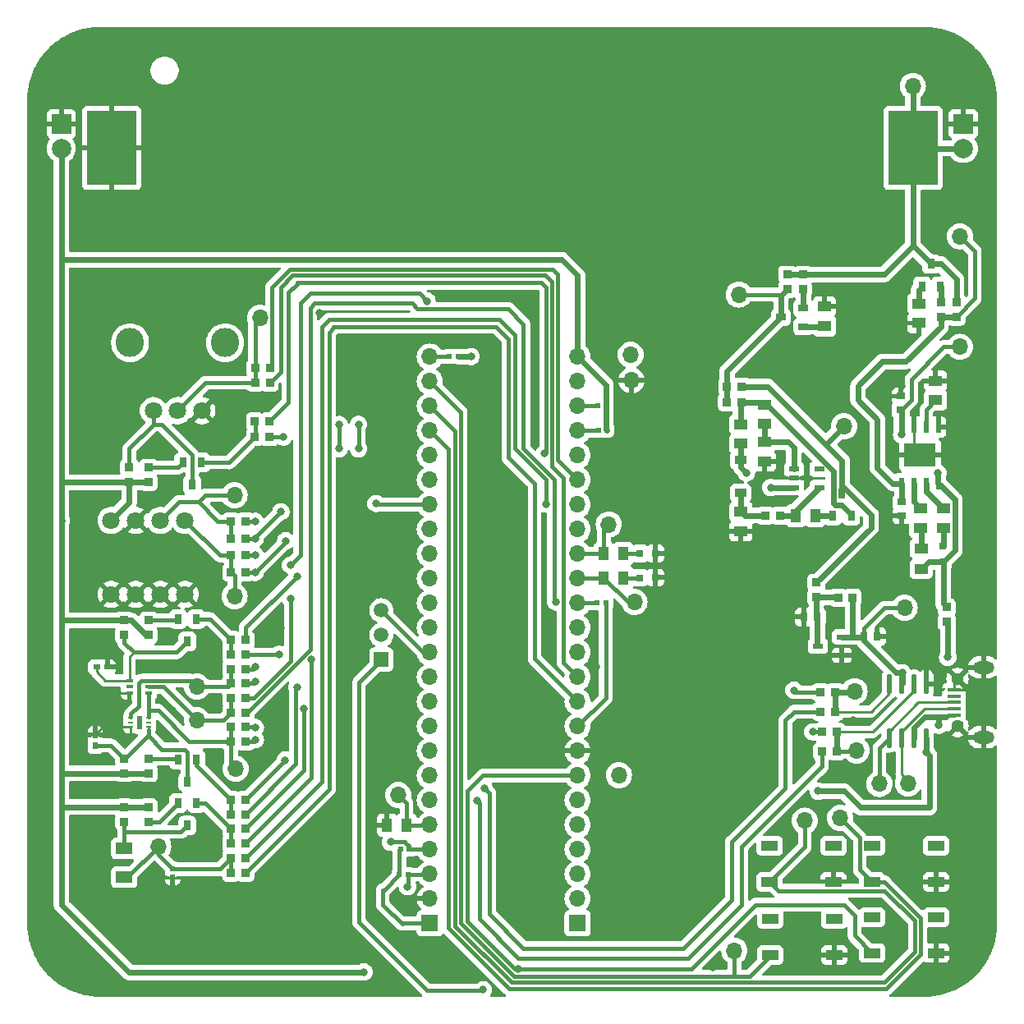
<source format=gbr>
%TF.GenerationSoftware,KiCad,Pcbnew,7.0.1-3b83917a11~172~ubuntu22.04.1*%
%TF.CreationDate,2023-03-21T11:42:10+02:00*%
%TF.ProjectId,EEE3088F_CKR,45454533-3038-4384-965f-434b522e6b69,rev?*%
%TF.SameCoordinates,Original*%
%TF.FileFunction,Copper,L1,Top*%
%TF.FilePolarity,Positive*%
%FSLAX46Y46*%
G04 Gerber Fmt 4.6, Leading zero omitted, Abs format (unit mm)*
G04 Created by KiCad (PCBNEW 7.0.1-3b83917a11~172~ubuntu22.04.1) date 2023-03-21 11:42:10*
%MOMM*%
%LPD*%
G01*
G04 APERTURE LIST*
%TA.AperFunction,SMDPad,CuDef*%
%ADD10R,1.701016X1.207518*%
%TD*%
%TA.AperFunction,SMDPad,CuDef*%
%ADD11R,0.806477X0.864008*%
%TD*%
%TA.AperFunction,SMDPad,CuDef*%
%ADD12R,0.864008X0.806477*%
%TD*%
%TA.AperFunction,ComponentPad*%
%ADD13O,1.700000X1.700000*%
%TD*%
%TA.AperFunction,SMDPad,CuDef*%
%ADD14R,1.700000X1.000000*%
%TD*%
%TA.AperFunction,SMDPad,CuDef*%
%ADD15R,0.780010X0.350013*%
%TD*%
%TA.AperFunction,SMDPad,CuDef*%
%ADD16R,1.132537X1.377013*%
%TD*%
%TA.AperFunction,SMDPad,CuDef*%
%ADD17O,0.588011X2.045009*%
%TD*%
%TA.AperFunction,SMDPad,CuDef*%
%ADD18R,1.399543X1.000000*%
%TD*%
%TA.AperFunction,SMDPad,CuDef*%
%ADD19R,0.800000X1.000000*%
%TD*%
%TA.AperFunction,SMDPad,CuDef*%
%ADD20R,0.900000X0.800000*%
%TD*%
%TA.AperFunction,SMDPad,CuDef*%
%ADD21R,0.565659X0.540005*%
%TD*%
%TA.AperFunction,SMDPad,CuDef*%
%ADD22R,1.377013X1.132537*%
%TD*%
%TA.AperFunction,ComponentPad*%
%ADD23C,1.800000*%
%TD*%
%TA.AperFunction,SMDPad,CuDef*%
%ADD24R,0.800000X0.800000*%
%TD*%
%TA.AperFunction,SMDPad,CuDef*%
%ADD25R,1.150013X0.950013*%
%TD*%
%TA.AperFunction,SMDPad,CuDef*%
%ADD26R,1.000000X0.600000*%
%TD*%
%TA.AperFunction,SMDPad,CuDef*%
%ADD27R,0.800000X0.900000*%
%TD*%
%TA.AperFunction,ComponentPad*%
%ADD28R,1.500000X1.500000*%
%TD*%
%TA.AperFunction,ComponentPad*%
%ADD29C,1.500000*%
%TD*%
%TA.AperFunction,SMDPad,CuDef*%
%ADD30R,0.600000X1.200000*%
%TD*%
%TA.AperFunction,SMDPad,CuDef*%
%ADD31R,3.300000X2.400000*%
%TD*%
%TA.AperFunction,ComponentPad*%
%ADD32R,1.700000X1.700000*%
%TD*%
%TA.AperFunction,SMDPad,CuDef*%
%ADD33R,1.070003X0.600000*%
%TD*%
%TA.AperFunction,ComponentPad*%
%ADD34R,2.000000X2.000000*%
%TD*%
%TA.AperFunction,ComponentPad*%
%ADD35C,2.000000*%
%TD*%
%TA.AperFunction,SMDPad,CuDef*%
%ADD36R,0.790094X0.540005*%
%TD*%
%TA.AperFunction,SMDPad,CuDef*%
%ADD37R,0.540005X0.565659*%
%TD*%
%TA.AperFunction,SMDPad,CuDef*%
%ADD38R,5.080010X7.620015*%
%TD*%
%TA.AperFunction,SMDPad,CuDef*%
%ADD39R,0.540005X0.790094*%
%TD*%
%TA.AperFunction,SMDPad,CuDef*%
%ADD40R,1.400000X0.400000*%
%TD*%
%TA.AperFunction,ComponentPad*%
%ADD41C,1.300000*%
%TD*%
%TA.AperFunction,ComponentPad*%
%ADD42O,2.200000X1.300000*%
%TD*%
%TA.AperFunction,SMDPad,CuDef*%
%ADD43R,0.584989X0.280010*%
%TD*%
%TA.AperFunction,SMDPad,CuDef*%
%ADD44R,0.559995X1.370003*%
%TD*%
%TA.AperFunction,SMDPad,CuDef*%
%ADD45R,1.000000X0.800000*%
%TD*%
%TA.AperFunction,ComponentPad*%
%ADD46O,2.900000X3.000000*%
%TD*%
%TA.AperFunction,ViaPad*%
%ADD47C,0.800000*%
%TD*%
%TA.AperFunction,Conductor*%
%ADD48C,0.250000*%
%TD*%
%TA.AperFunction,Conductor*%
%ADD49C,0.600000*%
%TD*%
%TA.AperFunction,Conductor*%
%ADD50C,0.400000*%
%TD*%
G04 APERTURE END LIST*
D10*
%TO.P,R25,1*%
%TO.N,/Microcontroller/Thermistor_signal*%
X95850000Y-124178791D03*
%TO.P,R25,2*%
%TO.N,Net-(Q5-D)*%
X95850000Y-121221209D03*
%TD*%
D11*
%TO.P,R20,1*%
%TO.N,+3V3*%
X170950000Y-95351664D03*
%TO.P,R20,2*%
%TO.N,Net-(#FLG01-pwr)*%
X169443268Y-95351664D03*
%TD*%
D12*
%TO.P,R24,1*%
%TO.N,Net-(Q5-S)*%
X98350000Y-118453366D03*
%TO.P,R24,2*%
%TO.N,+3V3*%
X98350000Y-116946634D03*
%TD*%
D11*
%TO.P,R34,1*%
%TO.N,/Sensors/Light_SDA*%
X106850000Y-104200000D03*
%TO.P,R34,2*%
%TO.N,/Microcontroller/SDA_2*%
X108356732Y-104200000D03*
%TD*%
D13*
%TO.P,TP21,1,1*%
%TO.N,GND*%
X148150000Y-72950000D03*
%TD*%
%TO.P,TP17,1,1*%
%TO.N,/Microcontroller/SW3*%
X169650000Y-118050000D03*
%TD*%
D14*
%TO.P,SW1,1,1*%
%TO.N,GND*%
X179539975Y-132000191D03*
%TO.P,SW1,2,2*%
%TO.N,/Microcontroller/NSRT*%
X172940025Y-132000216D03*
%TO.P,SW1,3*%
%TO.N,N/C*%
X179539975Y-128299784D03*
%TO.P,SW1,4*%
X172940025Y-128299809D03*
%TD*%
D12*
%TO.P,R28,1*%
%TO.N,Net-(Q6-S)*%
X98350000Y-111946634D03*
%TO.P,R28,2*%
%TO.N,+3V3*%
X98350000Y-113453366D03*
%TD*%
D15*
%TO.P,U5,1,VDD*%
%TO.N,Net-(#FLG06-pwr)*%
X96370016Y-103900026D03*
%TO.P,U5,2,NC*%
%TO.N,unconnected-(U5-NC-Pad2)*%
X96370016Y-104550013D03*
%TO.P,U5,3,GND*%
%TO.N,GND*%
X96370016Y-105200000D03*
%TO.P,U5,4,SCL*%
%TO.N,/Sensors/Light_SCL*%
X98350000Y-105200000D03*
%TO.P,U5,5,INT*%
%TO.N,/Sensors/Light_interrupt*%
X98350000Y-104550013D03*
%TO.P,U5,6,SDA*%
%TO.N,/Sensors/Light_SDA*%
X98350000Y-103900026D03*
%TD*%
D13*
%TO.P,TP3,1,1*%
%TO.N,/Power/3.3V UVLO{slash}polarity protector*%
X170050000Y-77700000D03*
%TD*%
D16*
%TO.P,R11,1*%
%TO.N,Net-(Q1-G)*%
X167100000Y-86900013D03*
%TO.P,R11,2*%
%TO.N,Net-(R11-Pad2)*%
X165100000Y-86900013D03*
%TD*%
D12*
%TO.P,R17,1*%
%TO.N,Net-(#FLG01-pwr)*%
X167196634Y-95305030D03*
%TO.P,R17,2*%
%TO.N,/Power/3.3V UVLO{slash}polarity protector*%
X167196634Y-93798298D03*
%TD*%
D11*
%TO.P,R30,1*%
%TO.N,/Sensors/Light_SCL*%
X106850000Y-108700000D03*
%TO.P,R30,2*%
%TO.N,/Microcontroller/SCL_1*%
X108356732Y-108700000D03*
%TD*%
D17*
%TO.P,U9,1,GND*%
%TO.N,GND*%
X178530398Y-104277584D03*
%TO.P,U9,2,Tx*%
%TO.N,/Microcontroller/Rx*%
X177260395Y-104277584D03*
%TO.P,U9,3,VDDIO*%
%TO.N,+3V3*%
X175990393Y-104277584D03*
%TO.P,U9,4,Rx*%
%TO.N,/Microcontroller/Tx*%
X174720390Y-104277584D03*
%TO.P,U9,5,D+*%
%TO.N,Net-(U8-D+)*%
X174720390Y-109822416D03*
%TO.P,U9,6,D-*%
%TO.N,Net-(U8-D-)*%
X175990393Y-109822416D03*
%TO.P,U9,7,VDD*%
%TO.N,+5V*%
X177260395Y-109822416D03*
%TO.P,U9,8,V330*%
%TO.N,+3V3*%
X178530398Y-109822416D03*
%TD*%
D18*
%TO.P,D1,1,K*%
%TO.N,Net-(D1-K)*%
X178024923Y-90305259D03*
%TO.P,D1,2,A*%
%TO.N,Net-(D1-A)*%
X178024923Y-92405843D03*
%TD*%
D19*
%TO.P,Q2,1,G*%
%TO.N,Net-(Q2-G)*%
X178099974Y-63250000D03*
%TO.P,Q2,2,S*%
%TO.N,Net-(Q2-S)*%
X180000000Y-63250000D03*
%TO.P,Q2,3,D*%
%TO.N,Net-(J1-Pin_2)*%
X179050038Y-60949974D03*
%TD*%
D12*
%TO.P,R22,1*%
%TO.N,Net-(Q5-D)*%
X95850000Y-118453366D03*
%TO.P,R22,2*%
%TO.N,+3V3*%
X95850000Y-116946634D03*
%TD*%
D11*
%TO.P,R36,1*%
%TO.N,/Microcontroller/Thermistor_signal*%
X106850000Y-122200000D03*
%TO.P,R36,2*%
%TO.N,/Microcontroller/THM_1*%
X108356732Y-122200000D03*
%TD*%
D20*
%TO.P,C2,1*%
%TO.N,Net-(U1-BAT)*%
X176025007Y-85485859D03*
%TO.P,C2,2*%
%TO.N,GND*%
X176025007Y-86885909D03*
%TD*%
D11*
%TO.P,R69,1*%
%TO.N,Net-(U7-SDA)*%
X106846634Y-92750000D03*
%TO.P,R69,2*%
%TO.N,/Microcontroller/SDA_1*%
X108353366Y-92750000D03*
%TD*%
D13*
%TO.P,TP22,1,1*%
%TO.N,/Microcontroller/BOOT0*%
X124100000Y-115700000D03*
%TD*%
D21*
%TO.P,R50,1*%
%TO.N,/Microcontroller/SCL_2*%
X125182817Y-121300000D03*
%TO.P,R50,2*%
%TO.N,+3V3*%
X124317183Y-121300000D03*
%TD*%
%TO.P,R49,1*%
%TO.N,/Microcontroller/SDA_1*%
X144650000Y-75600000D03*
%TO.P,R49,2*%
%TO.N,+3V3*%
X145515634Y-75600000D03*
%TD*%
D11*
%TO.P,R46,1*%
%TO.N,/Microcontroller/Light_powerenable*%
X106843268Y-99700000D03*
%TO.P,R46,2*%
%TO.N,/Microcontroller/Lght_P_2*%
X108350000Y-99700000D03*
%TD*%
D22*
%TO.P,R4,1*%
%TO.N,Net-(U2-+)*%
X161825000Y-79300013D03*
%TO.P,R4,2*%
%TO.N,GND*%
X161825000Y-81300013D03*
%TD*%
D13*
%TO.P,TP4,1,1*%
%TO.N,Net-(J1-Pin_2)*%
X177150000Y-42600000D03*
%TD*%
D11*
%TO.P,R66,1*%
%TO.N,/Microcontroller/Rx*%
X169276634Y-109210000D03*
%TO.P,R66,2*%
%TO.N,/Microcontroller/Rx_2*%
X167769902Y-109210000D03*
%TD*%
%TO.P,R44,1*%
%TO.N,/Microcontroller/Potentiometer_powerenable*%
X109296634Y-78800000D03*
%TO.P,R44,2*%
%TO.N,/Microcontroller/POT_P_2*%
X110803366Y-78800000D03*
%TD*%
D19*
%TO.P,Q4,1,G*%
%TO.N,/Microcontroller/Potentiometer_powerenable*%
X103800013Y-81421996D03*
%TO.P,Q4,2,S*%
%TO.N,Net-(Q4-S)*%
X101899987Y-81421996D03*
%TO.P,Q4,3,D*%
%TO.N,Net-(Q4-D)*%
X102849949Y-83722022D03*
%TD*%
D11*
%TO.P,R42,1*%
%TO.N,/Microcontroller/Light_powerenable*%
X106843268Y-101200000D03*
%TO.P,R42,2*%
%TO.N,/Microcontroller/Lght_P_1*%
X108350000Y-101200000D03*
%TD*%
D23*
%TO.P,U7,1,A0*%
%TO.N,GND*%
X94500000Y-95010008D03*
%TO.P,U7,2,A1*%
X97040005Y-95010008D03*
%TO.P,U7,3,A2*%
X99580011Y-95010008D03*
%TO.P,U7,4,GND*%
X102120016Y-95010008D03*
%TO.P,U7,5,SDA*%
%TO.N,Net-(U7-SDA)*%
X102120016Y-87389992D03*
%TO.P,U7,6,SCL*%
%TO.N,Net-(U7-SCL)*%
X99580011Y-87389992D03*
%TO.P,U7,7,WP*%
%TO.N,GND*%
X97040005Y-87389992D03*
%TO.P,U7,8,VCC*%
%TO.N,+3V3*%
X94500000Y-87389992D03*
%TD*%
D24*
%TO.P,D5,1,K*%
%TO.N,GND*%
X150599200Y-90796571D03*
%TO.P,D5,2,A*%
%TO.N,Net-(D5-A)*%
X149000266Y-90803429D03*
%TD*%
D22*
%TO.P,R10,1*%
%TO.N,Net-(U1-PROG)*%
X179500000Y-75000000D03*
%TO.P,R10,2*%
%TO.N,GND*%
X179500000Y-73000000D03*
%TD*%
D21*
%TO.P,R48,1*%
%TO.N,/Microcontroller/SCL_1*%
X144717183Y-78100000D03*
%TO.P,R48,2*%
%TO.N,+3V3*%
X145582817Y-78100000D03*
%TD*%
D22*
%TO.P,R15,1*%
%TO.N,GND*%
X177750000Y-67050000D03*
%TO.P,R15,2*%
%TO.N,Net-(Q2-G)*%
X177750000Y-65050000D03*
%TD*%
D13*
%TO.P,TP11,1,1*%
%TO.N,/Sensors/Light_interrupt*%
X103350000Y-108000000D03*
%TD*%
D11*
%TO.P,R68,1*%
%TO.N,/Microcontroller/Rx_1*%
X167776634Y-111210000D03*
%TO.P,R68,2*%
%TO.N,/Microcontroller/Rx*%
X169283366Y-111210000D03*
%TD*%
D22*
%TO.P,R8,1*%
%TO.N,Net-(U1-CHRG)*%
X180274923Y-86155405D03*
%TO.P,R8,2*%
%TO.N,Net-(D3-K)*%
X180274923Y-88155405D03*
%TD*%
D12*
%TO.P,R1,1*%
%TO.N,Net-(D1-A)*%
X180650000Y-96346634D03*
%TO.P,R1,2*%
%TO.N,+5V*%
X180650000Y-97853366D03*
%TD*%
D25*
%TO.P,D2,1*%
%TO.N,Net-(U2--)*%
X159400000Y-81182608D03*
%TO.P,D2,2,2*%
%TO.N,Net-(D2-Pad2)*%
X159400000Y-84567418D03*
%TD*%
D16*
%TO.P,R56,1*%
%TO.N,/Microcontroller/LED1_1*%
X145299733Y-93300000D03*
%TO.P,R56,2*%
%TO.N,Net-(D4-A)*%
X147299733Y-93300000D03*
%TD*%
D12*
%TO.P,R27,1*%
%TO.N,Net-(#FLG06-pwr)*%
X95850000Y-99206732D03*
%TO.P,R27,2*%
%TO.N,+3V3*%
X95850000Y-97700000D03*
%TD*%
D16*
%TO.P,R57,1*%
%TO.N,/Microcontroller/LED2_1*%
X145299733Y-90800000D03*
%TO.P,R57,2*%
%TO.N,Net-(D5-A)*%
X147299733Y-90800000D03*
%TD*%
D19*
%TO.P,Q7,1,G*%
%TO.N,/Microcontroller/Light_powerenable*%
X103300013Y-97549987D03*
%TO.P,Q7,2,S*%
%TO.N,Net-(Q7-S)*%
X101399987Y-97549987D03*
%TO.P,Q7,3,D*%
%TO.N,Net-(#FLG06-pwr)*%
X102349949Y-99850013D03*
%TD*%
D26*
%TO.P,U2,1,+*%
%TO.N,Net-(U2-+)*%
X164899796Y-82089072D03*
%TO.P,U2,2,V-*%
%TO.N,GND*%
X164899796Y-83039034D03*
%TO.P,U2,3,-*%
%TO.N,Net-(U2--)*%
X164899796Y-83988996D03*
%TO.P,U2,4*%
%TO.N,Net-(R11-Pad2)*%
X167500000Y-83988996D03*
%TO.P,U2,5,V+*%
%TO.N,Net-(#FLG02-pwr)*%
X167500000Y-82089072D03*
%TD*%
D14*
%TO.P,SW2,1,1*%
%TO.N,GND*%
X169049975Y-132190191D03*
%TO.P,SW2,2,2*%
%TO.N,/Microcontroller/SW1*%
X162450025Y-132190216D03*
%TO.P,SW2,3*%
%TO.N,N/C*%
X169049975Y-128489784D03*
%TO.P,SW2,4*%
X162450025Y-128489809D03*
%TD*%
D13*
%TO.P,TP5,1,1*%
%TO.N,/Power/polarity protected battery voltage*%
X159200000Y-64100000D03*
%TD*%
D27*
%TO.P,C4,1*%
%TO.N,+3V3*%
X172096609Y-99351664D03*
%TO.P,C4,2*%
%TO.N,GND*%
X173496659Y-99351664D03*
%TD*%
D22*
%TO.P,R7,1*%
%TO.N,Net-(D2-Pad2)*%
X159425000Y-86500013D03*
%TO.P,R7,2*%
%TO.N,GND*%
X159425000Y-88500013D03*
%TD*%
%TO.P,R3,1*%
%TO.N,Net-(#FLG02-pwr)*%
X161825000Y-75450013D03*
%TO.P,R3,2*%
%TO.N,Net-(U2-+)*%
X161825000Y-77450013D03*
%TD*%
D21*
%TO.P,R63,1*%
%TO.N,/Microcontroller/INT_2*%
X144617183Y-95900000D03*
%TO.P,R63,2*%
%TO.N,+3V3*%
X145482817Y-95900000D03*
%TD*%
D28*
%TO.P,J4,1,Pin_1*%
%TO.N,/Microcontroller/NSRT*%
X122350000Y-101740005D03*
D29*
%TO.P,J4,2,Pin_2*%
%TO.N,/Microcontroller/SWDIO*%
X122350000Y-99200000D03*
%TO.P,J4,3,Pin_3*%
%TO.N,/Microcontroller/SWCLK*%
X122350000Y-96659995D03*
%TD*%
D11*
%TO.P,R70,1*%
%TO.N,Net-(U7-SCL)*%
X106846634Y-89250000D03*
%TO.P,R70,2*%
%TO.N,/Microcontroller/SCL_1*%
X108353366Y-89250000D03*
%TD*%
D13*
%TO.P,TP27,1,1*%
%TO.N,Net-(U8-D-)*%
X176650000Y-114500000D03*
%TD*%
%TO.P,TP23,1,1*%
%TO.N,/Microcontroller/Tx*%
X171150000Y-105000000D03*
%TD*%
D30*
%TO.P,U1,1,TEMP*%
%TO.N,GND*%
X179805018Y-77763412D03*
%TO.P,U1,2,PROG*%
%TO.N,Net-(U1-PROG)*%
X178535015Y-77763412D03*
%TO.P,U1,3,GND*%
%TO.N,GND*%
X177265013Y-77763412D03*
%TO.P,U1,4,Vcc*%
%TO.N,Net-(D1-A)*%
X175995010Y-77763412D03*
%TO.P,U1,5,BAT*%
%TO.N,Net-(U1-BAT)*%
X175995010Y-83580024D03*
%TO.P,U1,6,STDBY#*%
%TO.N,Net-(U1-STDBY#)*%
X177265013Y-83580024D03*
%TO.P,U1,7,CHRG*%
%TO.N,Net-(U1-CHRG)*%
X178535015Y-83580024D03*
%TO.P,U1,8,CE*%
%TO.N,Net-(D1-A)*%
X179805018Y-83580024D03*
D31*
%TO.P,U1,9*%
%TO.N,GND*%
X177900014Y-80671718D03*
%TD*%
D11*
%TO.P,R40,1*%
%TO.N,/Microcontroller/Potentiometer_powerenable*%
X109296634Y-77200000D03*
%TO.P,R40,2*%
%TO.N,/Microcontroller/POT_P_1*%
X110803366Y-77200000D03*
%TD*%
D32*
%TO.P,J3,1,_VBAT*%
%TO.N,+3V3*%
X142590000Y-128930000D03*
D13*
%TO.P,J3,2,_PC13*%
%TO.N,unconnected-(J3-_PC13-Pad2)*%
X142590000Y-126390000D03*
%TO.P,J3,3,_PC14*%
%TO.N,unconnected-(J3-_PC14-Pad3)*%
X142590000Y-123850000D03*
%TO.P,J3,4,_PC15*%
%TO.N,unconnected-(J3-_PC15-Pad4)*%
X142590000Y-121310000D03*
%TO.P,J3,5,_PF0*%
%TO.N,unconnected-(J3-_PF0-Pad5)*%
X142590000Y-118770000D03*
%TO.P,J3,6,_PF1*%
%TO.N,unconnected-(J3-_PF1-Pad6)*%
X142590000Y-116230000D03*
%TO.P,J3,7,_NSRT*%
%TO.N,/Microcontroller/NSRT*%
X142590000Y-113690000D03*
%TO.P,J3,8,_VSSA*%
%TO.N,GND*%
X142590000Y-111150000D03*
%TO.P,J3,9,_VDDA*%
%TO.N,+3V3*%
X142590000Y-108610000D03*
%TO.P,J3,10,_PA0*%
%TO.N,/Microcontroller/THM_2*%
X142590000Y-106070000D03*
%TO.P,J3,11,_PA1*%
%TO.N,/Microcontroller/POT_2*%
X142590000Y-103530000D03*
%TO.P,J3,12,_PA2*%
%TO.N,/Microcontroller/Tx_2*%
X142590000Y-100990000D03*
%TO.P,J3,13,_PA3*%
%TO.N,/Microcontroller/Rx_2*%
X142590000Y-98450000D03*
%TO.P,J3,14,_PA4*%
%TO.N,/Microcontroller/INT_2*%
X142590000Y-95910000D03*
%TO.P,J3,15,_PA5*%
%TO.N,/Microcontroller/LED1_1*%
X142590000Y-93370000D03*
%TO.P,J3,16,_PA6*%
%TO.N,/Microcontroller/LED2_1*%
X142590000Y-90830000D03*
%TO.P,J3,17,_PA7*%
%TO.N,unconnected-(J3-_PA7-Pad17)*%
X142590000Y-88290000D03*
%TO.P,J3,18,_PB0*%
%TO.N,/Microcontroller/THM_1*%
X142590000Y-85750000D03*
%TO.P,J3,19,_PB1*%
%TO.N,/Microcontroller/POT_1*%
X142590000Y-83210000D03*
%TO.P,J3,20,_PB2*%
%TO.N,/Microcontroller/POT_P_1*%
X142590000Y-80670000D03*
%TO.P,J3,21,_PB10*%
%TO.N,/Microcontroller/SCL_1*%
X142590000Y-78130000D03*
%TO.P,J3,22,_PB11*%
%TO.N,/Microcontroller/SDA_1*%
X142590000Y-75590000D03*
%TO.P,J3,23,_VSS*%
%TO.N,GND*%
X142590000Y-73050000D03*
%TO.P,J3,24,_VDD*%
%TO.N,+3V3*%
X142590000Y-70510000D03*
%TO.P,J3,25,PB12_*%
%TO.N,/Microcontroller/INT_1*%
X127350000Y-70510000D03*
%TO.P,J3,26,PB13_*%
%TO.N,/Microcontroller/SW1*%
X127350000Y-73050000D03*
%TO.P,J3,27,PB14_*%
%TO.N,/Microcontroller/SW2*%
X127350000Y-75590000D03*
%TO.P,J3,28,PB15_*%
%TO.N,/Microcontroller/SW3*%
X127350000Y-78130000D03*
%TO.P,J3,29,PA8_*%
%TO.N,/Microcontroller/POT_P_2*%
X127350000Y-80670000D03*
%TO.P,J3,30,PA9_*%
%TO.N,/Microcontroller/THM_P_2*%
X127350000Y-83210000D03*
%TO.P,J3,31,PA10_*%
%TO.N,/Microcontroller/Lght_P_2*%
X127350000Y-85750000D03*
%TO.P,J3,32,PA11_*%
%TO.N,/Microcontroller/TeHu_P_2*%
X127350000Y-88290000D03*
%TO.P,J3,33,PA12_*%
%TO.N,unconnected-(J3-PA12_-Pad33)*%
X127350000Y-90830000D03*
%TO.P,J3,34,PA13_*%
%TO.N,/Microcontroller/SWDIO*%
X127350000Y-93370000D03*
%TO.P,J3,35,PA6_*%
%TO.N,unconnected-(J3-PA6_-Pad35)*%
X127350000Y-95910000D03*
%TO.P,J3,36,PF7_*%
%TO.N,unconnected-(J3-PF7_-Pad36)*%
X127350000Y-98450000D03*
%TO.P,J3,37,PA14_*%
%TO.N,/Microcontroller/SWCLK*%
X127350000Y-100990000D03*
%TO.P,J3,38,PA15_*%
%TO.N,unconnected-(J3-PA15_-Pad38)*%
X127350000Y-103530000D03*
%TO.P,J3,39,PB3_*%
%TO.N,/Microcontroller/THM_P_1*%
X127350000Y-106070000D03*
%TO.P,J3,40,PB4_*%
%TO.N,/Microcontroller/Lght_P_1*%
X127350000Y-108610000D03*
%TO.P,J3,41,PB5_*%
%TO.N,/Microcontroller/TeHu_P_1*%
X127350000Y-111150000D03*
%TO.P,J3,42,PB6_*%
%TO.N,/Microcontroller/Tx_1*%
X127350000Y-113690000D03*
%TO.P,J3,43,PB7_*%
%TO.N,/Microcontroller/Rx_1*%
X127350000Y-116230000D03*
%TO.P,J3,44,BOOT0_*%
%TO.N,/Microcontroller/BOOT0*%
X127350000Y-118770000D03*
%TO.P,J3,45,PB8_*%
%TO.N,/Microcontroller/SCL_2*%
X127350000Y-121310000D03*
%TO.P,J3,46,PB9_*%
%TO.N,/Microcontroller/SDA_2*%
X127350000Y-123850000D03*
%TO.P,J3,47,VSS_*%
%TO.N,GND*%
X127350000Y-126390000D03*
D32*
%TO.P,J3,48,VDD_*%
%TO.N,+3V3*%
X127350000Y-128930000D03*
%TD*%
D11*
%TO.P,R38,1*%
%TO.N,/Microcontroller/Thermistor_signal*%
X106850000Y-123700000D03*
%TO.P,R38,2*%
%TO.N,/Microcontroller/THM_2*%
X108356732Y-123700000D03*
%TD*%
%TO.P,R45,1*%
%TO.N,/Microcontroller/Thermistor_powerenable*%
X106850000Y-120700000D03*
%TO.P,R45,2*%
%TO.N,/Microcontroller/THM_P_2*%
X108356732Y-120700000D03*
%TD*%
D13*
%TO.P,TP18,1,1*%
%TO.N,+3V3*%
X148050000Y-70300000D03*
%TD*%
D19*
%TO.P,Q1,1,G*%
%TO.N,Net-(Q1-G)*%
X168899987Y-86900026D03*
%TO.P,Q1,2,S*%
%TO.N,Net-(#FLG02-pwr)*%
X170800013Y-86900026D03*
%TO.P,Q1,3,D*%
%TO.N,/Power/3.3V UVLO{slash}polarity protector*%
X169850051Y-84600000D03*
%TD*%
D33*
%TO.P,U3,1,GND*%
%TO.N,GND*%
X169831711Y-101301626D03*
%TO.P,U3,2,VO*%
%TO.N,+3V3*%
X169831711Y-99401702D03*
%TO.P,U3,3,VI*%
%TO.N,Net-(#FLG01-pwr)*%
X167361557Y-100351664D03*
%TD*%
D34*
%TO.P,J2,1,Pin_1*%
%TO.N,GND*%
X89350000Y-46500000D03*
D35*
%TO.P,J2,2,Pin_2*%
%TO.N,+3V3*%
X89350000Y-49040006D03*
%TD*%
D13*
%TO.P,TP2,1,1*%
%TO.N,Net-(U1-BAT)*%
X182000000Y-58100000D03*
%TD*%
D21*
%TO.P,R55,1*%
%TO.N,/Microcontroller/SDA_2*%
X125082817Y-123900000D03*
%TO.P,R55,2*%
%TO.N,+3V3*%
X124217183Y-123900000D03*
%TD*%
D13*
%TO.P,TP16,1,1*%
%TO.N,/Microcontroller/SW2*%
X166000000Y-118350000D03*
%TD*%
D22*
%TO.P,R19,1*%
%TO.N,GND*%
X168051339Y-65350013D03*
%TO.P,R19,2*%
%TO.N,Net-(Q3-G)*%
X168051339Y-67350013D03*
%TD*%
D36*
%TO.P,C6,1*%
%TO.N,Net-(#FLG06-pwr)*%
X93000000Y-102500000D03*
%TO.P,C6,2*%
%TO.N,GND*%
X94090170Y-102500000D03*
%TD*%
D13*
%TO.P,TP10,1,1*%
%TO.N,/Sensors/Light_SCL*%
X107350000Y-113000000D03*
%TD*%
D34*
%TO.P,J1,1,Pin_1*%
%TO.N,GND*%
X182350000Y-46500000D03*
D35*
%TO.P,J1,2,Pin_2*%
%TO.N,Net-(J1-Pin_2)*%
X182350000Y-49040006D03*
%TD*%
D12*
%TO.P,R18,1*%
%TO.N,/Power/polarity protected battery voltage*%
X164201339Y-63553379D03*
%TO.P,R18,2*%
%TO.N,Net-(J1-Pin_2)*%
X164201339Y-62046647D03*
%TD*%
D11*
%TO.P,R31,1*%
%TO.N,/Sensors/Light_SDA*%
X106850000Y-102700000D03*
%TO.P,R31,2*%
%TO.N,/Microcontroller/SDA_1*%
X108356732Y-102700000D03*
%TD*%
D37*
%TO.P,TH1,1*%
%TO.N,/Microcontroller/Thermistor_signal*%
X100850000Y-123334366D03*
%TO.P,TH1,2*%
%TO.N,GND*%
X100850000Y-124200000D03*
%TD*%
D16*
%TO.P,R64,1*%
%TO.N,GND*%
X122950000Y-118800000D03*
%TO.P,R64,2*%
%TO.N,/Microcontroller/BOOT0*%
X124950000Y-118800000D03*
%TD*%
D13*
%TO.P,TP26,1,1*%
%TO.N,Net-(U7-SDA)*%
X107218000Y-95212000D03*
%TD*%
%TO.P,TP1,1,1*%
%TO.N,Net-(D1-A)*%
X182000000Y-69500000D03*
%TD*%
%TO.P,TP15,1,1*%
%TO.N,/Microcontroller/SW1*%
X158750000Y-131750000D03*
%TD*%
D11*
%TO.P,R37,1*%
%TO.N,/Microcontroller/Potentiometer_signal*%
X109343268Y-71700000D03*
%TO.P,R37,2*%
%TO.N,/Microcontroller/POT_1*%
X110850000Y-71700000D03*
%TD*%
D27*
%TO.P,C3,1*%
%TO.N,Net-(#FLG01-pwr)*%
X167296659Y-97351664D03*
%TO.P,C3,2*%
%TO.N,GND*%
X165896609Y-97351664D03*
%TD*%
D12*
%TO.P,R14,1*%
%TO.N,Net-(J1-Pin_2)*%
X181650000Y-64900000D03*
%TO.P,R14,2*%
%TO.N,Net-(U1-BAT)*%
X181650000Y-66406732D03*
%TD*%
D13*
%TO.P,TP28,1,1*%
%TO.N,Net-(U8-D+)*%
X173700000Y-114550000D03*
%TD*%
D11*
%TO.P,R41,1*%
%TO.N,/Microcontroller/Thermistor_powerenable*%
X106850000Y-119200000D03*
%TO.P,R41,2*%
%TO.N,/Microcontroller/THM_P_1*%
X108356732Y-119200000D03*
%TD*%
D12*
%TO.P,R26,1*%
%TO.N,Net-(#FLG04-pwr)*%
X95850000Y-111946634D03*
%TO.P,R26,2*%
%TO.N,+3V3*%
X95850000Y-113453366D03*
%TD*%
D19*
%TO.P,Q6,1,G*%
%TO.N,/Microcontroller/TemperatureHumidity_powerenable*%
X103300013Y-112049987D03*
%TO.P,Q6,2,S*%
%TO.N,Net-(Q6-S)*%
X101399987Y-112049987D03*
%TO.P,Q6,3,D*%
%TO.N,Net-(#FLG04-pwr)*%
X102349949Y-114350013D03*
%TD*%
D13*
%TO.P,TP19,1,1*%
%TO.N,/Microcontroller/LED1_1*%
X148450000Y-95800000D03*
%TD*%
%TO.P,TP7,1,1*%
%TO.N,/Microcontroller/Potentiometer_signal*%
X109850000Y-66500000D03*
%TD*%
D11*
%TO.P,R67,1*%
%TO.N,/Microcontroller/Tx_1*%
X167643268Y-107100000D03*
%TO.P,R67,2*%
%TO.N,/Microcontroller/Tx*%
X169150000Y-107100000D03*
%TD*%
D13*
%TO.P,TP8,1,1*%
%TO.N,/Microcontroller/Thermistor_signal*%
X99350000Y-121000000D03*
%TD*%
D12*
%TO.P,R21,1*%
%TO.N,Net-(Q4-D)*%
X96350000Y-81946634D03*
%TO.P,R21,2*%
%TO.N,+3V3*%
X96350000Y-83453366D03*
%TD*%
D11*
%TO.P,R12,1*%
%TO.N,Net-(R11-Pad2)*%
X163453366Y-86900013D03*
%TO.P,R12,2*%
%TO.N,Net-(D2-Pad2)*%
X161946634Y-86900013D03*
%TD*%
D14*
%TO.P,SW4,1,1*%
%TO.N,GND*%
X179539975Y-124660191D03*
%TO.P,SW4,2,2*%
%TO.N,/Microcontroller/SW3*%
X172940025Y-124660216D03*
%TO.P,SW4,3*%
%TO.N,N/C*%
X179539975Y-120959784D03*
%TO.P,SW4,4*%
X172940025Y-120959809D03*
%TD*%
D38*
%TO.P,u6,1,+*%
%TO.N,Net-(J1-Pin_2)*%
X177163183Y-49000000D03*
%TO.P,u6,2,-*%
%TO.N,GND*%
X94536817Y-49000000D03*
%TD*%
D39*
%TO.P,C5,1*%
%TO.N,Net-(#FLG04-pwr)*%
X92850000Y-110590170D03*
%TO.P,C5,2*%
%TO.N,GND*%
X92850000Y-109500000D03*
%TD*%
D11*
%TO.P,R39,1*%
%TO.N,/Microcontroller/Potentiometer_signal*%
X109343268Y-73200000D03*
%TO.P,R39,2*%
%TO.N,/Microcontroller/POT_2*%
X110850000Y-73200000D03*
%TD*%
D13*
%TO.P,TP6,1,1*%
%TO.N,+3V3*%
X176300000Y-96400000D03*
%TD*%
%TO.P,TP24,1,1*%
%TO.N,/Microcontroller/Rx*%
X171350000Y-111100000D03*
%TD*%
D11*
%TO.P,R72,1*%
%TO.N,Net-(U7-SCL)*%
X106846634Y-87500000D03*
%TO.P,R72,2*%
%TO.N,/Microcontroller/SCL_2*%
X108353366Y-87500000D03*
%TD*%
D19*
%TO.P,Q5,1,G*%
%TO.N,/Microcontroller/Thermistor_powerenable*%
X103300013Y-116549987D03*
%TO.P,Q5,2,S*%
%TO.N,Net-(Q5-S)*%
X101399987Y-116549987D03*
%TO.P,Q5,3,D*%
%TO.N,Net-(Q5-D)*%
X102349949Y-118850013D03*
%TD*%
D14*
%TO.P,SW3,1,1*%
%TO.N,GND*%
X168989975Y-124660191D03*
%TO.P,SW3,2,2*%
%TO.N,/Microcontroller/SW2*%
X162390025Y-124660216D03*
%TO.P,SW3,3*%
%TO.N,N/C*%
X168989975Y-120959784D03*
%TO.P,SW3,4*%
X162390025Y-120959809D03*
%TD*%
D13*
%TO.P,TP9,1,1*%
%TO.N,/Sensors/Light_SDA*%
X103350000Y-104500000D03*
%TD*%
D11*
%TO.P,R33,1*%
%TO.N,/Sensors/Light_SCL*%
X106850000Y-110200000D03*
%TO.P,R33,2*%
%TO.N,/Microcontroller/SCL_2*%
X108356732Y-110200000D03*
%TD*%
D21*
%TO.P,R58,1*%
%TO.N,/Microcontroller/INT_1*%
X129384366Y-70500000D03*
%TO.P,R58,2*%
%TO.N,+3V3*%
X130250000Y-70500000D03*
%TD*%
D20*
%TO.P,C1,1*%
%TO.N,Net-(D1-A)*%
X175925007Y-75985884D03*
%TO.P,C1,2*%
%TO.N,GND*%
X175925007Y-74585834D03*
%TD*%
D22*
%TO.P,R6,1*%
%TO.N,Net-(#FLG02-pwr)*%
X159400000Y-77475013D03*
%TO.P,R6,2*%
%TO.N,Net-(U2--)*%
X159400000Y-79475013D03*
%TD*%
D11*
%TO.P,R2,1*%
%TO.N,Net-(#FLG02-pwr)*%
X159478366Y-75200013D03*
%TO.P,R2,2*%
%TO.N,/Power/polarity protected battery voltage*%
X157971634Y-75200013D03*
%TD*%
D24*
%TO.P,D3,1,K*%
%TO.N,Net-(D3-K)*%
X180271494Y-90055938D03*
%TO.P,D3,2,A*%
%TO.N,Net-(D1-A)*%
X180278352Y-91654872D03*
%TD*%
D40*
%TO.P,U8,1,VBUS*%
%TO.N,+5V*%
X181385827Y-107449975D03*
%TO.P,U8,2,D-*%
%TO.N,Net-(U8-D-)*%
X181385827Y-106799987D03*
%TO.P,U8,3,D+*%
%TO.N,Net-(U8-D+)*%
X181385827Y-106150000D03*
%TO.P,U8,4,ID*%
%TO.N,unconnected-(U8-ID-Pad4)*%
X181385827Y-105500013D03*
%TO.P,U8,5,GND*%
%TO.N,GND*%
X181385827Y-104850025D03*
D41*
%TO.P,U8,6,SH1*%
X181758446Y-103725057D03*
D42*
%TO.P,U8,7,SH2*%
X184428499Y-102550051D03*
%TO.P,U8,8,SH3*%
X184428499Y-109749949D03*
D41*
%TO.P,U8,9,SH4*%
X181758446Y-108574943D03*
%TD*%
D11*
%TO.P,R71,1*%
%TO.N,Net-(U7-SDA)*%
X106846634Y-91000000D03*
%TO.P,R71,2*%
%TO.N,/Microcontroller/SDA_2*%
X108353366Y-91000000D03*
%TD*%
D12*
%TO.P,R29,1*%
%TO.N,Net-(Q7-S)*%
X98350000Y-97700000D03*
%TO.P,R29,2*%
%TO.N,+3V3*%
X98350000Y-99206732D03*
%TD*%
D11*
%TO.P,R47,1*%
%TO.N,/Microcontroller/TemperatureHumidity_powerenable*%
X106843268Y-117700000D03*
%TO.P,R47,2*%
%TO.N,/Microcontroller/TeHu_P_2*%
X108350000Y-117700000D03*
%TD*%
%TO.P,R35,1*%
%TO.N,/Sensors/Light_interrupt*%
X106850000Y-107200000D03*
%TO.P,R35,2*%
%TO.N,/Microcontroller/INT_2*%
X108356732Y-107200000D03*
%TD*%
D12*
%TO.P,R23,1*%
%TO.N,Net-(Q4-S)*%
X98350000Y-81946634D03*
%TO.P,R23,2*%
%TO.N,+3V3*%
X98350000Y-83453366D03*
%TD*%
D11*
%TO.P,R43,1*%
%TO.N,/Microcontroller/TemperatureHumidity_powerenable*%
X106850000Y-116200000D03*
%TO.P,R43,2*%
%TO.N,/Microcontroller/TeHu_P_1*%
X108356732Y-116200000D03*
%TD*%
D13*
%TO.P,TP25,1,1*%
%TO.N,Net-(U7-SCL)*%
X107218000Y-84798000D03*
%TD*%
%TO.P,TP20,1,1*%
%TO.N,/Microcontroller/LED2_1*%
X145800000Y-87800000D03*
%TD*%
D11*
%TO.P,R65,1*%
%TO.N,/Microcontroller/Tx*%
X169150000Y-105100000D03*
%TO.P,R65,2*%
%TO.N,/Microcontroller/Tx_2*%
X167643268Y-105100000D03*
%TD*%
D24*
%TO.P,D4,1,K*%
%TO.N,GND*%
X150599200Y-93293142D03*
%TO.P,D4,2,A*%
%TO.N,Net-(D4-A)*%
X149000266Y-93300000D03*
%TD*%
D13*
%TO.P,TP14,1,1*%
%TO.N,/Microcontroller/NSRT*%
X146850000Y-113650000D03*
%TD*%
D12*
%TO.P,R16,1*%
%TO.N,Net-(Q3-S)*%
X165801339Y-63553379D03*
%TO.P,R16,2*%
%TO.N,Net-(J1-Pin_2)*%
X165801339Y-62046647D03*
%TD*%
D11*
%TO.P,R9,1*%
%TO.N,/Power/polarity protected battery voltage*%
X157996634Y-73575013D03*
%TO.P,R9,2*%
%TO.N,/Power/3.3V UVLO{slash}polarity protector*%
X159503366Y-73575013D03*
%TD*%
D12*
%TO.P,R13,1*%
%TO.N,Net-(Q2-S)*%
X180050000Y-64900000D03*
%TO.P,R13,2*%
%TO.N,Net-(U1-BAT)*%
X180050000Y-66406732D03*
%TD*%
D43*
%TO.P,U4,1,VDD*%
%TO.N,Net-(#FLG04-pwr)*%
X98350000Y-108700000D03*
%TO.P,U4,2,NC*%
%TO.N,unconnected-(U4-NC-Pad2)*%
X98350000Y-108200127D03*
%TO.P,U4,3,SCL*%
%TO.N,/Sensors/Light_SCL*%
X98350000Y-107700000D03*
%TO.P,U4,4,SDA*%
%TO.N,/Sensors/Light_SDA*%
X96515100Y-107700000D03*
%TO.P,U4,5,NC*%
%TO.N,unconnected-(U4-NC-Pad5)*%
X96515100Y-108200127D03*
%TO.P,U4,6,GND*%
%TO.N,GND*%
X96515100Y-108700000D03*
D44*
%TO.P,U4,7*%
%TO.N,N/C*%
X97432550Y-108200127D03*
%TD*%
D22*
%TO.P,R5,1*%
%TO.N,Net-(D1-K)*%
X177974923Y-88155551D03*
%TO.P,R5,2*%
%TO.N,Net-(U1-STDBY#)*%
X177974923Y-86155551D03*
%TD*%
D45*
%TO.P,Q3,1,G*%
%TO.N,Net-(Q3-G)*%
X165850000Y-67400026D03*
%TO.P,Q3,2,S*%
%TO.N,Net-(Q3-S)*%
X165850000Y-65500000D03*
%TO.P,Q3,3,D*%
%TO.N,/Power/polarity protected battery voltage*%
X163549974Y-66449962D03*
%TD*%
D23*
%TO.P,RV1,1,1*%
%TO.N,Net-(Q4-D)*%
X98849873Y-76072009D03*
%TO.P,RV1,2,2*%
%TO.N,/Microcontroller/Potentiometer_signal*%
X101350000Y-76072009D03*
%TO.P,RV1,3,3*%
%TO.N,GND*%
X103849873Y-76072009D03*
D46*
%TO.P,RV1,4*%
%TO.N,N/C*%
X96450076Y-69072009D03*
%TO.P,RV1,5*%
X106249924Y-69072009D03*
%TD*%
D11*
%TO.P,R32,1*%
%TO.N,/Sensors/Light_interrupt*%
X106850000Y-105700000D03*
%TO.P,R32,2*%
%TO.N,/Microcontroller/INT_1*%
X108356732Y-105700000D03*
%TD*%
D47*
%TO.N,GND*%
X119500000Y-100000000D03*
X123000000Y-71000000D03*
X124500000Y-127000000D03*
X100350000Y-102500000D03*
X122500000Y-82000000D03*
X166500000Y-123500000D03*
X96000000Y-110000000D03*
X169500000Y-114000000D03*
X161000000Y-85000000D03*
X110350000Y-82000000D03*
X116000000Y-66000000D03*
X93350000Y-75000000D03*
X175000000Y-130000000D03*
X121500000Y-92000000D03*
X99850000Y-109500000D03*
X92850000Y-66000000D03*
X105350000Y-111500000D03*
X119000000Y-73500000D03*
X176000000Y-73500000D03*
X144500000Y-102500000D03*
X137000000Y-64500000D03*
X165500000Y-130500000D03*
X171000000Y-108000000D03*
X105000000Y-106000000D03*
X112000000Y-98500000D03*
X118500000Y-110500000D03*
X125500000Y-122500000D03*
X124500000Y-104500000D03*
X139350000Y-99500000D03*
X99350000Y-79500000D03*
X184000000Y-105000000D03*
X95000000Y-105000000D03*
X150500000Y-99500000D03*
X156500000Y-133500000D03*
X165500000Y-111500000D03*
X118500000Y-107500000D03*
X119000000Y-71000000D03*
X123000000Y-110500000D03*
X111500000Y-110000000D03*
X124000000Y-75500000D03*
X100850000Y-107000000D03*
X122500000Y-107500000D03*
X91850000Y-115000000D03*
X104850000Y-121500000D03*
X109000000Y-94500000D03*
%TO.N,Net-(D1-A)*%
X179750000Y-82500000D03*
X176000000Y-78550000D03*
%TO.N,+3V3*%
X176050000Y-103100000D03*
X131600000Y-70500000D03*
X120550000Y-133950000D03*
X167400000Y-115300000D03*
X178550000Y-111300000D03*
%TO.N,Net-(U2--)*%
X160000000Y-82500000D03*
X162500000Y-84000000D03*
%TO.N,/Microcontroller/Tx_2*%
X164900000Y-104900000D03*
%TO.N,/Microcontroller/Rx_2*%
X166850000Y-109200000D03*
%TO.N,/Microcontroller/INT_2*%
X140350000Y-95800000D03*
%TO.N,/Microcontroller/THM_1*%
X139350000Y-85700000D03*
%TO.N,/Microcontroller/POT_P_1*%
X139150500Y-80500000D03*
%TO.N,/Microcontroller/SCL_1*%
X118000000Y-77500000D03*
X118000000Y-80000000D03*
X112000000Y-86500000D03*
X109350000Y-89250000D03*
X109350000Y-108750000D03*
%TO.N,/Microcontroller/SDA_1*%
X109350000Y-102500000D03*
X120000000Y-80000000D03*
X109350000Y-92750000D03*
X112500000Y-89500000D03*
X120000000Y-77500000D03*
%TO.N,/Microcontroller/INT_1*%
X113000000Y-95500000D03*
X113000000Y-92000000D03*
X127050000Y-64774500D03*
%TO.N,/Microcontroller/POT_P_2*%
X112250000Y-78800000D03*
%TO.N,/Microcontroller/THM_P_2*%
X115150000Y-101700000D03*
%TO.N,/Microcontroller/Lght_P_2*%
X113650000Y-93150000D03*
X121800000Y-85650000D03*
%TO.N,/Microcontroller/TeHu_P_2*%
X113650000Y-104600000D03*
%TO.N,/Microcontroller/THM_P_1*%
X114350500Y-106800000D03*
%TO.N,/Microcontroller/Lght_P_1*%
X111800000Y-101200000D03*
%TO.N,/Microcontroller/TeHu_P_1*%
X112450000Y-112100000D03*
%TO.N,/Microcontroller/Tx_1*%
X132950000Y-115000000D03*
%TO.N,/Microcontroller/Rx_1*%
X132250000Y-116250000D03*
%TO.N,/Microcontroller/SCL_2*%
X109350000Y-110000000D03*
X109350000Y-87500000D03*
X123300000Y-120550000D03*
%TO.N,/Microcontroller/SDA_2*%
X125050000Y-125150000D03*
X109350000Y-91000000D03*
X109350000Y-104000000D03*
%TO.N,/Microcontroller/NSRT*%
X132850000Y-135800000D03*
X136465332Y-133600500D03*
%TO.N,+5V*%
X180750000Y-101500000D03*
X179850000Y-108500000D03*
%TD*%
D48*
%TO.N,GND*%
X96515100Y-108700000D02*
X96515100Y-109484900D01*
X183850025Y-104850025D02*
X184000000Y-105000000D01*
X96515100Y-108700000D02*
X93650000Y-108700000D01*
X181385827Y-104114173D02*
X181385827Y-104850025D01*
X177265013Y-77763412D02*
X177265013Y-80036717D01*
X95200000Y-105200000D02*
X95000000Y-105000000D01*
X93650000Y-108700000D02*
X92850000Y-109500000D01*
X181758446Y-103725057D02*
X181758446Y-103741554D01*
X96515100Y-109484900D02*
X96000000Y-110000000D01*
X96370016Y-105200000D02*
X95200000Y-105200000D01*
X181385827Y-104850025D02*
X183850025Y-104850025D01*
X181758446Y-103741554D02*
X181385827Y-104114173D01*
X177265013Y-80036717D02*
X177900014Y-80671718D01*
D49*
%TO.N,Net-(D1-A)*%
X175995010Y-78545010D02*
X176000000Y-78550000D01*
D50*
X175975007Y-75985884D02*
X177000000Y-74960891D01*
D49*
X180278352Y-91654872D02*
X180278352Y-95974986D01*
D50*
X175925007Y-75985884D02*
X175975007Y-75985884D01*
D49*
X179750000Y-83525006D02*
X179805018Y-83580024D01*
X175995010Y-77763412D02*
X175995010Y-78545010D01*
X181463429Y-90469795D02*
X180278352Y-91654872D01*
X180278352Y-95974986D02*
X180650000Y-96346634D01*
D50*
X177000000Y-72850000D02*
X180350000Y-69500000D01*
D49*
X175995010Y-77763412D02*
X175995010Y-76055887D01*
X179750000Y-82500000D02*
X179750000Y-83525006D01*
X178775894Y-91654872D02*
X178024923Y-92405843D01*
D50*
X180350000Y-69500000D02*
X182000000Y-69500000D01*
D49*
X179805018Y-83580024D02*
X181463429Y-85238435D01*
D50*
X177000000Y-74960891D02*
X177000000Y-72850000D01*
D49*
X181463429Y-85238435D02*
X181463429Y-90469795D01*
X180278352Y-91654872D02*
X178775894Y-91654872D01*
%TO.N,Net-(U1-BAT)*%
X180050000Y-67409970D02*
X176459970Y-71000000D01*
X171500000Y-73500000D02*
X171500000Y-75000000D01*
X175080024Y-83580024D02*
X175995010Y-83580024D01*
X176459970Y-71000000D02*
X174000000Y-71000000D01*
X180050000Y-66406732D02*
X180050000Y-67409970D01*
D50*
X183550000Y-64506732D02*
X181650000Y-66406732D01*
D49*
X176025007Y-85485859D02*
X176025007Y-83610021D01*
X180050000Y-66406732D02*
X181650000Y-66406732D01*
X171500000Y-75000000D02*
X173500000Y-77000000D01*
X173500000Y-77000000D02*
X173500000Y-82000000D01*
D50*
X182000000Y-58100000D02*
X183550000Y-59650000D01*
D49*
X173500000Y-82000000D02*
X175080024Y-83580024D01*
X174000000Y-71000000D02*
X171500000Y-73500000D01*
D50*
X183550000Y-59650000D02*
X183550000Y-64506732D01*
D49*
%TO.N,/Power/3.3V UVLO{slash}polarity protector*%
X162204774Y-73575013D02*
X168239880Y-79610120D01*
X167196634Y-93798298D02*
X172850000Y-88144932D01*
X172850000Y-86799949D02*
X169850051Y-83800000D01*
X169850051Y-81220290D02*
X169850051Y-83800000D01*
X159503366Y-73575013D02*
X162204774Y-73575013D01*
X168239880Y-79610120D02*
X168239880Y-79510120D01*
X168239880Y-79510120D02*
X170050000Y-77700000D01*
X169850051Y-83800000D02*
X169850051Y-84600000D01*
X168239880Y-79610120D02*
X169850051Y-81220290D01*
X172850000Y-88144932D02*
X172850000Y-86799949D01*
%TO.N,+3V3*%
X98350000Y-83453366D02*
X96350000Y-83453366D01*
X96350000Y-85539992D02*
X94500000Y-87389992D01*
X145515634Y-73435634D02*
X145515634Y-75600000D01*
D50*
X124217183Y-123900000D02*
X122617183Y-125500000D01*
D49*
X89350000Y-60500000D02*
X89350000Y-49040006D01*
X170050000Y-115300000D02*
X167400000Y-115300000D01*
X178550000Y-111300000D02*
X178850000Y-111600000D01*
D50*
X124217183Y-123900000D02*
X124217183Y-121400000D01*
D49*
X131600000Y-70500000D02*
X130250000Y-70500000D01*
D50*
X122500000Y-125500000D02*
X122500000Y-127000000D01*
D49*
X170950000Y-99248336D02*
X170950000Y-95351664D01*
X120500000Y-134000000D02*
X120550000Y-133950000D01*
X172096609Y-99799950D02*
X172096609Y-99351664D01*
X89460008Y-87389992D02*
X89350000Y-87500000D01*
D50*
X142590000Y-108610000D02*
X145482817Y-105717183D01*
D49*
X95850000Y-113453366D02*
X89396634Y-113453366D01*
X170796634Y-99401702D02*
X172046571Y-99401702D01*
X140950000Y-60500000D02*
X142590000Y-62140000D01*
X98350000Y-99206732D02*
X98056732Y-99206732D01*
D50*
X122617183Y-125500000D02*
X122500000Y-125500000D01*
D49*
X176050000Y-103100000D02*
X175396659Y-103100000D01*
D50*
X174198273Y-96400000D02*
X172096609Y-98501664D01*
D49*
X175396659Y-103100000D02*
X172096609Y-99799950D01*
X145515634Y-75600000D02*
X145515634Y-78032817D01*
X95850000Y-116946634D02*
X89403366Y-116946634D01*
X89350000Y-87500000D02*
X89350000Y-83500000D01*
X89550000Y-97700000D02*
X89350000Y-97500000D01*
X178530398Y-109822416D02*
X178530398Y-111280398D01*
X142590000Y-70510000D02*
X145515634Y-73435634D01*
X176050000Y-103100000D02*
X176050000Y-104217977D01*
X178850000Y-117000000D02*
X171750000Y-117000000D01*
D50*
X124217183Y-121400000D02*
X124317183Y-121300000D01*
X172096609Y-98501664D02*
X172096609Y-99351664D01*
X124500000Y-129000000D02*
X124570000Y-128930000D01*
D49*
X89350000Y-60500000D02*
X140950000Y-60500000D01*
X89403366Y-116946634D02*
X89350000Y-117000000D01*
X89350000Y-117000000D02*
X89350000Y-113500000D01*
X142590000Y-62140000D02*
X142590000Y-70510000D01*
X96350000Y-134000000D02*
X89350000Y-127000000D01*
X98350000Y-116946634D02*
X95850000Y-116946634D01*
X171750000Y-117000000D02*
X170050000Y-115300000D01*
X89350000Y-113500000D02*
X89350000Y-97500000D01*
X89350000Y-97500000D02*
X89350000Y-87500000D01*
X176050000Y-104217977D02*
X175990393Y-104277584D01*
X89350000Y-127000000D02*
X89350000Y-117000000D01*
D50*
X145482817Y-105717183D02*
X145482817Y-95900000D01*
D49*
X89396634Y-113453366D02*
X89350000Y-113500000D01*
X89350000Y-83500000D02*
X89350000Y-60500000D01*
X96350000Y-83453366D02*
X89396634Y-83453366D01*
X89396634Y-83453366D02*
X89350000Y-83500000D01*
X96550000Y-97700000D02*
X95850000Y-97700000D01*
D50*
X142750000Y-70350000D02*
X142590000Y-70510000D01*
D49*
X98056732Y-99206732D02*
X96550000Y-97700000D01*
X145515634Y-78032817D02*
X145582817Y-78100000D01*
X169831711Y-99401702D02*
X170796634Y-99401702D01*
D50*
X122500000Y-127000000D02*
X124500000Y-129000000D01*
D49*
X96350000Y-134000000D02*
X120500000Y-134000000D01*
X178530398Y-111280398D02*
X178550000Y-111300000D01*
X178850000Y-111600000D02*
X178850000Y-117000000D01*
X96350000Y-83453366D02*
X96350000Y-85539992D01*
D50*
X124570000Y-128930000D02*
X127350000Y-128930000D01*
D49*
X95850000Y-97700000D02*
X89550000Y-97700000D01*
X98350000Y-113453366D02*
X95850000Y-113453366D01*
D50*
X176300000Y-96400000D02*
X174198273Y-96400000D01*
D49*
%TO.N,Net-(J1-Pin_2)*%
X165801339Y-62046647D02*
X164201339Y-62046647D01*
X177163183Y-59063119D02*
X179050038Y-60949974D01*
X177150000Y-48986817D02*
X177163183Y-49000000D01*
X181650000Y-62549936D02*
X181650000Y-64900000D01*
X177163183Y-49000000D02*
X177163183Y-59063119D01*
X177203189Y-49040006D02*
X177163183Y-49000000D01*
X177150000Y-42600000D02*
X177150000Y-48986817D01*
X180050038Y-60949974D02*
X181650000Y-62549936D01*
X174179655Y-62046647D02*
X177163183Y-59063119D01*
X165801339Y-62046647D02*
X174179655Y-62046647D01*
X179050038Y-60949974D02*
X180050038Y-60949974D01*
X182350000Y-49040006D02*
X177203189Y-49040006D01*
%TO.N,Net-(D1-K)*%
X178024923Y-90305259D02*
X178024923Y-88205551D01*
%TO.N,Net-(D2-Pad2)*%
X159425000Y-86500013D02*
X159425000Y-84592418D01*
X161946634Y-86900013D02*
X159825000Y-86900013D01*
X159425000Y-84592418D02*
X159400000Y-84567418D01*
%TO.N,Net-(U2--)*%
X159400000Y-81182608D02*
X159400000Y-79475013D01*
X164888792Y-84000000D02*
X164899796Y-83988996D01*
X159400000Y-81900000D02*
X160000000Y-82500000D01*
X162500000Y-84000000D02*
X164888792Y-84000000D01*
X159400000Y-81182608D02*
X159400000Y-81900000D01*
%TO.N,Net-(D3-K)*%
X180274923Y-88155405D02*
X180274923Y-90052509D01*
D50*
%TO.N,Net-(D4-A)*%
X147299733Y-93300000D02*
X149000266Y-93300000D01*
%TO.N,Net-(D5-A)*%
X149000266Y-90803429D02*
X147303162Y-90803429D01*
D49*
%TO.N,Net-(#FLG01-pwr)*%
X167196634Y-95305030D02*
X169396634Y-95305030D01*
X167196634Y-95305030D02*
X167196634Y-97251639D01*
X167296659Y-97351664D02*
X167296659Y-100286766D01*
D50*
%TO.N,/Microcontroller/THM_2*%
X138150000Y-83600000D02*
X138150000Y-101630000D01*
X117450000Y-67400000D02*
X134150000Y-67400000D01*
X108356732Y-123700000D02*
X116950000Y-115106732D01*
X134150000Y-67400000D02*
X135450000Y-68700000D01*
X116950000Y-115106732D02*
X116950000Y-68000000D01*
X135450000Y-68700000D02*
X135450000Y-80900000D01*
X135450000Y-80900000D02*
X138150000Y-83600000D01*
X117450000Y-67500000D02*
X117450000Y-67400000D01*
X138150000Y-101630000D02*
X142590000Y-106070000D01*
X116950000Y-68000000D02*
X117450000Y-67500000D01*
%TO.N,/Microcontroller/POT_2*%
X141150000Y-83000000D02*
X141150000Y-102090000D01*
X139250000Y-62100000D02*
X139950000Y-62800000D01*
X111950000Y-72100000D02*
X111950000Y-63348528D01*
X139950000Y-81800000D02*
X141150000Y-83000000D01*
X110850000Y-73200000D02*
X111950000Y-72100000D01*
X139950000Y-62800000D02*
X139950000Y-81800000D01*
X111950000Y-63348528D02*
X113198528Y-62100000D01*
X113198528Y-62100000D02*
X139250000Y-62100000D01*
X141150000Y-102090000D02*
X142590000Y-103530000D01*
%TO.N,/Microcontroller/Tx_2*%
X165100000Y-105100000D02*
X164900000Y-104900000D01*
X167643268Y-105100000D02*
X165100000Y-105100000D01*
%TO.N,/Microcontroller/Rx_2*%
X167769902Y-109210000D02*
X166860000Y-109210000D01*
X166860000Y-109210000D02*
X166850000Y-109200000D01*
%TO.N,/Microcontroller/INT_2*%
X142580000Y-95900000D02*
X142590000Y-95910000D01*
X137000000Y-67149000D02*
X137000000Y-80000000D01*
X140150000Y-95600000D02*
X140350000Y-95800000D01*
X115500000Y-65000000D02*
X125500000Y-65000000D01*
X125500000Y-65000000D02*
X126074500Y-65574500D01*
X108356732Y-107200000D02*
X108508498Y-107200000D01*
X140150000Y-83150000D02*
X140150000Y-95600000D01*
X115000000Y-65500000D02*
X115500000Y-65000000D01*
X126074500Y-65574500D02*
X135425500Y-65574500D01*
X144607183Y-95910000D02*
X144617183Y-95900000D01*
X137000000Y-80000000D02*
X140150000Y-83150000D01*
X135425500Y-65574500D02*
X137000000Y-67149000D01*
X108508498Y-107200000D02*
X115000000Y-100708498D01*
X142590000Y-95910000D02*
X144607183Y-95910000D01*
X115000000Y-100708498D02*
X115000000Y-65500000D01*
%TO.N,/Microcontroller/LED1_1*%
X142660000Y-93300000D02*
X142590000Y-93370000D01*
X145299733Y-93300000D02*
X147799733Y-95800000D01*
X147799733Y-95800000D02*
X148450000Y-95800000D01*
X145299733Y-93300000D02*
X142660000Y-93300000D01*
%TO.N,/Microcontroller/LED2_1*%
X145299733Y-88300267D02*
X145800000Y-87800000D01*
X145299733Y-90800000D02*
X145299733Y-88300267D01*
X145269733Y-90830000D02*
X145299733Y-90800000D01*
X142590000Y-90830000D02*
X145269733Y-90830000D01*
%TO.N,/Microcontroller/THM_1*%
X108356732Y-122200000D02*
X116250000Y-114306732D01*
X136150000Y-68300000D02*
X136150000Y-80000000D01*
X116950000Y-66700000D02*
X134550000Y-66700000D01*
X116250000Y-67500000D02*
X116250000Y-67400000D01*
X116250000Y-67400000D02*
X116950000Y-66700000D01*
X136150000Y-80000000D02*
X139350000Y-83200000D01*
X134550000Y-66700000D02*
X134650000Y-66800000D01*
X116250000Y-114306732D02*
X116250000Y-67500000D01*
X139350000Y-83200000D02*
X139350000Y-85700000D01*
X134650000Y-66800000D02*
X136150000Y-68300000D01*
%TO.N,/Microcontroller/POT_1*%
X111100000Y-63350000D02*
X112950000Y-61500000D01*
X110850000Y-71700000D02*
X111100000Y-71450000D01*
X111100000Y-71450000D02*
X111100000Y-63350000D01*
X140050000Y-61500000D02*
X140550000Y-62000000D01*
X140550000Y-81170000D02*
X142590000Y-83210000D01*
X112950000Y-61500000D02*
X140050000Y-61500000D01*
X140550000Y-62000000D02*
X140550000Y-81170000D01*
%TO.N,/Microcontroller/POT_P_1*%
X113650000Y-62900000D02*
X138850000Y-62900000D01*
X139350000Y-63400000D02*
X139350000Y-80300500D01*
X139350000Y-80300500D02*
X139150500Y-80500000D01*
X113650000Y-63000000D02*
X113650000Y-62900000D01*
X138850000Y-62900000D02*
X139350000Y-63400000D01*
X110803366Y-77200000D02*
X112750000Y-75253366D01*
X112750000Y-63900000D02*
X113650000Y-63000000D01*
X112750000Y-75253366D02*
X112750000Y-63900000D01*
%TO.N,/Microcontroller/SCL_1*%
X108353366Y-89250000D02*
X109350000Y-89250000D01*
X142590000Y-78130000D02*
X144687183Y-78130000D01*
X109350000Y-89150000D02*
X112000000Y-86500000D01*
X108356732Y-108700000D02*
X109300000Y-108700000D01*
X142520000Y-78200000D02*
X142590000Y-78130000D01*
X118000000Y-80000000D02*
X118000000Y-77500000D01*
X144687183Y-78130000D02*
X144717183Y-78100000D01*
X109350000Y-89250000D02*
X109350000Y-89150000D01*
X109300000Y-108700000D02*
X109350000Y-108750000D01*
%TO.N,/Microcontroller/SDA_1*%
X144640000Y-75590000D02*
X144650000Y-75600000D01*
X120000000Y-80000000D02*
X120000000Y-77500000D01*
X108353366Y-92750000D02*
X109350000Y-92750000D01*
X142590000Y-75590000D02*
X144640000Y-75590000D01*
X108356732Y-102700000D02*
X109150000Y-102700000D01*
X109150000Y-102700000D02*
X109350000Y-102500000D01*
X112500000Y-89600000D02*
X112500000Y-89500000D01*
X109350000Y-92750000D02*
X112500000Y-89600000D01*
X142580000Y-75600000D02*
X142590000Y-75590000D01*
D48*
%TO.N,/Microcontroller/INT_1*%
X127050000Y-64700000D02*
X127050000Y-64774500D01*
D50*
X126275500Y-64000000D02*
X127050000Y-64774500D01*
X113000000Y-92000000D02*
X114000000Y-91000000D01*
X109159970Y-105700000D02*
X113000000Y-101859970D01*
X108356732Y-105700000D02*
X109159970Y-105700000D01*
X129374366Y-70510000D02*
X129384366Y-70500000D01*
X114000000Y-65000000D02*
X115000000Y-64000000D01*
X114000000Y-91000000D02*
X114000000Y-65000000D01*
X127360000Y-70500000D02*
X127350000Y-70510000D01*
X127350000Y-70510000D02*
X129374366Y-70510000D01*
X115000000Y-64000000D02*
X126275500Y-64000000D01*
X113000000Y-101859970D02*
X113000000Y-95500000D01*
%TO.N,/Microcontroller/SW1*%
X162450025Y-132190216D02*
X162450025Y-132299975D01*
X158750000Y-134300000D02*
X158750000Y-131750000D01*
X158650000Y-134400000D02*
X160350000Y-134400000D01*
X130550000Y-128900000D02*
X136050000Y-134400000D01*
X127350000Y-73050000D02*
X130550000Y-76250000D01*
X158650000Y-134400000D02*
X158750000Y-134300000D01*
X162450025Y-132299975D02*
X160350000Y-134400000D01*
X130550000Y-76250000D02*
X130550000Y-128900000D01*
X136050000Y-134400000D02*
X158650000Y-134400000D01*
%TO.N,/Microcontroller/SW2*%
X177350000Y-128668719D02*
X174241497Y-125560216D01*
X166000000Y-121050241D02*
X166000000Y-118350000D01*
X129950000Y-129200000D02*
X135750000Y-135000000D01*
X177350000Y-131851472D02*
X177350000Y-128668719D01*
X162390025Y-124659975D02*
X162390025Y-124660216D01*
X162390025Y-124660216D02*
X166000000Y-121050241D01*
X127350000Y-75590000D02*
X129950000Y-78190000D01*
X163290025Y-125560216D02*
X162390025Y-124660216D01*
X174241497Y-125560216D02*
X163290025Y-125560216D01*
X129950000Y-78190000D02*
X129950000Y-129200000D01*
X135750000Y-135000000D02*
X174201472Y-135000000D01*
X174201472Y-135000000D02*
X177350000Y-131851472D01*
%TO.N,/Microcontroller/SW3*%
X174190025Y-124660216D02*
X172940025Y-124660216D01*
X171690025Y-123410216D02*
X172940025Y-124660216D01*
X171690025Y-120090025D02*
X171690025Y-123410216D01*
X129250000Y-129400000D02*
X135550000Y-135700000D01*
X177950000Y-128420191D02*
X174190025Y-124660216D01*
X127350000Y-78130000D02*
X129250000Y-80030000D01*
X177950000Y-132100000D02*
X177950000Y-128420191D01*
X174350000Y-135700000D02*
X177950000Y-132100000D01*
X173810216Y-124660216D02*
X172940025Y-124660216D01*
X135550000Y-135700000D02*
X174350000Y-135700000D01*
X169650000Y-118050000D02*
X171690025Y-120090025D01*
X129250000Y-80030000D02*
X129250000Y-129400000D01*
%TO.N,/Microcontroller/POT_P_2*%
X110803366Y-78800000D02*
X112250000Y-78800000D01*
%TO.N,/Microcontroller/THM_P_2*%
X115150000Y-113906732D02*
X115150000Y-101700000D01*
X108356732Y-120700000D02*
X115150000Y-113906732D01*
%TO.N,/Microcontroller/Lght_P_2*%
X108350000Y-99700000D02*
X108350000Y-98450000D01*
X121800000Y-85650000D02*
X121900000Y-85750000D01*
X121900000Y-85750000D02*
X127350000Y-85750000D01*
X108350000Y-98450000D02*
X113650000Y-93150000D01*
%TO.N,/Microcontroller/TeHu_P_2*%
X113550500Y-112499500D02*
X113550500Y-104699500D01*
X108350000Y-117700000D02*
X113550500Y-112499500D01*
X113550500Y-104699500D02*
X113650000Y-104600000D01*
%TO.N,/Microcontroller/SWCLK*%
X122350000Y-96659995D02*
X126680005Y-100990000D01*
X126680005Y-100990000D02*
X127350000Y-100990000D01*
X122350000Y-96659995D02*
X122350000Y-96800000D01*
X122350000Y-96800000D02*
X122450000Y-96900000D01*
%TO.N,/Microcontroller/THM_P_1*%
X108356732Y-119200000D02*
X108356732Y-119171234D01*
X114350500Y-113177466D02*
X114350500Y-106800000D01*
X108356732Y-119171234D02*
X114350500Y-113177466D01*
%TO.N,/Microcontroller/Lght_P_1*%
X108350000Y-101200000D02*
X111800000Y-101200000D01*
%TO.N,/Microcontroller/TeHu_P_1*%
X108356732Y-116193268D02*
X112450000Y-112100000D01*
X108356732Y-116200000D02*
X108356732Y-116193268D01*
%TO.N,/Microcontroller/Tx_1*%
X164000000Y-115000000D02*
X158500000Y-120500000D01*
X133500000Y-128000000D02*
X133500000Y-115550000D01*
X158500000Y-126500000D02*
X153500000Y-131500000D01*
X158500000Y-120500000D02*
X158500000Y-126500000D01*
X164000000Y-108000000D02*
X164000000Y-115000000D01*
X164900000Y-107100000D02*
X164000000Y-108000000D01*
X137000000Y-131500000D02*
X133500000Y-128000000D01*
X167643268Y-107100000D02*
X164900000Y-107100000D01*
X153500000Y-131500000D02*
X137000000Y-131500000D01*
X133500000Y-115550000D02*
X132950000Y-115000000D01*
%TO.N,/Microcontroller/Rx_1*%
X159500000Y-127000000D02*
X154000000Y-132500000D01*
X132500000Y-128500000D02*
X132500000Y-116500000D01*
X167776634Y-111210000D02*
X167776634Y-112723366D01*
X159500000Y-121000000D02*
X159500000Y-127000000D01*
X154000000Y-132500000D02*
X136500000Y-132500000D01*
X167776634Y-112723366D02*
X159500000Y-121000000D01*
X136500000Y-132500000D02*
X132500000Y-128500000D01*
X132500000Y-116500000D02*
X132250000Y-116250000D01*
%TO.N,/Microcontroller/BOOT0*%
X124950000Y-118800000D02*
X124950000Y-116550000D01*
X127420000Y-118700000D02*
X127350000Y-118770000D01*
X124950000Y-118800000D02*
X127320000Y-118800000D01*
X127320000Y-118800000D02*
X127350000Y-118770000D01*
X124950000Y-116550000D02*
X124100000Y-115700000D01*
%TO.N,/Microcontroller/SCL_2*%
X125182817Y-121300000D02*
X125182817Y-120982817D01*
X109150000Y-110200000D02*
X109350000Y-110000000D01*
X127340000Y-121300000D02*
X127350000Y-121310000D01*
X124900000Y-120700000D02*
X124750000Y-120550000D01*
X125182817Y-120982817D02*
X124900000Y-120700000D01*
X125182817Y-121300000D02*
X127340000Y-121300000D01*
X108353366Y-87500000D02*
X109350000Y-87500000D01*
X124750000Y-120550000D02*
X123300000Y-120550000D01*
X127360000Y-121300000D02*
X127350000Y-121310000D01*
X108356732Y-110200000D02*
X109150000Y-110200000D01*
%TO.N,/Microcontroller/SDA_2*%
X108353366Y-91000000D02*
X109350000Y-91000000D01*
X125082817Y-123900000D02*
X125082817Y-125117183D01*
X109150000Y-104200000D02*
X109350000Y-104000000D01*
X127300000Y-123900000D02*
X127350000Y-123850000D01*
X125082817Y-125117183D02*
X125050000Y-125150000D01*
X108356732Y-104200000D02*
X109150000Y-104200000D01*
X125082817Y-123900000D02*
X127300000Y-123900000D01*
X127400000Y-123900000D02*
X127350000Y-123850000D01*
%TO.N,/Microcontroller/NSRT*%
X136465332Y-133600500D02*
X154349500Y-133600500D01*
X132800000Y-135850000D02*
X132850000Y-135800000D01*
X160950000Y-127000000D02*
X154750000Y-133200000D01*
X122350000Y-101740005D02*
X121983732Y-102106273D01*
X131250000Y-115300000D02*
X132860000Y-113690000D01*
X132860000Y-113690000D02*
X142590000Y-113690000D01*
X171150000Y-128100000D02*
X170050000Y-127000000D01*
X172940025Y-132000216D02*
X171150000Y-130210191D01*
X127100000Y-135850000D02*
X132800000Y-135850000D01*
X131250000Y-128700000D02*
X131250000Y-115300000D01*
X170050000Y-127000000D02*
X160950000Y-127000000D01*
X171150000Y-130210191D02*
X171150000Y-128100000D01*
X120050000Y-104100000D02*
X120050000Y-128800000D01*
X136150500Y-133600500D02*
X136465332Y-133600500D01*
X154349500Y-133600500D02*
X154750000Y-133200000D01*
X120050000Y-128800000D02*
X127100000Y-135850000D01*
X121983732Y-102106273D02*
X121983732Y-102166268D01*
X131250000Y-128700000D02*
X136150500Y-133600500D01*
X121983732Y-102166268D02*
X120050000Y-104100000D01*
D49*
%TO.N,Net-(Q1-G)*%
X168899974Y-86900013D02*
X168899987Y-86900026D01*
X167100000Y-86900013D02*
X168899974Y-86900013D01*
%TO.N,Net-(Q2-S)*%
X180050000Y-64900000D02*
X180050000Y-63300000D01*
%TO.N,Net-(Q2-G)*%
X177750000Y-65050000D02*
X177750000Y-63599974D01*
%TO.N,Net-(Q3-S)*%
X165850000Y-65500000D02*
X165850000Y-63602040D01*
%TO.N,/Power/polarity protected battery voltage*%
X157971634Y-73600013D02*
X157996634Y-73575013D01*
X163549974Y-64204744D02*
X164201339Y-63553379D01*
X163549974Y-66449962D02*
X157996634Y-72003302D01*
X163549974Y-66449962D02*
X163549974Y-64204744D01*
D50*
X159200000Y-64100000D02*
X163445230Y-64100000D01*
X163445230Y-64100000D02*
X163549974Y-64204744D01*
D49*
X157971634Y-75200013D02*
X157971634Y-73600013D01*
X157996634Y-72003302D02*
X157996634Y-73575013D01*
%TO.N,Net-(Q3-G)*%
X165850000Y-67400026D02*
X168001326Y-67400026D01*
D50*
%TO.N,Net-(Q4-S)*%
X98350000Y-81946634D02*
X101375349Y-81946634D01*
X101375349Y-81946634D02*
X101899987Y-81421996D01*
%TO.N,Net-(Q4-D)*%
X98849873Y-77500127D02*
X96350000Y-80000000D01*
X98849873Y-76072009D02*
X98849873Y-77500127D01*
X99678118Y-77500127D02*
X98849873Y-77500127D01*
X102849949Y-80671958D02*
X99678118Y-77500127D01*
X102849949Y-83722022D02*
X102849949Y-80671958D01*
X96350000Y-80000000D02*
X96350000Y-81946634D01*
%TO.N,/Microcontroller/Potentiometer_powerenable*%
X109350000Y-78693268D02*
X109343268Y-78700000D01*
X106621272Y-81421996D02*
X109343268Y-78700000D01*
X103800013Y-81421996D02*
X106621272Y-81421996D01*
X109350000Y-77200000D02*
X109350000Y-78693268D01*
%TO.N,Net-(Q5-S)*%
X99496608Y-118453366D02*
X101399987Y-116549987D01*
X98350000Y-118453366D02*
X99496608Y-118453366D01*
%TO.N,Net-(Q5-D)*%
X95850000Y-118453366D02*
X95850000Y-119500000D01*
X95850000Y-119500000D02*
X95850000Y-121221209D01*
X102349949Y-118850013D02*
X101699962Y-119500000D01*
X101699962Y-119500000D02*
X95850000Y-119500000D01*
%TO.N,/Microcontroller/Thermistor_powerenable*%
X104199987Y-116549987D02*
X106850000Y-119200000D01*
X106850000Y-119200000D02*
X106850000Y-120700000D01*
X103300013Y-116549987D02*
X104199987Y-116549987D01*
%TO.N,Net-(Q6-S)*%
X98350000Y-111946634D02*
X101296634Y-111946634D01*
X101296634Y-111946634D02*
X101399987Y-112049987D01*
%TO.N,/Microcontroller/TemperatureHumidity_powerenable*%
X103300013Y-112049987D02*
X103300013Y-112650013D01*
X106850000Y-117693268D02*
X106843268Y-117700000D01*
X103300013Y-112650013D02*
X106850000Y-116200000D01*
X106850000Y-116200000D02*
X106850000Y-117693268D01*
%TO.N,Net-(Q7-S)*%
X101249974Y-97700000D02*
X101399987Y-97549987D01*
X98350000Y-97700000D02*
X101249974Y-97700000D01*
%TO.N,/Microcontroller/Light_powerenable*%
X106850000Y-99700000D02*
X106850000Y-101200000D01*
X103300013Y-97549987D02*
X104699987Y-97549987D01*
X104699987Y-97549987D02*
X106850000Y-99700000D01*
D49*
%TO.N,+5V*%
X177260395Y-109822416D02*
X177260395Y-108787923D01*
X180750000Y-97953366D02*
X180650000Y-97853366D01*
X180750000Y-101500000D02*
X180750000Y-97953366D01*
X179850000Y-107650000D02*
X179850000Y-108500000D01*
D50*
X181385827Y-107449975D02*
X180800025Y-107449975D01*
D49*
X177260395Y-108787923D02*
X178398318Y-107650000D01*
D50*
X180800025Y-107449975D02*
X180600000Y-107650000D01*
D49*
X179850000Y-107650000D02*
X180600000Y-107650000D01*
X178398318Y-107650000D02*
X179850000Y-107650000D01*
%TO.N,Net-(U2-+)*%
X164300013Y-79300013D02*
X164899796Y-79899796D01*
X164899796Y-79899796D02*
X164899796Y-82089072D01*
X164300013Y-79300013D02*
X161825000Y-79300013D01*
X161825000Y-77450013D02*
X161825000Y-79300013D01*
%TO.N,Net-(U1-STDBY#)*%
X177974923Y-86155551D02*
X177265013Y-85445641D01*
X177265013Y-85445641D02*
X177265013Y-83580024D01*
%TO.N,Net-(U1-CHRG)*%
X178535015Y-83580024D02*
X178535015Y-84415497D01*
X178535015Y-84415497D02*
X180274923Y-86155405D01*
D50*
%TO.N,Net-(U1-PROG)*%
X178535015Y-77763412D02*
X178535015Y-75964985D01*
X178535015Y-75964985D02*
X179500000Y-75000000D01*
D49*
%TO.N,Net-(R11-Pad2)*%
X165100000Y-86900013D02*
X165100000Y-86388996D01*
X165100000Y-86388996D02*
X167500000Y-83988996D01*
X163453366Y-86900013D02*
X165100000Y-86900013D01*
D50*
%TO.N,/Microcontroller/Thermistor_signal*%
X105715634Y-123334366D02*
X106850000Y-122200000D01*
X96171209Y-124178791D02*
X99350000Y-121000000D01*
X99350000Y-121000000D02*
X99350000Y-121834366D01*
X106850000Y-122200000D02*
X106850000Y-123700000D01*
X95850000Y-124178791D02*
X96171209Y-124178791D01*
X100850000Y-123334366D02*
X105715634Y-123334366D01*
X99350000Y-121834366D02*
X100850000Y-123334366D01*
%TO.N,/Sensors/Light_SCL*%
X98350000Y-105200000D02*
X98350000Y-107000000D01*
X106850000Y-110200000D02*
X106850000Y-112500000D01*
X102550000Y-110200000D02*
X99350000Y-107000000D01*
X98350000Y-107000000D02*
X98350000Y-107660122D01*
X99350000Y-107000000D02*
X98350000Y-107000000D01*
X106850000Y-108700000D02*
X106850000Y-110200000D01*
X106850000Y-110200000D02*
X102550000Y-110200000D01*
X106850000Y-112500000D02*
X107350000Y-113000000D01*
%TO.N,/Sensors/Light_SDA*%
X97350000Y-104185002D02*
X97350000Y-106517679D01*
X96515100Y-107352579D02*
X96515100Y-107660122D01*
X106850000Y-104200000D02*
X106850000Y-102700000D01*
X102750026Y-103900026D02*
X103350000Y-104500000D01*
X103350000Y-104500000D02*
X106550000Y-104500000D01*
X97634976Y-103900026D02*
X97350000Y-104185002D01*
X98350000Y-103900026D02*
X102750026Y-103900026D01*
X97350000Y-106517679D02*
X96515100Y-107352579D01*
X98350000Y-103900026D02*
X97634976Y-103900026D01*
X106550000Y-104500000D02*
X106850000Y-104200000D01*
%TO.N,/Sensors/Light_interrupt*%
X103350000Y-108000000D02*
X106050000Y-108000000D01*
X99900013Y-104550013D02*
X103350000Y-108000000D01*
X106850000Y-107200000D02*
X106850000Y-105700000D01*
X106050000Y-108000000D02*
X106850000Y-107200000D01*
X98350000Y-104550013D02*
X99900013Y-104550013D01*
%TO.N,/Microcontroller/Potentiometer_signal*%
X101350000Y-76072009D02*
X104222009Y-73200000D01*
X109343268Y-71700000D02*
X109343268Y-73200000D01*
X109343268Y-71700000D02*
X109343268Y-67006732D01*
X104222009Y-73200000D02*
X109343268Y-73200000D01*
X109343268Y-67006732D02*
X109850000Y-66500000D01*
D48*
%TO.N,/Microcontroller/Tx*%
X174720390Y-104277584D02*
X174720390Y-105219610D01*
D49*
X169150000Y-105100000D02*
X169150000Y-107100000D01*
X169150000Y-105100000D02*
X171050000Y-105100000D01*
D48*
X172840000Y-107100000D02*
X169150000Y-107100000D01*
X174720390Y-105219610D02*
X172840000Y-107100000D01*
D49*
X171050000Y-105100000D02*
X171150000Y-105000000D01*
D48*
%TO.N,/Microcontroller/Rx*%
X177260395Y-104277584D02*
X177260395Y-104962077D01*
D49*
X169276634Y-109210000D02*
X169276634Y-111203268D01*
D50*
X169283366Y-111210000D02*
X171240000Y-111210000D01*
D48*
X173012472Y-109210000D02*
X169276634Y-109210000D01*
D50*
X171240000Y-111210000D02*
X171350000Y-111100000D01*
D48*
X177260395Y-104962077D02*
X173012472Y-109210000D01*
D50*
%TO.N,Net-(U7-SDA)*%
X106846634Y-92750000D02*
X106846634Y-91000000D01*
X102120016Y-87389992D02*
X105730024Y-91000000D01*
X107218000Y-93121366D02*
X106846634Y-92750000D01*
D48*
X106664016Y-90894000D02*
X106710000Y-90894000D01*
D50*
X105730024Y-91000000D02*
X106846634Y-91000000D01*
X107218000Y-95212000D02*
X107218000Y-93121366D01*
%TO.N,Net-(U7-SCL)*%
X106846634Y-89250000D02*
X106846634Y-87500000D01*
X103500000Y-85500000D02*
X101470003Y-85500000D01*
X103500000Y-85500000D02*
X104202000Y-84798000D01*
D48*
X106710000Y-89140000D02*
X106710000Y-89370000D01*
D50*
X105500000Y-87500000D02*
X103500000Y-85500000D01*
X104202000Y-84798000D02*
X107218000Y-84798000D01*
X106846634Y-87500000D02*
X105500000Y-87500000D01*
X101470003Y-85500000D02*
X99580011Y-87389992D01*
D48*
%TO.N,Net-(U8-D-)*%
X175990393Y-109822416D02*
X175990393Y-113590393D01*
X176650000Y-114250000D02*
X176650000Y-114500000D01*
X175990393Y-109174041D02*
X175990393Y-109822416D01*
X175990393Y-113590393D02*
X176650000Y-114250000D01*
X178364447Y-106799987D02*
X175990393Y-109174041D01*
X181385827Y-106799987D02*
X178364447Y-106799987D01*
D50*
%TO.N,Net-(U8-D+)*%
X173700000Y-114550000D02*
X173700000Y-110842806D01*
D48*
X177708313Y-106150000D02*
X174720390Y-109137923D01*
D50*
X173700000Y-110842806D02*
X174720390Y-109822416D01*
D48*
X174720390Y-109137923D02*
X174720390Y-109822416D01*
X181385827Y-106150000D02*
X177708313Y-106150000D01*
D50*
%TO.N,Net-(#FLG04-pwr)*%
X95850000Y-111946634D02*
X95903366Y-111946634D01*
X95903366Y-111946634D02*
X97350000Y-110500000D01*
X92850000Y-110590170D02*
X94493536Y-110590170D01*
X98350000Y-109631371D02*
X98350000Y-109500000D01*
X94493536Y-110590170D02*
X95850000Y-111946634D01*
X102050000Y-111000000D02*
X99718629Y-111000000D01*
D48*
X98350000Y-108700000D02*
X98350000Y-109000000D01*
D50*
X102349949Y-114350013D02*
X102349949Y-111299949D01*
X97350000Y-110500000D02*
X98350000Y-109500000D01*
X98350000Y-109500000D02*
X98350000Y-109000000D01*
X99718629Y-111000000D02*
X98350000Y-109631371D01*
X102349949Y-111299949D02*
X102050000Y-111000000D01*
D48*
%TO.N,Net-(#FLG06-pwr)*%
X93880024Y-103900026D02*
X96370016Y-103900026D01*
X96370016Y-101479984D02*
X96850000Y-101000000D01*
D50*
X101199962Y-101000000D02*
X96850000Y-101000000D01*
X96850000Y-101000000D02*
X95850000Y-100000000D01*
D48*
X93000000Y-102500000D02*
X93000000Y-103020002D01*
X96370016Y-103900026D02*
X96370016Y-101479984D01*
D50*
X102349949Y-99850013D02*
X101199962Y-101000000D01*
D48*
X93000000Y-103020002D02*
X93880024Y-103900026D01*
D50*
X95850000Y-100000000D02*
X95850000Y-99206732D01*
D49*
%TO.N,Net-(#FLG02-pwr)*%
X168950051Y-85600000D02*
X169150077Y-85800026D01*
X168950051Y-82320290D02*
X168950051Y-85600000D01*
X170800013Y-86800026D02*
X170800013Y-86900026D01*
X159478366Y-75200013D02*
X161575000Y-75200013D01*
X162079774Y-75450013D02*
X168950051Y-82320290D01*
X159400000Y-77475013D02*
X159400000Y-75278379D01*
X169150077Y-85800026D02*
X169800013Y-85800026D01*
X169800013Y-85800026D02*
X170800013Y-86800026D01*
%TD*%
%TA.AperFunction,Conductor*%
%TO.N,GND*%
G36*
X102405504Y-117246460D02*
G01*
X102449267Y-117283033D01*
X102456216Y-117292315D01*
X102456217Y-117292318D01*
X102542467Y-117407533D01*
X102657682Y-117493783D01*
X102792530Y-117544078D01*
X102852140Y-117550487D01*
X103747885Y-117550486D01*
X103807496Y-117544078D01*
X103942344Y-117493783D01*
X103976873Y-117467933D01*
X104030617Y-117444918D01*
X104088937Y-117449089D01*
X104138863Y-117479520D01*
X105909942Y-119250599D01*
X105936822Y-119290827D01*
X105946261Y-119338280D01*
X105946261Y-119679873D01*
X105952670Y-119739488D01*
X106002965Y-119874336D01*
X106003980Y-119875691D01*
X106025877Y-119923640D01*
X106025878Y-119976352D01*
X106003983Y-120024302D01*
X106002966Y-120025659D01*
X105952670Y-120160510D01*
X105950390Y-120181716D01*
X105946546Y-120217478D01*
X105946261Y-120220126D01*
X105946261Y-121179873D01*
X105952670Y-121239488D01*
X106002963Y-121374332D01*
X106002964Y-121374334D01*
X106002965Y-121374335D01*
X106003978Y-121375688D01*
X106025876Y-121423638D01*
X106025878Y-121476353D01*
X106003981Y-121524305D01*
X106002965Y-121525661D01*
X105952670Y-121660510D01*
X105952670Y-121660513D01*
X105948195Y-121702140D01*
X105946261Y-121720127D01*
X105946261Y-122061719D01*
X105936822Y-122109172D01*
X105909942Y-122149400D01*
X105461796Y-122597547D01*
X105421568Y-122624427D01*
X105374115Y-122633866D01*
X101438505Y-122633866D01*
X101399346Y-122627520D01*
X101364195Y-122609133D01*
X101362336Y-122607741D01*
X101362334Y-122607740D01*
X101227486Y-122557445D01*
X101167876Y-122551036D01*
X101167872Y-122551036D01*
X101108689Y-122551036D01*
X101061236Y-122541597D01*
X101021008Y-122514717D01*
X100457619Y-121951328D01*
X100427594Y-121902650D01*
X100422609Y-121845675D01*
X100443723Y-121792526D01*
X100524035Y-121677830D01*
X100623903Y-121463663D01*
X100685063Y-121235408D01*
X100705659Y-121000000D01*
X100685063Y-120764592D01*
X100623903Y-120536337D01*
X100549557Y-120376904D01*
X100538205Y-120316390D01*
X100557359Y-120257875D01*
X100602297Y-120215786D01*
X100661940Y-120200500D01*
X101675041Y-120200500D01*
X101682528Y-120200726D01*
X101685668Y-120200915D01*
X101742568Y-120204358D01*
X101801744Y-120193513D01*
X101809143Y-120192387D01*
X101868834Y-120185140D01*
X101878297Y-120181550D01*
X101899920Y-120175522D01*
X101909894Y-120173695D01*
X101964770Y-120148996D01*
X101971635Y-120146152D01*
X102027892Y-120124818D01*
X102036232Y-120119060D01*
X102055781Y-120108035D01*
X102065019Y-120103878D01*
X102112375Y-120066775D01*
X102118382Y-120062355D01*
X102167891Y-120028183D01*
X102207785Y-119983149D01*
X102212870Y-119977747D01*
X102303790Y-119886827D01*
X102344016Y-119859951D01*
X102391468Y-119850512D01*
X102797819Y-119850512D01*
X102797821Y-119850512D01*
X102857432Y-119844104D01*
X102992280Y-119793809D01*
X103107495Y-119707559D01*
X103193745Y-119592344D01*
X103244040Y-119457496D01*
X103250449Y-119397886D01*
X103250448Y-118302141D01*
X103244040Y-118242530D01*
X103193745Y-118107682D01*
X103107495Y-117992467D01*
X102992280Y-117906217D01*
X102857432Y-117855922D01*
X102797822Y-117849513D01*
X102797818Y-117849513D01*
X101902079Y-117849513D01*
X101842464Y-117855922D01*
X101707618Y-117906217D01*
X101592403Y-117992467D01*
X101506153Y-118107681D01*
X101455858Y-118242529D01*
X101449449Y-118302144D01*
X101449449Y-118675500D01*
X101432836Y-118737500D01*
X101387449Y-118782887D01*
X101325449Y-118799500D01*
X100440493Y-118799500D01*
X100384198Y-118785985D01*
X100340175Y-118748385D01*
X100318020Y-118694898D01*
X100322562Y-118637182D01*
X100352812Y-118587819D01*
X101353825Y-117586805D01*
X101394053Y-117559925D01*
X101441506Y-117550486D01*
X101847857Y-117550486D01*
X101847859Y-117550486D01*
X101907470Y-117544078D01*
X102042318Y-117493783D01*
X102157533Y-117407533D01*
X102243783Y-117292318D01*
X102243783Y-117292315D01*
X102250733Y-117283033D01*
X102294496Y-117246460D01*
X102350000Y-117233344D01*
X102405504Y-117246460D01*
G37*
%TD.AperFunction*%
%TA.AperFunction,Conductor*%
G36*
X100464759Y-112657146D02*
G01*
X100505689Y-112685564D01*
X100532127Y-112727799D01*
X100556191Y-112792318D01*
X100642441Y-112907533D01*
X100757656Y-112993783D01*
X100892504Y-113044078D01*
X100952114Y-113050487D01*
X101525449Y-113050486D01*
X101587449Y-113067099D01*
X101632836Y-113112486D01*
X101649449Y-113174486D01*
X101649449Y-113387693D01*
X101636333Y-113443198D01*
X101599760Y-113486959D01*
X101592403Y-113492467D01*
X101592402Y-113492468D01*
X101506153Y-113607681D01*
X101455858Y-113742529D01*
X101454959Y-113750891D01*
X101449804Y-113798844D01*
X101449449Y-113802143D01*
X101449449Y-114897882D01*
X101455858Y-114957497D01*
X101476807Y-115013663D01*
X101506153Y-115092344D01*
X101592403Y-115207559D01*
X101707618Y-115293809D01*
X101749167Y-115309305D01*
X101804028Y-115349767D01*
X101829213Y-115413113D01*
X101817109Y-115480198D01*
X101771375Y-115530749D01*
X101705832Y-115549487D01*
X100952117Y-115549487D01*
X100892502Y-115555896D01*
X100757656Y-115606191D01*
X100642441Y-115692441D01*
X100556191Y-115807655D01*
X100505896Y-115942503D01*
X100499487Y-116002118D01*
X100499487Y-116408467D01*
X100490048Y-116455920D01*
X100463168Y-116496148D01*
X99494184Y-117465131D01*
X99444821Y-117495381D01*
X99387105Y-117499923D01*
X99333618Y-117477768D01*
X99296018Y-117433745D01*
X99282503Y-117377454D01*
X99282503Y-116495523D01*
X99276095Y-116435912D01*
X99225800Y-116301064D01*
X99139550Y-116185849D01*
X99024335Y-116099599D01*
X98889487Y-116049304D01*
X98829877Y-116042895D01*
X98829873Y-116042895D01*
X97870126Y-116042895D01*
X97810511Y-116049304D01*
X97717083Y-116084151D01*
X97675665Y-116099599D01*
X97646539Y-116121402D01*
X97611390Y-116139788D01*
X97572231Y-116146134D01*
X96627769Y-116146134D01*
X96588610Y-116139788D01*
X96553460Y-116121402D01*
X96524335Y-116099599D01*
X96389487Y-116049304D01*
X96329877Y-116042895D01*
X96329873Y-116042895D01*
X95370126Y-116042895D01*
X95310511Y-116049304D01*
X95217083Y-116084151D01*
X95175665Y-116099599D01*
X95146539Y-116121402D01*
X95111390Y-116139788D01*
X95072231Y-116146134D01*
X90274500Y-116146134D01*
X90212500Y-116129521D01*
X90167113Y-116084134D01*
X90150500Y-116022134D01*
X90150500Y-114377866D01*
X90167113Y-114315866D01*
X90212500Y-114270479D01*
X90274500Y-114253866D01*
X95072231Y-114253866D01*
X95111390Y-114260212D01*
X95146539Y-114278597D01*
X95175665Y-114300401D01*
X95310513Y-114350696D01*
X95370123Y-114357105D01*
X96329876Y-114357104D01*
X96389487Y-114350696D01*
X96524335Y-114300401D01*
X96553460Y-114278597D01*
X96588610Y-114260212D01*
X96627769Y-114253866D01*
X97572231Y-114253866D01*
X97611390Y-114260212D01*
X97646539Y-114278597D01*
X97675665Y-114300401D01*
X97810513Y-114350696D01*
X97870123Y-114357105D01*
X98829876Y-114357104D01*
X98889487Y-114350696D01*
X99024335Y-114300401D01*
X99139550Y-114214151D01*
X99225800Y-114098936D01*
X99276095Y-113964088D01*
X99282504Y-113904478D01*
X99282503Y-113002255D01*
X99276095Y-112942644D01*
X99228287Y-112814466D01*
X99221437Y-112755680D01*
X99242614Y-112700414D01*
X99286995Y-112661258D01*
X99344470Y-112647134D01*
X100415946Y-112647134D01*
X100464759Y-112657146D01*
G37*
%TD.AperFunction*%
%TA.AperFunction,Conductor*%
G36*
X112805445Y-104046180D02*
G01*
X112842341Y-104092150D01*
X112853841Y-104149963D01*
X112837347Y-104206554D01*
X112822821Y-104231714D01*
X112764326Y-104411742D01*
X112744540Y-104600000D01*
X112764326Y-104788257D01*
X112822819Y-104968281D01*
X112822821Y-104968284D01*
X112833387Y-104986586D01*
X112850000Y-105048585D01*
X112850000Y-111111277D01*
X112837921Y-111164660D01*
X112804036Y-111207643D01*
X112754948Y-111231851D01*
X112700219Y-111232567D01*
X112544648Y-111199500D01*
X112544646Y-111199500D01*
X112355354Y-111199500D01*
X112355352Y-111199500D01*
X112170197Y-111238855D01*
X111997269Y-111315848D01*
X111844129Y-111427110D01*
X111717466Y-111567783D01*
X111622820Y-111731715D01*
X111564325Y-111911746D01*
X111559134Y-111961129D01*
X111547734Y-112001550D01*
X111523495Y-112035846D01*
X108328164Y-115231177D01*
X108287936Y-115258057D01*
X108240483Y-115267496D01*
X107905623Y-115267496D01*
X107846008Y-115273905D01*
X107711160Y-115324200D01*
X107677676Y-115349267D01*
X107629724Y-115371166D01*
X107577008Y-115371166D01*
X107529056Y-115349267D01*
X107495572Y-115324201D01*
X107495570Y-115324200D01*
X107360722Y-115273905D01*
X107301112Y-115267496D01*
X107301108Y-115267496D01*
X106959515Y-115267496D01*
X106912062Y-115258057D01*
X106871834Y-115231177D01*
X104236831Y-112596174D01*
X104209951Y-112555946D01*
X104200512Y-112508493D01*
X104200512Y-111502117D01*
X104195249Y-111453160D01*
X104194104Y-111442504D01*
X104143809Y-111307656D01*
X104057559Y-111192441D01*
X104047198Y-111184685D01*
X103989492Y-111141486D01*
X103965821Y-111123766D01*
X103927338Y-111076011D01*
X103916449Y-111015654D01*
X103935818Y-110957460D01*
X103980706Y-110915668D01*
X104040133Y-110900500D01*
X105960482Y-110900500D01*
X106015986Y-110913616D01*
X106059748Y-110950189D01*
X106089212Y-110989547D01*
X106089213Y-110989548D01*
X106089215Y-110989550D01*
X106099811Y-110997482D01*
X106136384Y-111041245D01*
X106149500Y-111096749D01*
X106149500Y-112351435D01*
X106137882Y-112403840D01*
X106076097Y-112536336D01*
X106014936Y-112764592D01*
X105994340Y-113000000D01*
X106014936Y-113235407D01*
X106039201Y-113325964D01*
X106076097Y-113463663D01*
X106175965Y-113677830D01*
X106311505Y-113871401D01*
X106478599Y-114038495D01*
X106672170Y-114174035D01*
X106886337Y-114273903D01*
X107114592Y-114335063D01*
X107350000Y-114355659D01*
X107585408Y-114335063D01*
X107813663Y-114273903D01*
X108027830Y-114174035D01*
X108221401Y-114038495D01*
X108388495Y-113871401D01*
X108524035Y-113677830D01*
X108623903Y-113463663D01*
X108685063Y-113235408D01*
X108705659Y-113000000D01*
X108685063Y-112764592D01*
X108623903Y-112536337D01*
X108524035Y-112322171D01*
X108388495Y-112128599D01*
X108221401Y-111961505D01*
X108027830Y-111825965D01*
X107813663Y-111726097D01*
X107642405Y-111680209D01*
X107594795Y-111655425D01*
X107562118Y-111612840D01*
X107550500Y-111560435D01*
X107550500Y-111194470D01*
X107564624Y-111136995D01*
X107603780Y-111092614D01*
X107659046Y-111071437D01*
X107717832Y-111078287D01*
X107846010Y-111126095D01*
X107905620Y-111132504D01*
X108807843Y-111132503D01*
X108867454Y-111126095D01*
X109002302Y-111075800D01*
X109117517Y-110989550D01*
X109146982Y-110950189D01*
X109190743Y-110913616D01*
X109246248Y-110900500D01*
X109444648Y-110900500D01*
X109613581Y-110864592D01*
X109629803Y-110861144D01*
X109802730Y-110784151D01*
X109802729Y-110784151D01*
X109955870Y-110672889D01*
X110018393Y-110603451D01*
X110082533Y-110532216D01*
X110177179Y-110368284D01*
X110235674Y-110188256D01*
X110255460Y-110000000D01*
X110235674Y-109811744D01*
X110194746Y-109685780D01*
X110177179Y-109631715D01*
X110082533Y-109467784D01*
X110073700Y-109457974D01*
X110045532Y-109404999D01*
X110045532Y-109345001D01*
X110073700Y-109292026D01*
X110077478Y-109287830D01*
X110082533Y-109282216D01*
X110177179Y-109118284D01*
X110235674Y-108938256D01*
X110255460Y-108750000D01*
X110235674Y-108561744D01*
X110198591Y-108447615D01*
X110177179Y-108381715D01*
X110082533Y-108217783D01*
X109955870Y-108077110D01*
X109802730Y-107965848D01*
X109629802Y-107888855D01*
X109444648Y-107849500D01*
X109444646Y-107849500D01*
X109380281Y-107849500D01*
X109314488Y-107830606D01*
X109268745Y-107779682D01*
X109256991Y-107712246D01*
X109258247Y-107700560D01*
X109260471Y-107679877D01*
X109260470Y-107490044D01*
X109269909Y-107442593D01*
X109296786Y-107402367D01*
X112642280Y-104056873D01*
X112692671Y-104026295D01*
X112751491Y-104022440D01*
X112805445Y-104046180D01*
G37*
%TD.AperFunction*%
%TA.AperFunction,Conductor*%
G36*
X94875707Y-98514624D02*
G01*
X94920088Y-98553780D01*
X94941265Y-98609046D01*
X94934414Y-98667834D01*
X94923906Y-98696008D01*
X94923905Y-98696010D01*
X94918866Y-98742884D01*
X94917496Y-98755623D01*
X94917496Y-99657840D01*
X94923905Y-99717455D01*
X94946210Y-99777257D01*
X94974200Y-99852302D01*
X95060450Y-99967517D01*
X95104339Y-100000372D01*
X95135435Y-100034329D01*
X95151997Y-100077290D01*
X95156483Y-100101772D01*
X95157610Y-100109172D01*
X95164860Y-100168873D01*
X95168450Y-100178339D01*
X95174475Y-100199952D01*
X95176303Y-100209929D01*
X95200991Y-100264783D01*
X95203856Y-100271701D01*
X95225180Y-100327926D01*
X95225182Y-100327930D01*
X95230941Y-100336273D01*
X95241961Y-100355813D01*
X95246120Y-100365054D01*
X95246121Y-100365055D01*
X95246122Y-100365057D01*
X95255303Y-100376776D01*
X95283216Y-100412405D01*
X95287651Y-100418432D01*
X95321817Y-100467929D01*
X95366847Y-100507822D01*
X95372283Y-100512940D01*
X95633617Y-100774274D01*
X95832713Y-100973369D01*
X95861255Y-101017828D01*
X95868699Y-101070134D01*
X95853692Y-101120790D01*
X95850302Y-101126956D01*
X95839625Y-101143212D01*
X95827342Y-101159047D01*
X95809991Y-101199142D01*
X95804854Y-101209628D01*
X95783818Y-101247891D01*
X95778837Y-101267293D01*
X95772536Y-101285695D01*
X95764577Y-101304086D01*
X95757744Y-101347226D01*
X95755376Y-101358658D01*
X95744516Y-101400962D01*
X95744516Y-101421000D01*
X95742989Y-101440397D01*
X95739856Y-101460180D01*
X95741764Y-101480365D01*
X95743966Y-101503659D01*
X95744516Y-101515328D01*
X95744516Y-103150526D01*
X95727903Y-103212526D01*
X95682516Y-103257913D01*
X95620516Y-103274526D01*
X94979834Y-103274526D01*
X94914667Y-103256021D01*
X94868950Y-103206030D01*
X94856328Y-103139473D01*
X94880567Y-103076215D01*
X94928569Y-103012091D01*
X94978814Y-102877378D01*
X94985217Y-102817827D01*
X94985217Y-102750000D01*
X94019547Y-102750000D01*
X93957547Y-102733387D01*
X93912160Y-102688000D01*
X93895547Y-102626000D01*
X93895546Y-102182127D01*
X93893601Y-102164035D01*
X93889138Y-102122514D01*
X93847988Y-102012185D01*
X93840170Y-101968852D01*
X93840170Y-101729997D01*
X94340170Y-101729997D01*
X94340170Y-102250000D01*
X94985217Y-102250000D01*
X94985217Y-102182173D01*
X94978814Y-102122621D01*
X94928569Y-101987907D01*
X94842405Y-101872808D01*
X94727306Y-101786644D01*
X94592592Y-101736399D01*
X94533041Y-101729997D01*
X94340170Y-101729997D01*
X93840170Y-101729997D01*
X93647299Y-101729997D01*
X93584088Y-101736792D01*
X93545798Y-101743700D01*
X93502703Y-101735924D01*
X93464070Y-101731771D01*
X93442920Y-101729497D01*
X93442916Y-101729497D01*
X92557083Y-101729497D01*
X92497468Y-101735906D01*
X92362622Y-101786201D01*
X92247407Y-101872451D01*
X92161157Y-101987665D01*
X92110862Y-102122513D01*
X92104453Y-102182127D01*
X92104453Y-102817872D01*
X92109639Y-102866113D01*
X92110862Y-102877486D01*
X92161157Y-103012334D01*
X92247407Y-103127549D01*
X92362341Y-103213589D01*
X92373432Y-103221891D01*
X92390240Y-103231669D01*
X92417391Y-103263643D01*
X92431580Y-103287637D01*
X92440136Y-103305102D01*
X92447514Y-103323734D01*
X92456098Y-103335549D01*
X92473180Y-103359061D01*
X92479593Y-103368824D01*
X92501826Y-103406418D01*
X92501829Y-103406421D01*
X92501830Y-103406422D01*
X92515995Y-103420587D01*
X92528627Y-103435377D01*
X92540406Y-103451589D01*
X92574058Y-103479428D01*
X92582699Y-103487291D01*
X93379220Y-104283813D01*
X93392120Y-104299914D01*
X93394237Y-104301902D01*
X93394238Y-104301903D01*
X93439777Y-104344667D01*
X93443247Y-104347926D01*
X93446043Y-104350636D01*
X93465553Y-104370146D01*
X93468735Y-104372614D01*
X93477595Y-104380181D01*
X93509442Y-104410088D01*
X93522534Y-104417285D01*
X93526996Y-104419738D01*
X93543260Y-104430422D01*
X93554887Y-104439440D01*
X93559088Y-104442699D01*
X93580759Y-104452077D01*
X93599176Y-104460047D01*
X93609655Y-104465180D01*
X93647932Y-104486223D01*
X93667330Y-104491203D01*
X93685732Y-104497503D01*
X93704128Y-104505464D01*
X93747285Y-104512299D01*
X93758688Y-104514660D01*
X93801005Y-104525526D01*
X93821040Y-104525526D01*
X93840437Y-104527052D01*
X93860220Y-104530186D01*
X93903698Y-104526076D01*
X93915368Y-104525526D01*
X95355511Y-104525526D01*
X95417511Y-104542139D01*
X95462898Y-104587525D01*
X95479511Y-104649525D01*
X95479511Y-104772889D01*
X95485953Y-104832809D01*
X95493695Y-104875719D01*
X95486820Y-104913824D01*
X95480011Y-104977169D01*
X95480011Y-105024994D01*
X95517297Y-105024994D01*
X95572802Y-105038110D01*
X95616564Y-105074684D01*
X95622463Y-105082564D01*
X95622464Y-105082564D01*
X95622465Y-105082566D01*
X95714870Y-105151740D01*
X95753352Y-105199495D01*
X95764242Y-105259852D01*
X95744873Y-105318046D01*
X95699985Y-105359838D01*
X95640558Y-105375006D01*
X95480011Y-105375006D01*
X95480011Y-105422831D01*
X95486413Y-105482382D01*
X95536658Y-105617096D01*
X95622822Y-105732195D01*
X95737921Y-105818359D01*
X95872635Y-105868604D01*
X95932187Y-105875007D01*
X96195010Y-105875007D01*
X96195010Y-105349519D01*
X96211623Y-105287519D01*
X96257010Y-105242132D01*
X96319008Y-105225519D01*
X96421023Y-105225519D01*
X96483022Y-105242132D01*
X96528409Y-105287519D01*
X96545022Y-105349519D01*
X96545022Y-105875007D01*
X96552167Y-105882152D01*
X96587500Y-105891620D01*
X96632887Y-105937007D01*
X96649500Y-105999007D01*
X96649500Y-106176160D01*
X96640061Y-106223613D01*
X96613181Y-106263841D01*
X96037390Y-106839630D01*
X96031938Y-106844762D01*
X95986916Y-106884649D01*
X95952749Y-106934147D01*
X95948313Y-106940176D01*
X95911221Y-106987521D01*
X95907061Y-106996765D01*
X95896041Y-107016304D01*
X95890282Y-107024648D01*
X95868953Y-107080884D01*
X95866089Y-107087798D01*
X95841403Y-107142649D01*
X95839575Y-107152626D01*
X95833554Y-107174227D01*
X95829960Y-107183704D01*
X95824438Y-107229180D01*
X95800609Y-107288541D01*
X95778809Y-107317662D01*
X95728514Y-107452509D01*
X95722105Y-107512125D01*
X95722105Y-107887876D01*
X95727366Y-107936812D01*
X95727366Y-107963317D01*
X95722614Y-108007521D01*
X95722105Y-108012252D01*
X95722105Y-108388004D01*
X95727604Y-108439159D01*
X95727604Y-108465663D01*
X95722605Y-108512169D01*
X95722605Y-108559995D01*
X95729624Y-108567014D01*
X95755424Y-108573111D01*
X95799186Y-108609683D01*
X95823149Y-108641693D01*
X95847389Y-108704952D01*
X95834767Y-108771509D01*
X95789050Y-108821500D01*
X95723883Y-108840005D01*
X95722605Y-108840005D01*
X95722605Y-108887829D01*
X95729007Y-108947380D01*
X95779252Y-109082094D01*
X95865416Y-109197193D01*
X95980515Y-109283357D01*
X96115229Y-109333602D01*
X96174781Y-109340005D01*
X96375095Y-109340005D01*
X96375095Y-108964632D01*
X96391707Y-108902633D01*
X96437093Y-108857246D01*
X96499091Y-108840632D01*
X96522120Y-108840631D01*
X96530735Y-108840631D01*
X96588859Y-108855096D01*
X96633423Y-108895119D01*
X96654026Y-108951362D01*
X96654393Y-108954772D01*
X96655105Y-108968041D01*
X96655105Y-109340005D01*
X96855426Y-109340005D01*
X96891884Y-109336085D01*
X96948472Y-109343191D01*
X97045069Y-109379220D01*
X97104679Y-109385629D01*
X97174352Y-109385628D01*
X97230645Y-109399143D01*
X97274668Y-109436742D01*
X97296824Y-109490229D01*
X97292282Y-109547946D01*
X97262032Y-109597309D01*
X96867192Y-109992150D01*
X96867191Y-109992151D01*
X95964364Y-110894979D01*
X95908777Y-110927073D01*
X95844589Y-110927073D01*
X95789002Y-110894979D01*
X95006476Y-110112453D01*
X95001358Y-110107017D01*
X94961465Y-110061987D01*
X94911968Y-110027821D01*
X94905941Y-110023386D01*
X94876025Y-109999949D01*
X94858593Y-109986292D01*
X94858591Y-109986291D01*
X94858590Y-109986290D01*
X94849349Y-109982131D01*
X94829809Y-109971111D01*
X94821466Y-109965352D01*
X94821463Y-109965351D01*
X94821462Y-109965350D01*
X94765237Y-109944026D01*
X94758319Y-109941161D01*
X94703465Y-109916473D01*
X94693488Y-109914645D01*
X94671875Y-109908620D01*
X94662409Y-109905030D01*
X94602708Y-109897780D01*
X94595307Y-109896653D01*
X94536143Y-109885811D01*
X94476102Y-109889444D01*
X94468615Y-109889670D01*
X93744003Y-109889670D01*
X93682003Y-109873057D01*
X93636616Y-109827670D01*
X93620003Y-109765670D01*
X93620003Y-109750000D01*
X93381148Y-109750000D01*
X93337815Y-109742182D01*
X93227488Y-109701032D01*
X93207616Y-109698895D01*
X93167876Y-109694623D01*
X93167872Y-109694623D01*
X92532127Y-109694623D01*
X92472512Y-109701032D01*
X92362185Y-109742182D01*
X92318852Y-109750000D01*
X92079997Y-109750000D01*
X92079997Y-109942871D01*
X92086792Y-110006083D01*
X92093700Y-110044368D01*
X92085924Y-110087472D01*
X92085905Y-110087640D01*
X92085906Y-110087640D01*
X92080008Y-110142504D01*
X92079497Y-110147253D01*
X92079497Y-111033086D01*
X92085906Y-111092701D01*
X92100752Y-111132504D01*
X92136201Y-111227548D01*
X92222451Y-111342763D01*
X92337666Y-111429013D01*
X92472514Y-111479308D01*
X92532124Y-111485717D01*
X93167875Y-111485716D01*
X93227486Y-111479308D01*
X93362334Y-111429013D01*
X93477549Y-111342763D01*
X93478359Y-111341680D01*
X93479350Y-111340358D01*
X93523113Y-111303786D01*
X93578616Y-111290670D01*
X94152017Y-111290670D01*
X94199470Y-111300109D01*
X94239698Y-111326989D01*
X94881177Y-111968468D01*
X94908057Y-112008696D01*
X94917496Y-112056149D01*
X94917496Y-112397742D01*
X94923905Y-112457357D01*
X94934414Y-112485533D01*
X94941265Y-112544320D01*
X94920088Y-112599586D01*
X94875707Y-112638742D01*
X94818232Y-112652866D01*
X90274500Y-112652866D01*
X90212500Y-112636253D01*
X90167113Y-112590866D01*
X90150500Y-112528866D01*
X90150500Y-109250000D01*
X92079997Y-109250000D01*
X92600000Y-109250000D01*
X92600000Y-108604953D01*
X93100000Y-108604953D01*
X93100000Y-109250000D01*
X93620003Y-109250000D01*
X93620003Y-109057129D01*
X93613600Y-108997577D01*
X93563355Y-108862863D01*
X93477191Y-108747764D01*
X93362092Y-108661600D01*
X93227378Y-108611355D01*
X93167827Y-108604953D01*
X93100000Y-108604953D01*
X92600000Y-108604953D01*
X92532173Y-108604953D01*
X92472621Y-108611355D01*
X92337907Y-108661600D01*
X92222808Y-108747764D01*
X92136644Y-108862863D01*
X92086399Y-108997577D01*
X92079997Y-109057129D01*
X92079997Y-109250000D01*
X90150500Y-109250000D01*
X90150500Y-98624500D01*
X90167113Y-98562500D01*
X90212500Y-98517113D01*
X90274500Y-98500500D01*
X94818232Y-98500500D01*
X94875707Y-98514624D01*
G37*
%TD.AperFunction*%
%TA.AperFunction,Conductor*%
G36*
X99305312Y-107965082D02*
G01*
X99354675Y-107995332D01*
X101447162Y-110087819D01*
X101477412Y-110137182D01*
X101481954Y-110194898D01*
X101459799Y-110248385D01*
X101415776Y-110285985D01*
X101359481Y-110299500D01*
X100060148Y-110299500D01*
X100012695Y-110290061D01*
X99972467Y-110263181D01*
X99086819Y-109377533D01*
X99059939Y-109337305D01*
X99050500Y-109289852D01*
X99050500Y-109171418D01*
X99056846Y-109132259D01*
X99075233Y-109097108D01*
X99086106Y-109082583D01*
X99086291Y-109082336D01*
X99136586Y-108947488D01*
X99142995Y-108887878D01*
X99142994Y-108512123D01*
X99137747Y-108463312D01*
X99137748Y-108436805D01*
X99142995Y-108388005D01*
X99142994Y-108083012D01*
X99156509Y-108026718D01*
X99194108Y-107982695D01*
X99247596Y-107960540D01*
X99305312Y-107965082D01*
G37*
%TD.AperFunction*%
%TA.AperFunction,Conductor*%
G36*
X99605947Y-105259952D02*
G01*
X99646175Y-105286832D01*
X101987347Y-107628004D01*
X102019440Y-107683589D01*
X102019442Y-107747774D01*
X102014936Y-107764590D01*
X101994340Y-108000000D01*
X102014936Y-108235407D01*
X102055800Y-108387913D01*
X102055800Y-108452100D01*
X102023706Y-108507687D01*
X101968119Y-108539781D01*
X101903931Y-108539781D01*
X101848344Y-108507687D01*
X99862940Y-106522283D01*
X99857822Y-106516847D01*
X99817929Y-106471817D01*
X99808141Y-106465061D01*
X99785279Y-106449280D01*
X99768432Y-106437651D01*
X99762405Y-106433216D01*
X99729718Y-106407608D01*
X99715057Y-106396122D01*
X99715055Y-106396121D01*
X99715054Y-106396120D01*
X99705813Y-106391961D01*
X99686273Y-106380941D01*
X99677930Y-106375182D01*
X99677927Y-106375181D01*
X99677926Y-106375180D01*
X99621701Y-106353856D01*
X99614783Y-106350991D01*
X99559929Y-106326303D01*
X99549952Y-106324475D01*
X99528339Y-106318450D01*
X99518873Y-106314860D01*
X99459172Y-106307610D01*
X99451771Y-106306483D01*
X99392607Y-106295641D01*
X99332566Y-106299274D01*
X99325079Y-106299500D01*
X99174500Y-106299500D01*
X99112500Y-106282887D01*
X99067113Y-106237500D01*
X99050500Y-106175500D01*
X99050500Y-105829845D01*
X99063616Y-105774340D01*
X99089065Y-105743887D01*
X99097547Y-105732555D01*
X99097551Y-105732553D01*
X99183801Y-105617338D01*
X99234096Y-105482490D01*
X99240505Y-105422880D01*
X99240505Y-105374513D01*
X99257118Y-105312513D01*
X99302505Y-105267126D01*
X99364505Y-105250513D01*
X99558494Y-105250513D01*
X99605947Y-105259952D01*
G37*
%TD.AperFunction*%
%TA.AperFunction,Conductor*%
G36*
X101948362Y-104615381D02*
G01*
X101993112Y-104656387D01*
X102013039Y-104713719D01*
X102014936Y-104735407D01*
X102039086Y-104825536D01*
X102076097Y-104963663D01*
X102175965Y-105177830D01*
X102311505Y-105371401D01*
X102478599Y-105538495D01*
X102672170Y-105674035D01*
X102886337Y-105773903D01*
X103114592Y-105835063D01*
X103350000Y-105855659D01*
X103585408Y-105835063D01*
X103813663Y-105773903D01*
X104027830Y-105674035D01*
X104221401Y-105538495D01*
X104388495Y-105371401D01*
X104471136Y-105253376D01*
X104515454Y-105214511D01*
X104572711Y-105200500D01*
X105822261Y-105200500D01*
X105884261Y-105217113D01*
X105929648Y-105262500D01*
X105946261Y-105324500D01*
X105946261Y-106179873D01*
X105952670Y-106239488D01*
X106002964Y-106374334D01*
X106003979Y-106375690D01*
X106025877Y-106423642D01*
X106025877Y-106476358D01*
X106003979Y-106524310D01*
X106002964Y-106525665D01*
X105952670Y-106660510D01*
X105952670Y-106660513D01*
X105949154Y-106693220D01*
X105946261Y-106720127D01*
X105946261Y-107061719D01*
X105936822Y-107109171D01*
X105909944Y-107149397D01*
X105796159Y-107263183D01*
X105755934Y-107290061D01*
X105708481Y-107299500D01*
X104572711Y-107299500D01*
X104515454Y-107285489D01*
X104471136Y-107246623D01*
X104398333Y-107142649D01*
X104388495Y-107128599D01*
X104221401Y-106961505D01*
X104027830Y-106825965D01*
X103813663Y-106726097D01*
X103752502Y-106709709D01*
X103585407Y-106664936D01*
X103350000Y-106644340D01*
X103114590Y-106664936D01*
X103097774Y-106669442D01*
X103033589Y-106669440D01*
X102978004Y-106637347D01*
X101152864Y-104812207D01*
X101122614Y-104762844D01*
X101118072Y-104705128D01*
X101140227Y-104651641D01*
X101184250Y-104614041D01*
X101240545Y-104600526D01*
X101889511Y-104600526D01*
X101948362Y-104615381D01*
G37*
%TD.AperFunction*%
%TA.AperFunction,Conductor*%
G36*
X144104137Y-96618318D02*
G01*
X144226867Y-96664093D01*
X144226870Y-96664094D01*
X144286480Y-96670503D01*
X144658317Y-96670502D01*
X144720317Y-96687115D01*
X144765704Y-96732502D01*
X144782317Y-96794502D01*
X144782317Y-105375664D01*
X144772878Y-105423117D01*
X144745998Y-105463345D01*
X144149273Y-106060068D01*
X144088430Y-106093448D01*
X144019181Y-106088909D01*
X143963216Y-106047873D01*
X143938064Y-105983194D01*
X143929565Y-105886055D01*
X143925063Y-105834592D01*
X143863903Y-105606337D01*
X143764035Y-105392171D01*
X143628495Y-105198599D01*
X143461401Y-105031505D01*
X143275839Y-104901573D01*
X143236975Y-104857257D01*
X143222964Y-104800000D01*
X143236975Y-104742743D01*
X143275839Y-104698426D01*
X143461401Y-104568495D01*
X143628495Y-104401401D01*
X143764035Y-104207830D01*
X143863903Y-103993663D01*
X143925063Y-103765408D01*
X143945659Y-103530000D01*
X143925063Y-103294592D01*
X143863903Y-103066337D01*
X143764035Y-102852171D01*
X143628495Y-102658599D01*
X143461401Y-102491505D01*
X143275839Y-102361573D01*
X143236975Y-102317257D01*
X143222964Y-102260000D01*
X143236975Y-102202743D01*
X143275839Y-102158426D01*
X143461401Y-102028495D01*
X143628495Y-101861401D01*
X143764035Y-101667830D01*
X143863903Y-101453663D01*
X143925063Y-101225408D01*
X143945659Y-100990000D01*
X143937259Y-100893995D01*
X143925063Y-100754592D01*
X143881589Y-100592344D01*
X143863903Y-100526337D01*
X143764035Y-100312171D01*
X143628495Y-100118599D01*
X143461401Y-99951505D01*
X143275839Y-99821573D01*
X143236975Y-99777257D01*
X143222964Y-99720000D01*
X143236975Y-99662743D01*
X143275839Y-99618426D01*
X143461401Y-99488495D01*
X143628495Y-99321401D01*
X143764035Y-99127830D01*
X143863903Y-98913663D01*
X143925063Y-98685408D01*
X143945659Y-98450000D01*
X143944146Y-98432712D01*
X143925063Y-98214592D01*
X143898036Y-98113725D01*
X143863903Y-97986337D01*
X143764035Y-97772171D01*
X143628495Y-97578599D01*
X143461401Y-97411505D01*
X143275839Y-97281573D01*
X143236974Y-97237255D01*
X143222964Y-97179999D01*
X143236975Y-97122742D01*
X143275837Y-97078428D01*
X143461401Y-96948495D01*
X143628495Y-96781401D01*
X143711136Y-96663376D01*
X143755454Y-96624511D01*
X143812711Y-96610500D01*
X144060804Y-96610500D01*
X144104137Y-96618318D01*
G37*
%TD.AperFunction*%
%TA.AperFunction,Conductor*%
G36*
X102405504Y-98246460D02*
G01*
X102449267Y-98283033D01*
X102456216Y-98292315D01*
X102456217Y-98292318D01*
X102542467Y-98407533D01*
X102657682Y-98493783D01*
X102792530Y-98544078D01*
X102852140Y-98550487D01*
X103747885Y-98550486D01*
X103807496Y-98544078D01*
X103942344Y-98493783D01*
X104057559Y-98407533D01*
X104137927Y-98300174D01*
X104181689Y-98263603D01*
X104237193Y-98250487D01*
X104358468Y-98250487D01*
X104405921Y-98259926D01*
X104446149Y-98286806D01*
X105903210Y-99743866D01*
X105930090Y-99784094D01*
X105939529Y-99831547D01*
X105939529Y-100179873D01*
X105945938Y-100239488D01*
X105996232Y-100374334D01*
X105997247Y-100375690D01*
X106019145Y-100423642D01*
X106019145Y-100476358D01*
X105997247Y-100524310D01*
X105996232Y-100525665D01*
X105945938Y-100660510D01*
X105945938Y-100660513D01*
X105941743Y-100699536D01*
X105939529Y-100720126D01*
X105939529Y-101679873D01*
X105945938Y-101739488D01*
X105996233Y-101874336D01*
X106000612Y-101880185D01*
X106022511Y-101928134D01*
X106022512Y-101980847D01*
X106007050Y-102014710D01*
X105952670Y-102160510D01*
X105946261Y-102220126D01*
X105946261Y-103179873D01*
X105952670Y-103239488D01*
X106002965Y-103374336D01*
X106003980Y-103375691D01*
X106025877Y-103423640D01*
X106025878Y-103476352D01*
X106003983Y-103524302D01*
X106002966Y-103525659D01*
X105952670Y-103660510D01*
X105949634Y-103688754D01*
X105929035Y-103745003D01*
X105884472Y-103785032D01*
X105826344Y-103799500D01*
X104572711Y-103799500D01*
X104515454Y-103785489D01*
X104471136Y-103746623D01*
X104468077Y-103742254D01*
X104388495Y-103628599D01*
X104221401Y-103461505D01*
X104027830Y-103325965D01*
X103813663Y-103226097D01*
X103738771Y-103206030D01*
X103585407Y-103164936D01*
X103350000Y-103144340D01*
X103114593Y-103164936D01*
X102948481Y-103209445D01*
X102901439Y-103212765D01*
X102895709Y-103212070D01*
X102859198Y-103207636D01*
X102851797Y-103206509D01*
X102792633Y-103195667D01*
X102732592Y-103199300D01*
X102725105Y-103199526D01*
X98392372Y-103199526D01*
X97659897Y-103199526D01*
X97652410Y-103199300D01*
X97592367Y-103195667D01*
X97533203Y-103206509D01*
X97525804Y-103207636D01*
X97466100Y-103214886D01*
X97456627Y-103218479D01*
X97435023Y-103224502D01*
X97425045Y-103226331D01*
X97370188Y-103251019D01*
X97363272Y-103253883D01*
X97307046Y-103275207D01*
X97298702Y-103280967D01*
X97279161Y-103291988D01*
X97269918Y-103296148D01*
X97223674Y-103332376D01*
X97175331Y-103355531D01*
X97121733Y-103356119D01*
X97072894Y-103334030D01*
X97045206Y-103313303D01*
X97008632Y-103269541D01*
X96995516Y-103214036D01*
X96995516Y-101824500D01*
X97012129Y-101762500D01*
X97057516Y-101717113D01*
X97119516Y-101700500D01*
X101175041Y-101700500D01*
X101182528Y-101700726D01*
X101185668Y-101700915D01*
X101242568Y-101704358D01*
X101301744Y-101693513D01*
X101309143Y-101692387D01*
X101368834Y-101685140D01*
X101378297Y-101681550D01*
X101399920Y-101675522D01*
X101409894Y-101673695D01*
X101464770Y-101648996D01*
X101471635Y-101646152D01*
X101527892Y-101624818D01*
X101536232Y-101619060D01*
X101555781Y-101608035D01*
X101565019Y-101603878D01*
X101612375Y-101566775D01*
X101618382Y-101562355D01*
X101667891Y-101528183D01*
X101707785Y-101483150D01*
X101712886Y-101477731D01*
X102303787Y-100886830D01*
X102344015Y-100859951D01*
X102391468Y-100850512D01*
X102797819Y-100850512D01*
X102797821Y-100850512D01*
X102857432Y-100844104D01*
X102992280Y-100793809D01*
X103107495Y-100707559D01*
X103193745Y-100592344D01*
X103244040Y-100457496D01*
X103250449Y-100397886D01*
X103250448Y-99302141D01*
X103244040Y-99242530D01*
X103193745Y-99107682D01*
X103107495Y-98992467D01*
X102992280Y-98906217D01*
X102857432Y-98855922D01*
X102797822Y-98849513D01*
X102797818Y-98849513D01*
X101902079Y-98849513D01*
X101842464Y-98855922D01*
X101707618Y-98906217D01*
X101592403Y-98992467D01*
X101506153Y-99107681D01*
X101455858Y-99242529D01*
X101449449Y-99302144D01*
X101449449Y-99708493D01*
X101440010Y-99755946D01*
X101413130Y-99796174D01*
X100946124Y-100263181D01*
X100905896Y-100290061D01*
X100858443Y-100299500D01*
X99052784Y-100299500D01*
X98987241Y-100280762D01*
X98941507Y-100230211D01*
X98929403Y-100163125D01*
X98954588Y-100099779D01*
X99009449Y-100059318D01*
X99024335Y-100053767D01*
X99139550Y-99967517D01*
X99225800Y-99852302D01*
X99276095Y-99717454D01*
X99282504Y-99657844D01*
X99282503Y-98755621D01*
X99276095Y-98696010D01*
X99228287Y-98567832D01*
X99221437Y-98509046D01*
X99242614Y-98453780D01*
X99286995Y-98414624D01*
X99344470Y-98400500D01*
X100591775Y-98400500D01*
X100630934Y-98406846D01*
X100666083Y-98425231D01*
X100757656Y-98493783D01*
X100892504Y-98544078D01*
X100952114Y-98550487D01*
X101847859Y-98550486D01*
X101907470Y-98544078D01*
X102042318Y-98493783D01*
X102157533Y-98407533D01*
X102243783Y-98292318D01*
X102243783Y-98292315D01*
X102250733Y-98283033D01*
X102294496Y-98246460D01*
X102350000Y-98233344D01*
X102405504Y-98246460D01*
G37*
%TD.AperFunction*%
%TA.AperFunction,Conductor*%
G36*
X139024935Y-86540991D02*
G01*
X139070197Y-86561144D01*
X139070200Y-86561144D01*
X139070201Y-86561145D01*
X139255352Y-86600500D01*
X139325500Y-86600500D01*
X139387500Y-86617113D01*
X139432887Y-86662500D01*
X139449500Y-86724500D01*
X139449500Y-95575079D01*
X139449274Y-95582566D01*
X139445641Y-95642607D01*
X139452236Y-95678593D01*
X139453588Y-95713903D01*
X139444540Y-95799998D01*
X139444540Y-95800000D01*
X139450610Y-95857749D01*
X139464326Y-95988257D01*
X139522820Y-96168284D01*
X139617466Y-96332216D01*
X139744129Y-96472889D01*
X139897269Y-96584151D01*
X140070197Y-96661144D01*
X140255352Y-96700500D01*
X140325500Y-96700500D01*
X140387500Y-96717113D01*
X140432887Y-96762500D01*
X140449500Y-96824500D01*
X140449500Y-102065079D01*
X140449274Y-102072566D01*
X140445641Y-102132607D01*
X140456483Y-102191771D01*
X140457610Y-102199172D01*
X140464860Y-102258873D01*
X140468450Y-102268339D01*
X140474475Y-102289952D01*
X140476303Y-102299929D01*
X140500991Y-102354783D01*
X140503856Y-102361701D01*
X140525180Y-102417926D01*
X140525182Y-102417930D01*
X140530941Y-102426273D01*
X140541961Y-102445813D01*
X140546120Y-102455054D01*
X140546121Y-102455055D01*
X140546122Y-102455057D01*
X140560735Y-102473709D01*
X140583216Y-102502405D01*
X140587654Y-102508436D01*
X140615664Y-102549016D01*
X140621817Y-102557929D01*
X140666847Y-102597822D01*
X140672283Y-102602940D01*
X141227347Y-103158004D01*
X141259440Y-103213589D01*
X141259442Y-103277774D01*
X141254936Y-103294590D01*
X141241935Y-103443196D01*
X141216783Y-103507875D01*
X141160817Y-103548910D01*
X141091568Y-103553449D01*
X141030726Y-103520069D01*
X138886819Y-101376162D01*
X138859939Y-101335934D01*
X138850500Y-101288481D01*
X138850500Y-86654272D01*
X138865527Y-86595104D01*
X138906965Y-86550277D01*
X138964771Y-86530654D01*
X139024935Y-86540991D01*
G37*
%TD.AperFunction*%
%TA.AperFunction,Conductor*%
G36*
X112140167Y-95818959D02*
G01*
X112165001Y-95857749D01*
X112166304Y-95856997D01*
X112267466Y-96032216D01*
X112267650Y-96032420D01*
X112291264Y-96070955D01*
X112299500Y-96115392D01*
X112299500Y-100245728D01*
X112284473Y-100304896D01*
X112243035Y-100349723D01*
X112185229Y-100369346D01*
X112125064Y-100359008D01*
X112079803Y-100338856D01*
X112079802Y-100338855D01*
X112079798Y-100338854D01*
X111894648Y-100299500D01*
X111894646Y-100299500D01*
X111705354Y-100299500D01*
X111705352Y-100299500D01*
X111520197Y-100338855D01*
X111347272Y-100415847D01*
X111306503Y-100445468D01*
X111275590Y-100467928D01*
X111264730Y-100475818D01*
X111230162Y-100493431D01*
X111191844Y-100499500D01*
X109328945Y-100499500D01*
X109271470Y-100485376D01*
X109227089Y-100446220D01*
X109205912Y-100390954D01*
X109212763Y-100332167D01*
X109240254Y-100258458D01*
X109247330Y-100239487D01*
X109253739Y-100179877D01*
X109253738Y-99220124D01*
X109247330Y-99160513D01*
X109197035Y-99025665D01*
X109110785Y-98910450D01*
X109100188Y-98902517D01*
X109063616Y-98858755D01*
X109050500Y-98803251D01*
X109050500Y-98791519D01*
X109059939Y-98744066D01*
X109086819Y-98703838D01*
X109804321Y-97986336D01*
X111968320Y-95822335D01*
X112022339Y-95790674D01*
X112084943Y-95789443D01*
X112140167Y-95818959D01*
G37*
%TD.AperFunction*%
%TA.AperFunction,Conductor*%
G36*
X102087449Y-82439108D02*
G01*
X102132836Y-82484495D01*
X102149449Y-82546495D01*
X102149449Y-82759702D01*
X102136333Y-82815207D01*
X102099760Y-82858968D01*
X102092403Y-82864476D01*
X102092402Y-82864477D01*
X102006153Y-82979690D01*
X101955858Y-83114537D01*
X101955858Y-83114539D01*
X101949585Y-83172889D01*
X101949449Y-83174152D01*
X101949449Y-84269891D01*
X101955858Y-84329506D01*
X101970840Y-84369675D01*
X102006153Y-84464353D01*
X102060729Y-84537257D01*
X102103087Y-84593840D01*
X102102494Y-84594283D01*
X102126432Y-84623989D01*
X102137321Y-84684346D01*
X102117952Y-84742540D01*
X102073064Y-84784332D01*
X102013637Y-84799500D01*
X101494913Y-84799500D01*
X101487426Y-84799274D01*
X101427394Y-84795642D01*
X101368245Y-84806481D01*
X101360846Y-84807608D01*
X101301125Y-84814860D01*
X101291644Y-84818456D01*
X101270039Y-84824479D01*
X101260072Y-84826305D01*
X101205237Y-84850984D01*
X101198321Y-84853848D01*
X101142072Y-84875181D01*
X101133728Y-84880941D01*
X101114186Y-84891963D01*
X101104947Y-84896121D01*
X101057597Y-84933216D01*
X101051569Y-84937652D01*
X101002070Y-84971819D01*
X100962186Y-85016838D01*
X100957054Y-85022290D01*
X99992972Y-85986372D01*
X99943122Y-86016779D01*
X99884882Y-86021000D01*
X99696060Y-85989492D01*
X99463962Y-85989492D01*
X99422193Y-85996462D01*
X99235026Y-86027694D01*
X99015512Y-86103054D01*
X99015508Y-86103055D01*
X99015508Y-86103056D01*
X98922002Y-86153659D01*
X98811383Y-86213523D01*
X98628226Y-86356079D01*
X98471029Y-86526842D01*
X98413517Y-86614871D01*
X98368726Y-86656104D01*
X98309708Y-86671049D01*
X98250691Y-86656103D01*
X98205900Y-86614870D01*
X98191191Y-86592356D01*
X97393558Y-87389992D01*
X97393558Y-87389993D01*
X98191191Y-88187626D01*
X98205900Y-88165113D01*
X98250691Y-88123880D01*
X98309709Y-88108934D01*
X98368726Y-88123879D01*
X98413517Y-88165112D01*
X98471032Y-88253145D01*
X98628227Y-88423905D01*
X98811385Y-88566462D01*
X99015508Y-88676928D01*
X99113335Y-88710512D01*
X99235026Y-88752289D01*
X99235028Y-88752289D01*
X99235030Y-88752290D01*
X99463962Y-88790492D01*
X99696059Y-88790492D01*
X99696060Y-88790492D01*
X99924992Y-88752290D01*
X100144514Y-88676928D01*
X100348637Y-88566462D01*
X100531795Y-88423905D01*
X100688990Y-88253145D01*
X100746206Y-88165568D01*
X100790995Y-88124338D01*
X100850013Y-88109392D01*
X100909030Y-88124337D01*
X100953820Y-88165568D01*
X101011037Y-88253145D01*
X101168232Y-88423905D01*
X101351390Y-88566462D01*
X101555513Y-88676928D01*
X101653340Y-88710512D01*
X101775031Y-88752289D01*
X101775033Y-88752289D01*
X101775035Y-88752290D01*
X102003967Y-88790492D01*
X102236063Y-88790492D01*
X102236065Y-88790492D01*
X102424891Y-88758982D01*
X102483126Y-88763203D01*
X102532977Y-88793610D01*
X105217082Y-91477715D01*
X105222202Y-91483153D01*
X105244064Y-91507830D01*
X105262096Y-91528184D01*
X105311593Y-91562349D01*
X105317626Y-91566788D01*
X105338801Y-91583377D01*
X105364967Y-91603877D01*
X105374198Y-91608031D01*
X105393750Y-91619058D01*
X105402094Y-91624818D01*
X105458346Y-91646151D01*
X105465252Y-91649012D01*
X105520092Y-91673694D01*
X105530054Y-91675519D01*
X105551674Y-91681546D01*
X105557824Y-91683878D01*
X105561152Y-91685140D01*
X105620880Y-91692392D01*
X105628225Y-91693509D01*
X105687418Y-91704357D01*
X105747446Y-91700726D01*
X105754934Y-91700500D01*
X105957116Y-91700500D01*
X106012620Y-91713616D01*
X106056383Y-91750189D01*
X106094187Y-91800689D01*
X106116086Y-91848642D01*
X106116086Y-91901358D01*
X106094187Y-91949310D01*
X105999600Y-92075662D01*
X105952638Y-92201575D01*
X105949304Y-92210513D01*
X105944484Y-92255349D01*
X105942895Y-92270126D01*
X105942895Y-93229873D01*
X105949304Y-93289487D01*
X105999599Y-93424335D01*
X106085849Y-93539550D01*
X106201064Y-93625800D01*
X106335912Y-93676095D01*
X106395522Y-93682504D01*
X106395527Y-93682504D01*
X106402130Y-93683214D01*
X106401962Y-93684771D01*
X106455500Y-93699117D01*
X106500887Y-93744504D01*
X106517500Y-93806504D01*
X106517500Y-93989289D01*
X106503489Y-94046546D01*
X106464623Y-94090864D01*
X106346598Y-94173505D01*
X106179505Y-94340598D01*
X106043965Y-94534170D01*
X105944097Y-94748336D01*
X105882936Y-94976592D01*
X105862340Y-95212000D01*
X105882936Y-95447407D01*
X105914336Y-95564592D01*
X105944097Y-95675663D01*
X106043965Y-95889830D01*
X106179505Y-96083401D01*
X106346599Y-96250495D01*
X106540170Y-96386035D01*
X106754337Y-96485903D01*
X106982592Y-96547063D01*
X107218000Y-96567659D01*
X107453408Y-96547063D01*
X107681663Y-96485903D01*
X107895830Y-96386035D01*
X108089401Y-96250495D01*
X108256495Y-96083401D01*
X108392035Y-95889830D01*
X108491903Y-95675663D01*
X108553063Y-95447408D01*
X108573659Y-95212000D01*
X108553063Y-94976592D01*
X108491903Y-94748337D01*
X108392035Y-94534171D01*
X108256495Y-94340599D01*
X108089401Y-94173505D01*
X107971376Y-94090863D01*
X107932511Y-94046546D01*
X107918500Y-93989289D01*
X107918500Y-93806504D01*
X107935113Y-93744504D01*
X107980500Y-93699117D01*
X108042500Y-93682504D01*
X108804455Y-93682503D01*
X108804477Y-93682503D01*
X108864088Y-93676095D01*
X108998936Y-93625800D01*
X108998936Y-93625799D01*
X109015642Y-93619569D01*
X109016488Y-93621837D01*
X109032380Y-93614514D01*
X109084983Y-93614287D01*
X109214997Y-93641921D01*
X109255353Y-93650500D01*
X109255354Y-93650500D01*
X109444646Y-93650500D01*
X109444648Y-93650500D01*
X109613948Y-93614514D01*
X109629803Y-93611144D01*
X109802730Y-93534151D01*
X109802730Y-93534150D01*
X109955870Y-93422889D01*
X110082533Y-93282216D01*
X110177179Y-93118284D01*
X110197807Y-93054797D01*
X110235674Y-92938256D01*
X110240864Y-92888866D01*
X110252263Y-92848450D01*
X110276500Y-92814155D01*
X112689967Y-90400688D01*
X112718479Y-90379398D01*
X112751865Y-90367081D01*
X112779803Y-90361144D01*
X112952730Y-90284151D01*
X113046740Y-90215849D01*
X113102615Y-90175254D01*
X113165771Y-90151954D01*
X113231795Y-90165087D01*
X113281227Y-90210782D01*
X113299500Y-90275572D01*
X113299500Y-90658482D01*
X113290061Y-90705935D01*
X113263183Y-90746160D01*
X113005296Y-91004047D01*
X112937027Y-91072316D01*
X112908514Y-91093607D01*
X112875127Y-91105924D01*
X112720197Y-91138855D01*
X112547269Y-91215848D01*
X112394129Y-91327110D01*
X112267466Y-91467783D01*
X112172820Y-91631715D01*
X112114326Y-91811742D01*
X112094540Y-91999999D01*
X112114326Y-92188257D01*
X112172820Y-92368284D01*
X112267466Y-92532216D01*
X112394129Y-92672889D01*
X112547267Y-92784150D01*
X112550897Y-92785766D01*
X112690152Y-92847767D01*
X112731866Y-92878074D01*
X112757647Y-92922729D01*
X112763036Y-92974010D01*
X112759134Y-93011129D01*
X112747734Y-93051549D01*
X112723495Y-93085846D01*
X107872290Y-97937051D01*
X107866838Y-97942183D01*
X107821816Y-97982070D01*
X107787649Y-98031568D01*
X107783213Y-98037597D01*
X107746121Y-98084942D01*
X107741961Y-98094186D01*
X107730941Y-98113725D01*
X107725182Y-98122069D01*
X107703853Y-98178305D01*
X107700989Y-98185219D01*
X107676303Y-98240070D01*
X107674475Y-98250047D01*
X107668454Y-98271648D01*
X107664859Y-98281128D01*
X107657609Y-98340827D01*
X107656483Y-98348226D01*
X107645641Y-98407391D01*
X107649274Y-98467434D01*
X107649500Y-98474921D01*
X107649500Y-98705530D01*
X107635376Y-98763005D01*
X107596220Y-98807386D01*
X107540954Y-98828563D01*
X107482167Y-98821712D01*
X107353992Y-98773905D01*
X107334120Y-98771768D01*
X107294380Y-98767496D01*
X107294376Y-98767496D01*
X106959514Y-98767496D01*
X106912061Y-98758057D01*
X106871833Y-98731177D01*
X106055928Y-97915272D01*
X105212927Y-97072270D01*
X105207809Y-97066834D01*
X105167916Y-97021804D01*
X105162273Y-97017909D01*
X105118423Y-96987641D01*
X105112392Y-96983203D01*
X105069769Y-96949811D01*
X105065044Y-96946109D01*
X105065042Y-96946108D01*
X105065041Y-96946107D01*
X105055800Y-96941948D01*
X105036260Y-96930928D01*
X105027917Y-96925169D01*
X105027914Y-96925168D01*
X105027913Y-96925167D01*
X104971688Y-96903843D01*
X104964770Y-96900978D01*
X104909916Y-96876290D01*
X104899939Y-96874462D01*
X104878326Y-96868437D01*
X104868860Y-96864847D01*
X104809159Y-96857597D01*
X104801758Y-96856470D01*
X104742594Y-96845628D01*
X104682553Y-96849261D01*
X104675066Y-96849487D01*
X104237193Y-96849487D01*
X104181689Y-96836371D01*
X104137926Y-96799798D01*
X104136389Y-96797745D01*
X104057559Y-96692441D01*
X103942344Y-96606191D01*
X103807496Y-96555896D01*
X103747886Y-96549487D01*
X103747882Y-96549487D01*
X102852143Y-96549487D01*
X102792528Y-96555896D01*
X102657682Y-96606191D01*
X102542466Y-96692441D01*
X102449267Y-96816940D01*
X102405504Y-96853513D01*
X102350000Y-96866629D01*
X102294496Y-96853513D01*
X102250733Y-96816940D01*
X102157533Y-96692441D01*
X102129427Y-96671401D01*
X102078496Y-96633274D01*
X102040013Y-96585519D01*
X102029124Y-96525162D01*
X102048493Y-96466968D01*
X102093381Y-96425176D01*
X102152808Y-96410008D01*
X102236023Y-96410008D01*
X102464875Y-96371819D01*
X102684312Y-96296486D01*
X102888369Y-96186056D01*
X102918814Y-96162359D01*
X102120016Y-95363561D01*
X101321215Y-96162359D01*
X101351666Y-96186059D01*
X101555717Y-96296486D01*
X101589856Y-96308206D01*
X101646175Y-96347717D01*
X101672764Y-96411167D01*
X101661441Y-96479024D01*
X101615690Y-96530403D01*
X101549594Y-96549487D01*
X100952117Y-96549487D01*
X100892502Y-96555896D01*
X100757656Y-96606191D01*
X100642441Y-96692441D01*
X100556191Y-96807656D01*
X100514724Y-96918834D01*
X100488285Y-96961070D01*
X100447355Y-96989488D01*
X100398542Y-96999500D01*
X99246749Y-96999500D01*
X99191245Y-96986384D01*
X99147482Y-96949811D01*
X99139868Y-96939640D01*
X99139550Y-96939215D01*
X99123596Y-96927272D01*
X99024335Y-96852965D01*
X98889487Y-96802670D01*
X98881646Y-96801827D01*
X98829877Y-96796261D01*
X98829873Y-96796261D01*
X97870126Y-96796261D01*
X97810511Y-96802670D01*
X97675665Y-96852965D01*
X97560450Y-96939215D01*
X97474200Y-97054430D01*
X97422726Y-97192438D01*
X97387747Y-97242817D01*
X97332902Y-97270270D01*
X97271609Y-97268081D01*
X97218863Y-97236785D01*
X97052262Y-97070184D01*
X97019850Y-97049818D01*
X97008510Y-97041772D01*
X96978586Y-97017908D01*
X96944095Y-97001298D01*
X96931933Y-96994576D01*
X96913833Y-96983203D01*
X96899520Y-96974209D01*
X96863398Y-96961570D01*
X96850553Y-96956250D01*
X96816058Y-96939638D01*
X96778736Y-96931119D01*
X96765380Y-96927272D01*
X96729252Y-96914631D01*
X96691219Y-96910345D01*
X96677518Y-96908017D01*
X96640196Y-96899500D01*
X96640194Y-96899500D01*
X96627769Y-96899500D01*
X96588610Y-96893154D01*
X96553460Y-96874768D01*
X96524335Y-96852965D01*
X96389487Y-96802670D01*
X96329877Y-96796261D01*
X96329873Y-96796261D01*
X95370126Y-96796261D01*
X95310511Y-96802670D01*
X95195334Y-96845629D01*
X95175665Y-96852965D01*
X95146539Y-96874768D01*
X95111390Y-96893154D01*
X95072231Y-96899500D01*
X90274500Y-96899500D01*
X90212500Y-96882887D01*
X90167113Y-96837500D01*
X90150500Y-96775500D01*
X90150500Y-96162359D01*
X93701199Y-96162359D01*
X93731650Y-96186059D01*
X93935700Y-96296485D01*
X94155140Y-96371819D01*
X94383993Y-96410008D01*
X94616007Y-96410008D01*
X94844859Y-96371819D01*
X95064296Y-96296486D01*
X95268353Y-96186056D01*
X95298798Y-96162359D01*
X96241204Y-96162359D01*
X96271655Y-96186059D01*
X96475705Y-96296485D01*
X96695145Y-96371819D01*
X96923998Y-96410008D01*
X97156012Y-96410008D01*
X97384864Y-96371819D01*
X97604301Y-96296486D01*
X97808358Y-96186056D01*
X97838803Y-96162359D01*
X98781210Y-96162359D01*
X98811661Y-96186059D01*
X99015711Y-96296485D01*
X99235151Y-96371819D01*
X99464004Y-96410008D01*
X99696018Y-96410008D01*
X99924870Y-96371819D01*
X100144307Y-96296486D01*
X100348364Y-96186056D01*
X100378809Y-96162359D01*
X99580011Y-95363561D01*
X98781210Y-96162359D01*
X97838803Y-96162359D01*
X97040005Y-95363561D01*
X96241204Y-96162359D01*
X95298798Y-96162359D01*
X94500000Y-95363561D01*
X93701199Y-96162359D01*
X90150500Y-96162359D01*
X90150500Y-95010008D01*
X93095201Y-95010008D01*
X93114361Y-95241225D01*
X93171319Y-95466147D01*
X93264516Y-95678617D01*
X93348812Y-95807641D01*
X94146447Y-95010009D01*
X94853553Y-95010009D01*
X95651186Y-95807642D01*
X95666193Y-95784673D01*
X95710984Y-95743439D01*
X95770002Y-95728494D01*
X95829020Y-95743439D01*
X95873811Y-95784673D01*
X95888817Y-95807641D01*
X96686452Y-95010009D01*
X97393558Y-95010009D01*
X98191191Y-95807642D01*
X98206197Y-95784673D01*
X98250989Y-95743439D01*
X98310006Y-95728493D01*
X98369024Y-95743438D01*
X98413816Y-95784672D01*
X98428823Y-95807641D01*
X99226458Y-95010009D01*
X99226458Y-95010008D01*
X99933564Y-95010008D01*
X100731197Y-95807642D01*
X100746204Y-95784673D01*
X100790995Y-95743439D01*
X100850013Y-95728494D01*
X100909031Y-95743439D01*
X100953822Y-95784673D01*
X100968828Y-95807641D01*
X101766463Y-95010009D01*
X101766463Y-95010008D01*
X102473569Y-95010008D01*
X103271202Y-95807642D01*
X103355499Y-95678615D01*
X103448696Y-95466146D01*
X103505654Y-95241225D01*
X103524814Y-95010008D01*
X103505654Y-94778790D01*
X103448696Y-94553868D01*
X103355500Y-94341400D01*
X103271202Y-94212372D01*
X102473569Y-95010008D01*
X101766463Y-95010008D01*
X100968828Y-94212373D01*
X100953822Y-94235342D01*
X100909030Y-94276575D01*
X100850013Y-94291520D01*
X100790996Y-94276575D01*
X100746204Y-94235342D01*
X100731197Y-94212372D01*
X99933564Y-95010008D01*
X99226458Y-95010008D01*
X98428822Y-94212372D01*
X98413815Y-94235343D01*
X98369024Y-94276576D01*
X98310006Y-94291521D01*
X98250989Y-94276575D01*
X98206198Y-94235342D01*
X98191191Y-94212372D01*
X97393558Y-95010008D01*
X97393558Y-95010009D01*
X96686452Y-95010009D01*
X96686452Y-95010008D01*
X95888817Y-94212373D01*
X95873811Y-94235342D01*
X95829019Y-94276575D01*
X95770002Y-94291520D01*
X95710985Y-94276575D01*
X95666193Y-94235342D01*
X95651186Y-94212372D01*
X94853553Y-95010008D01*
X94853553Y-95010009D01*
X94146447Y-95010009D01*
X94146447Y-95010008D01*
X93348812Y-94212373D01*
X93264516Y-94341398D01*
X93171319Y-94553868D01*
X93114361Y-94778790D01*
X93095201Y-95010008D01*
X90150500Y-95010008D01*
X90150500Y-93857655D01*
X93701200Y-93857655D01*
X94500000Y-94656455D01*
X94500001Y-94656455D01*
X95298799Y-93857656D01*
X95298799Y-93857655D01*
X96241205Y-93857655D01*
X97040005Y-94656455D01*
X97040006Y-94656455D01*
X97838804Y-93857656D01*
X97838804Y-93857655D01*
X98781211Y-93857655D01*
X99580011Y-94656455D01*
X99580012Y-94656455D01*
X100378810Y-93857656D01*
X100378810Y-93857655D01*
X101321216Y-93857655D01*
X102120016Y-94656455D01*
X102120017Y-94656455D01*
X102918815Y-93857656D01*
X102918815Y-93857655D01*
X102888365Y-93833956D01*
X102684315Y-93723530D01*
X102464875Y-93648196D01*
X102236023Y-93610008D01*
X102004009Y-93610008D01*
X101775156Y-93648196D01*
X101555719Y-93723529D01*
X101351661Y-93833960D01*
X101321216Y-93857654D01*
X101321216Y-93857655D01*
X100378810Y-93857655D01*
X100348360Y-93833956D01*
X100144310Y-93723530D01*
X99924870Y-93648196D01*
X99696018Y-93610008D01*
X99464004Y-93610008D01*
X99235151Y-93648196D01*
X99015714Y-93723529D01*
X98811656Y-93833960D01*
X98781211Y-93857654D01*
X98781211Y-93857655D01*
X97838804Y-93857655D01*
X97808354Y-93833956D01*
X97604304Y-93723530D01*
X97384864Y-93648196D01*
X97156012Y-93610008D01*
X96923998Y-93610008D01*
X96695145Y-93648196D01*
X96475708Y-93723529D01*
X96271650Y-93833960D01*
X96241205Y-93857654D01*
X96241205Y-93857655D01*
X95298799Y-93857655D01*
X95268349Y-93833956D01*
X95064299Y-93723530D01*
X94844859Y-93648196D01*
X94616007Y-93610008D01*
X94383993Y-93610008D01*
X94155140Y-93648196D01*
X93935703Y-93723529D01*
X93731645Y-93833960D01*
X93701200Y-93857654D01*
X93701200Y-93857655D01*
X90150500Y-93857655D01*
X90150500Y-87829437D01*
X90162780Y-87775635D01*
X90178234Y-87743545D01*
X90220368Y-87656053D01*
X90249872Y-87526787D01*
X90260508Y-87480187D01*
X90260508Y-87299797D01*
X90244940Y-87231590D01*
X90220368Y-87123931D01*
X90162779Y-87004347D01*
X90150500Y-86950547D01*
X90150500Y-84377866D01*
X90167113Y-84315866D01*
X90212500Y-84270479D01*
X90274500Y-84253866D01*
X95425500Y-84253866D01*
X95487500Y-84270479D01*
X95532887Y-84315866D01*
X95549500Y-84377866D01*
X95549500Y-85157052D01*
X95540061Y-85204505D01*
X95513181Y-85244733D01*
X94791764Y-85966148D01*
X94741914Y-85996555D01*
X94683674Y-86000776D01*
X94616049Y-85989492D01*
X94383951Y-85989492D01*
X94342182Y-85996462D01*
X94155015Y-86027694D01*
X93935501Y-86103054D01*
X93935497Y-86103055D01*
X93935497Y-86103056D01*
X93841991Y-86153659D01*
X93731372Y-86213523D01*
X93548215Y-86356079D01*
X93391020Y-86526840D01*
X93264076Y-86721142D01*
X93170844Y-86933688D01*
X93170842Y-86933692D01*
X93170843Y-86933692D01*
X93117453Y-87144525D01*
X93113865Y-87158692D01*
X93094699Y-87389992D01*
X93113865Y-87621291D01*
X93113865Y-87621293D01*
X93113866Y-87621297D01*
X93169926Y-87842669D01*
X93170844Y-87846295D01*
X93214608Y-87946066D01*
X93264076Y-88058841D01*
X93391021Y-88253145D01*
X93548216Y-88423905D01*
X93731374Y-88566462D01*
X93935497Y-88676928D01*
X94033324Y-88710512D01*
X94155015Y-88752289D01*
X94155017Y-88752289D01*
X94155019Y-88752290D01*
X94383951Y-88790492D01*
X94616048Y-88790492D01*
X94616049Y-88790492D01*
X94844981Y-88752290D01*
X95064503Y-88676928D01*
X95268626Y-88566462D01*
X95299614Y-88542343D01*
X96241204Y-88542343D01*
X96271655Y-88566043D01*
X96475705Y-88676469D01*
X96695145Y-88751803D01*
X96923998Y-88789992D01*
X97156012Y-88789992D01*
X97384864Y-88751803D01*
X97604301Y-88676470D01*
X97808358Y-88566040D01*
X97838803Y-88542343D01*
X97040005Y-87743545D01*
X96241204Y-88542343D01*
X95299614Y-88542343D01*
X95451784Y-88423905D01*
X95608979Y-88253145D01*
X95666493Y-88165113D01*
X95711282Y-88123882D01*
X95770299Y-88108936D01*
X95829317Y-88123881D01*
X95874108Y-88165114D01*
X95888816Y-88187626D01*
X97040005Y-87036439D01*
X97838804Y-86237639D01*
X97808354Y-86213940D01*
X97604304Y-86103514D01*
X97384864Y-86028180D01*
X97194785Y-85996462D01*
X97142249Y-85974428D01*
X97105111Y-85931229D01*
X97091207Y-85875983D01*
X97103473Y-85820352D01*
X97110360Y-85806053D01*
X97118882Y-85768713D01*
X97122720Y-85755391D01*
X97135368Y-85719247D01*
X97139655Y-85681189D01*
X97141980Y-85667512D01*
X97150500Y-85630186D01*
X97150500Y-85449798D01*
X97150500Y-84377866D01*
X97167113Y-84315866D01*
X97212500Y-84270479D01*
X97274500Y-84253866D01*
X97572231Y-84253866D01*
X97611390Y-84260212D01*
X97646539Y-84278597D01*
X97675665Y-84300401D01*
X97810513Y-84350696D01*
X97870123Y-84357105D01*
X98829876Y-84357104D01*
X98889487Y-84350696D01*
X99024335Y-84300401D01*
X99139550Y-84214151D01*
X99225800Y-84098936D01*
X99276095Y-83964088D01*
X99282504Y-83904478D01*
X99282503Y-83002255D01*
X99276095Y-82942644D01*
X99228287Y-82814466D01*
X99221437Y-82755680D01*
X99242614Y-82700414D01*
X99286995Y-82661258D01*
X99344470Y-82647134D01*
X101350428Y-82647134D01*
X101357915Y-82647360D01*
X101361055Y-82647549D01*
X101417955Y-82650992D01*
X101477131Y-82640147D01*
X101484530Y-82639021D01*
X101544221Y-82631774D01*
X101553684Y-82628184D01*
X101575307Y-82622156D01*
X101585281Y-82620329D01*
X101640157Y-82595630D01*
X101647022Y-82592786D01*
X101703279Y-82571452D01*
X101711619Y-82565694D01*
X101731168Y-82554669D01*
X101740406Y-82550512D01*
X101787762Y-82513409D01*
X101793769Y-82508989D01*
X101843278Y-82474817D01*
X101847678Y-82469850D01*
X101852622Y-82464270D01*
X101894546Y-82433420D01*
X101945439Y-82422495D01*
X102025449Y-82422495D01*
X102087449Y-82439108D01*
G37*
%TD.AperFunction*%
%TA.AperFunction,Conductor*%
G36*
X113237500Y-79138601D02*
G01*
X113282887Y-79183988D01*
X113299500Y-79245988D01*
X113299500Y-88724428D01*
X113281227Y-88789218D01*
X113231795Y-88834913D01*
X113165771Y-88848046D01*
X113102615Y-88824746D01*
X112952730Y-88715848D01*
X112779802Y-88638855D01*
X112594648Y-88599500D01*
X112594646Y-88599500D01*
X112405354Y-88599500D01*
X112405352Y-88599500D01*
X112220197Y-88638855D01*
X112047269Y-88715848D01*
X111894129Y-88827110D01*
X111767466Y-88967783D01*
X111672820Y-89131715D01*
X111614326Y-89311742D01*
X111597391Y-89472871D01*
X111585990Y-89513293D01*
X111561751Y-89547590D01*
X110393942Y-90715399D01*
X110339919Y-90747063D01*
X110277313Y-90748292D01*
X110222089Y-90718773D01*
X110188330Y-90666035D01*
X110177179Y-90631716D01*
X110082533Y-90467783D01*
X109955870Y-90327110D01*
X109815764Y-90225318D01*
X109778164Y-90181295D01*
X109764649Y-90125000D01*
X109778164Y-90068705D01*
X109815764Y-90024682D01*
X109955870Y-89922889D01*
X109961870Y-89916226D01*
X110082533Y-89782216D01*
X110177179Y-89618284D01*
X110235674Y-89438256D01*
X110252609Y-89277121D01*
X110264008Y-89236705D01*
X110288245Y-89202410D01*
X112062975Y-87427681D01*
X112091486Y-87406391D01*
X112124872Y-87394075D01*
X112279803Y-87361144D01*
X112452730Y-87284151D01*
X112458110Y-87280242D01*
X112605870Y-87172889D01*
X112642943Y-87131716D01*
X112732533Y-87032216D01*
X112827179Y-86868284D01*
X112885674Y-86688256D01*
X112905460Y-86500000D01*
X112885674Y-86311744D01*
X112849528Y-86200500D01*
X112827179Y-86131715D01*
X112732533Y-85967783D01*
X112605870Y-85827110D01*
X112452730Y-85715848D01*
X112279802Y-85638855D01*
X112094648Y-85599500D01*
X112094646Y-85599500D01*
X111905354Y-85599500D01*
X111905352Y-85599500D01*
X111720197Y-85638855D01*
X111547269Y-85715848D01*
X111394129Y-85827110D01*
X111267466Y-85967783D01*
X111172820Y-86131715D01*
X111114325Y-86311746D01*
X111109134Y-86361129D01*
X111097734Y-86401550D01*
X111073495Y-86435846D01*
X110364816Y-87144525D01*
X110316993Y-87174263D01*
X110260950Y-87179783D01*
X110208244Y-87159946D01*
X110169748Y-87118844D01*
X110082533Y-86967783D01*
X109955870Y-86827110D01*
X109802730Y-86715848D01*
X109629802Y-86638855D01*
X109444648Y-86599500D01*
X109444646Y-86599500D01*
X109255354Y-86599500D01*
X109255352Y-86599500D01*
X109084986Y-86635712D01*
X109032546Y-86635522D01*
X109016486Y-86628161D01*
X109015640Y-86630431D01*
X108998937Y-86624201D01*
X108998936Y-86624200D01*
X108864088Y-86573905D01*
X108804478Y-86567496D01*
X108804474Y-86567496D01*
X107902257Y-86567496D01*
X107842642Y-86573905D01*
X107707794Y-86624200D01*
X107674308Y-86649268D01*
X107626356Y-86671166D01*
X107573640Y-86671166D01*
X107525691Y-86649268D01*
X107492204Y-86624200D01*
X107357356Y-86573905D01*
X107297746Y-86567496D01*
X107297742Y-86567496D01*
X106395525Y-86567496D01*
X106335910Y-86573905D01*
X106201064Y-86624200D01*
X106085846Y-86710452D01*
X106056382Y-86749811D01*
X106012620Y-86786384D01*
X105957116Y-86799500D01*
X105841519Y-86799500D01*
X105794066Y-86790061D01*
X105753838Y-86763181D01*
X104700838Y-85710181D01*
X104670588Y-85660818D01*
X104666046Y-85603102D01*
X104688201Y-85549615D01*
X104732224Y-85512015D01*
X104788519Y-85498500D01*
X105995289Y-85498500D01*
X106052546Y-85512511D01*
X106096863Y-85551376D01*
X106179505Y-85669401D01*
X106346599Y-85836495D01*
X106540170Y-85972035D01*
X106754337Y-86071903D01*
X106977561Y-86131715D01*
X106982592Y-86133063D01*
X107217999Y-86153659D01*
X107217999Y-86153658D01*
X107218000Y-86153659D01*
X107453408Y-86133063D01*
X107681663Y-86071903D01*
X107895830Y-85972035D01*
X108089401Y-85836495D01*
X108256495Y-85669401D01*
X108392035Y-85475830D01*
X108491903Y-85261663D01*
X108553063Y-85033408D01*
X108573659Y-84798000D01*
X108566091Y-84711505D01*
X108553063Y-84562592D01*
X108515591Y-84422743D01*
X108491903Y-84334337D01*
X108392035Y-84120171D01*
X108256495Y-83926599D01*
X108089401Y-83759505D01*
X107895830Y-83623965D01*
X107681663Y-83524097D01*
X107609425Y-83504741D01*
X107453407Y-83462936D01*
X107217999Y-83442340D01*
X106982592Y-83462936D01*
X106754336Y-83524097D01*
X106540170Y-83623965D01*
X106346598Y-83759505D01*
X106179505Y-83926598D01*
X106128110Y-83999999D01*
X106096924Y-84044538D01*
X106096864Y-84044623D01*
X106052546Y-84083489D01*
X105995289Y-84097500D01*
X104226921Y-84097500D01*
X104219434Y-84097274D01*
X104159391Y-84093641D01*
X104100227Y-84104483D01*
X104092828Y-84105610D01*
X104033124Y-84112860D01*
X104023651Y-84116453D01*
X104002047Y-84122476D01*
X103992069Y-84124305D01*
X103937212Y-84148993D01*
X103930297Y-84151857D01*
X103918422Y-84156361D01*
X103859504Y-84163516D01*
X103804009Y-84142471D01*
X103764652Y-84098046D01*
X103750448Y-84040420D01*
X103750448Y-83174152D01*
X103750204Y-83171883D01*
X103744040Y-83114539D01*
X103693745Y-82979691D01*
X103607495Y-82864476D01*
X103600137Y-82858968D01*
X103563565Y-82815207D01*
X103550449Y-82759702D01*
X103550449Y-82546496D01*
X103567062Y-82484496D01*
X103612449Y-82439109D01*
X103674449Y-82422496D01*
X104247868Y-82422495D01*
X104247885Y-82422495D01*
X104307496Y-82416087D01*
X104442344Y-82365792D01*
X104557559Y-82279542D01*
X104637927Y-82172183D01*
X104681689Y-82135612D01*
X104737193Y-82122496D01*
X106596351Y-82122496D01*
X106603838Y-82122722D01*
X106606978Y-82122911D01*
X106663878Y-82126354D01*
X106723054Y-82115509D01*
X106730453Y-82114383D01*
X106790144Y-82107136D01*
X106799607Y-82103546D01*
X106821230Y-82097518D01*
X106831204Y-82095691D01*
X106886080Y-82070992D01*
X106892945Y-82068148D01*
X106949202Y-82046814D01*
X106957542Y-82041056D01*
X106977091Y-82030031D01*
X106986329Y-82025874D01*
X107033685Y-81988771D01*
X107039692Y-81984351D01*
X107089201Y-81950179D01*
X107129095Y-81905146D01*
X107134196Y-81899727D01*
X109265102Y-79768822D01*
X109305330Y-79741942D01*
X109352783Y-79732503D01*
X109747743Y-79732503D01*
X109747745Y-79732503D01*
X109807356Y-79726095D01*
X109942204Y-79675800D01*
X109975690Y-79650731D01*
X110023638Y-79628833D01*
X110076356Y-79628833D01*
X110124308Y-79650731D01*
X110157796Y-79675800D01*
X110292644Y-79726095D01*
X110352254Y-79732504D01*
X111254477Y-79732503D01*
X111314088Y-79726095D01*
X111448936Y-79675800D01*
X111564151Y-79589550D01*
X111575635Y-79574208D01*
X111625548Y-79534763D01*
X111688452Y-79525260D01*
X111747787Y-79548200D01*
X111764193Y-79560119D01*
X111797271Y-79584152D01*
X111970197Y-79661144D01*
X112155352Y-79700500D01*
X112155354Y-79700500D01*
X112344646Y-79700500D01*
X112344648Y-79700500D01*
X112478404Y-79672069D01*
X112529803Y-79661144D01*
X112702730Y-79584151D01*
X112832720Y-79489708D01*
X112855870Y-79472889D01*
X112860467Y-79467784D01*
X112982533Y-79332216D01*
X113045653Y-79222889D01*
X113068113Y-79183988D01*
X113113500Y-79138601D01*
X113175500Y-79121988D01*
X113237500Y-79138601D01*
G37*
%TD.AperFunction*%
%TA.AperFunction,Conductor*%
G36*
X111915776Y-61314015D02*
G01*
X111959799Y-61351615D01*
X111981954Y-61405102D01*
X111977412Y-61462818D01*
X111947162Y-61512181D01*
X110622290Y-62837051D01*
X110616838Y-62842183D01*
X110571816Y-62882070D01*
X110537649Y-62931568D01*
X110533213Y-62937597D01*
X110496121Y-62984942D01*
X110491961Y-62994186D01*
X110480941Y-63013725D01*
X110475182Y-63022069D01*
X110453853Y-63078305D01*
X110450989Y-63085219D01*
X110426303Y-63140070D01*
X110424475Y-63150047D01*
X110418454Y-63171648D01*
X110414859Y-63181128D01*
X110407609Y-63240827D01*
X110406483Y-63248226D01*
X110395641Y-63307391D01*
X110399274Y-63367434D01*
X110399500Y-63374921D01*
X110399500Y-65087497D01*
X110386712Y-65142341D01*
X110350986Y-65185873D01*
X110299691Y-65209114D01*
X110243407Y-65207272D01*
X110085407Y-65164936D01*
X109850000Y-65144340D01*
X109614592Y-65164936D01*
X109386336Y-65226097D01*
X109172170Y-65325965D01*
X108978598Y-65461505D01*
X108811505Y-65628598D01*
X108675965Y-65822170D01*
X108576097Y-66036336D01*
X108514936Y-66264592D01*
X108494340Y-66499999D01*
X108514936Y-66735407D01*
X108537890Y-66821071D01*
X108576097Y-66963663D01*
X108631150Y-67081724D01*
X108642768Y-67134129D01*
X108642768Y-70803251D01*
X108629652Y-70858755D01*
X108593079Y-70902518D01*
X108582482Y-70910450D01*
X108496233Y-71025664D01*
X108445938Y-71160512D01*
X108439529Y-71220126D01*
X108439529Y-72179873D01*
X108445938Y-72239488D01*
X108480505Y-72332167D01*
X108487356Y-72390954D01*
X108466179Y-72446220D01*
X108421798Y-72485376D01*
X108364323Y-72499500D01*
X104246919Y-72499500D01*
X104239432Y-72499274D01*
X104179401Y-72495642D01*
X104120249Y-72506482D01*
X104112848Y-72507609D01*
X104053134Y-72514860D01*
X104043657Y-72518454D01*
X104022056Y-72524475D01*
X104012079Y-72526303D01*
X103957228Y-72550989D01*
X103950314Y-72553853D01*
X103894078Y-72575182D01*
X103885734Y-72580941D01*
X103866195Y-72591961D01*
X103856951Y-72596121D01*
X103809606Y-72633213D01*
X103803577Y-72637649D01*
X103754079Y-72671816D01*
X103714192Y-72716838D01*
X103709060Y-72722290D01*
X101762961Y-74668389D01*
X101713111Y-74698796D01*
X101654871Y-74703017D01*
X101466049Y-74671509D01*
X101233951Y-74671509D01*
X101188164Y-74679149D01*
X101005015Y-74709711D01*
X100785501Y-74785071D01*
X100581372Y-74895540D01*
X100398215Y-75038096D01*
X100241018Y-75208859D01*
X100203744Y-75265911D01*
X100158953Y-75307144D01*
X100099935Y-75322089D01*
X100040918Y-75307144D01*
X99996127Y-75265910D01*
X99980381Y-75241809D01*
X99958852Y-75208856D01*
X99801657Y-75038096D01*
X99618499Y-74895539D01*
X99414376Y-74785073D01*
X99414372Y-74785071D01*
X99414371Y-74785071D01*
X99194857Y-74709711D01*
X99013510Y-74679450D01*
X98965922Y-74671509D01*
X98733824Y-74671509D01*
X98688037Y-74679149D01*
X98504888Y-74709711D01*
X98285374Y-74785071D01*
X98081245Y-74895540D01*
X97898088Y-75038096D01*
X97740893Y-75208857D01*
X97613949Y-75403159D01*
X97520717Y-75615705D01*
X97520715Y-75615709D01*
X97520716Y-75615709D01*
X97466053Y-75831569D01*
X97463738Y-75840709D01*
X97444572Y-76072008D01*
X97463738Y-76303308D01*
X97463738Y-76303310D01*
X97463739Y-76303314D01*
X97520675Y-76528147D01*
X97520717Y-76528312D01*
X97574305Y-76650480D01*
X97613949Y-76740858D01*
X97740894Y-76935162D01*
X97898089Y-77105922D01*
X97987092Y-77175196D01*
X98027645Y-77231174D01*
X98031929Y-77300165D01*
X97998611Y-77360730D01*
X95872290Y-79487051D01*
X95866838Y-79492183D01*
X95821816Y-79532070D01*
X95787649Y-79581568D01*
X95783213Y-79587597D01*
X95746121Y-79634942D01*
X95741961Y-79644186D01*
X95730941Y-79663725D01*
X95725182Y-79672069D01*
X95703853Y-79728305D01*
X95700989Y-79735219D01*
X95676303Y-79790070D01*
X95674475Y-79800047D01*
X95668454Y-79821648D01*
X95664859Y-79831128D01*
X95657609Y-79890827D01*
X95656483Y-79898226D01*
X95645641Y-79957391D01*
X95649274Y-80017434D01*
X95649500Y-80024921D01*
X95649500Y-81057116D01*
X95636384Y-81112620D01*
X95599811Y-81156382D01*
X95560452Y-81185846D01*
X95474200Y-81301063D01*
X95423905Y-81435911D01*
X95417496Y-81495525D01*
X95417496Y-82397742D01*
X95423905Y-82457357D01*
X95434414Y-82485533D01*
X95441265Y-82544320D01*
X95420088Y-82599586D01*
X95375707Y-82638742D01*
X95318232Y-82652866D01*
X90274500Y-82652866D01*
X90212500Y-82636253D01*
X90167113Y-82590866D01*
X90150500Y-82528866D01*
X90150500Y-69191667D01*
X94499576Y-69191667D01*
X94514498Y-69400303D01*
X94573803Y-69672927D01*
X94573805Y-69672932D01*
X94671307Y-69934346D01*
X94689565Y-69967783D01*
X94805018Y-70179220D01*
X94862684Y-70256252D01*
X94972221Y-70402577D01*
X95169508Y-70599864D01*
X95310662Y-70705530D01*
X95392864Y-70767066D01*
X95459132Y-70803251D01*
X95637739Y-70900778D01*
X95899153Y-70998280D01*
X95899156Y-70998280D01*
X95899157Y-70998281D01*
X95937959Y-71006721D01*
X96171782Y-71057587D01*
X96430171Y-71076067D01*
X96450075Y-71077491D01*
X96450075Y-71077490D01*
X96450076Y-71077491D01*
X96728370Y-71057587D01*
X97000999Y-70998280D01*
X97262413Y-70900778D01*
X97507289Y-70767065D01*
X97730644Y-70599864D01*
X97927931Y-70402577D01*
X98095132Y-70179222D01*
X98228845Y-69934346D01*
X98326347Y-69672932D01*
X98385654Y-69400303D01*
X98400576Y-69191667D01*
X104299424Y-69191667D01*
X104314346Y-69400303D01*
X104373651Y-69672927D01*
X104373653Y-69672932D01*
X104471155Y-69934346D01*
X104489413Y-69967783D01*
X104604866Y-70179220D01*
X104662532Y-70256252D01*
X104772069Y-70402577D01*
X104969356Y-70599864D01*
X105110510Y-70705530D01*
X105192712Y-70767066D01*
X105258980Y-70803251D01*
X105437587Y-70900778D01*
X105699001Y-70998280D01*
X105699004Y-70998280D01*
X105699005Y-70998281D01*
X105737807Y-71006721D01*
X105971630Y-71057587D01*
X106230019Y-71076067D01*
X106249923Y-71077491D01*
X106249923Y-71077490D01*
X106249924Y-71077491D01*
X106528218Y-71057587D01*
X106800847Y-70998280D01*
X107062261Y-70900778D01*
X107307137Y-70767065D01*
X107530492Y-70599864D01*
X107727779Y-70402577D01*
X107894980Y-70179222D01*
X108028693Y-69934346D01*
X108126195Y-69672932D01*
X108185502Y-69400303D01*
X108200424Y-69191666D01*
X108200424Y-68952352D01*
X108185502Y-68743715D01*
X108126195Y-68471086D01*
X108028693Y-68209672D01*
X107927180Y-68023765D01*
X107894981Y-67964797D01*
X107797863Y-67835063D01*
X107727779Y-67741441D01*
X107530492Y-67544154D01*
X107390232Y-67439157D01*
X107307135Y-67376951D01*
X107110343Y-67269495D01*
X107062261Y-67243240D01*
X106800847Y-67145738D01*
X106800842Y-67145736D01*
X106528218Y-67086431D01*
X106249924Y-67066526D01*
X105971629Y-67086431D01*
X105699005Y-67145736D01*
X105568293Y-67194489D01*
X105437587Y-67243240D01*
X105437584Y-67243241D01*
X105437583Y-67243242D01*
X105192712Y-67376951D01*
X104969353Y-67544156D01*
X104772071Y-67741438D01*
X104604866Y-67964797D01*
X104495582Y-68164937D01*
X104471155Y-68209672D01*
X104427780Y-68325965D01*
X104373651Y-68471090D01*
X104314346Y-68743714D01*
X104299424Y-68952351D01*
X104299424Y-69191667D01*
X98400576Y-69191667D01*
X98400576Y-69191666D01*
X98400576Y-68952352D01*
X98385654Y-68743715D01*
X98326347Y-68471086D01*
X98228845Y-68209672D01*
X98127332Y-68023765D01*
X98095133Y-67964797D01*
X97998015Y-67835063D01*
X97927931Y-67741441D01*
X97730644Y-67544154D01*
X97590384Y-67439157D01*
X97507287Y-67376951D01*
X97310495Y-67269495D01*
X97262413Y-67243240D01*
X97000999Y-67145738D01*
X97000994Y-67145736D01*
X96728370Y-67086431D01*
X96450076Y-67066526D01*
X96171781Y-67086431D01*
X95899157Y-67145736D01*
X95768445Y-67194489D01*
X95637739Y-67243240D01*
X95637736Y-67243241D01*
X95637735Y-67243242D01*
X95392864Y-67376951D01*
X95169505Y-67544156D01*
X94972223Y-67741438D01*
X94805018Y-67964797D01*
X94695734Y-68164937D01*
X94671307Y-68209672D01*
X94627932Y-68325965D01*
X94573803Y-68471090D01*
X94514498Y-68743714D01*
X94499576Y-68952351D01*
X94499576Y-69191667D01*
X90150500Y-69191667D01*
X90150500Y-61424500D01*
X90167113Y-61362500D01*
X90212500Y-61317113D01*
X90274500Y-61300500D01*
X111859481Y-61300500D01*
X111915776Y-61314015D01*
G37*
%TD.AperFunction*%
%TA.AperFunction,Conductor*%
G36*
X99384052Y-78210066D02*
G01*
X99424280Y-78236946D01*
X101418296Y-80230962D01*
X101449592Y-80283708D01*
X101451781Y-80345001D01*
X101424328Y-80399845D01*
X101373949Y-80434825D01*
X101257656Y-80478200D01*
X101142441Y-80564450D01*
X101056191Y-80679664D01*
X101014403Y-80791703D01*
X101005896Y-80814513D01*
X100999848Y-80870770D01*
X100999487Y-80874127D01*
X100999487Y-81122134D01*
X100982874Y-81184134D01*
X100937487Y-81229521D01*
X100875487Y-81246134D01*
X99246749Y-81246134D01*
X99191245Y-81233018D01*
X99147482Y-81196445D01*
X99139549Y-81185848D01*
X99024335Y-81099599D01*
X98889487Y-81049304D01*
X98829877Y-81042895D01*
X98829873Y-81042895D01*
X97870126Y-81042895D01*
X97810511Y-81049304D01*
X97675665Y-81099599D01*
X97560450Y-81185849D01*
X97474199Y-81301065D01*
X97466180Y-81322565D01*
X97432529Y-81371775D01*
X97379804Y-81399594D01*
X97320189Y-81399592D01*
X97267464Y-81371771D01*
X97233819Y-81322564D01*
X97225800Y-81301064D01*
X97139550Y-81185849D01*
X97139548Y-81185847D01*
X97139547Y-81185846D01*
X97100189Y-81156382D01*
X97063616Y-81112620D01*
X97050500Y-81057116D01*
X97050500Y-80341519D01*
X97059939Y-80294066D01*
X97086819Y-80253838D01*
X99103711Y-78236946D01*
X99143939Y-78210066D01*
X99191392Y-78200627D01*
X99336599Y-78200627D01*
X99384052Y-78210066D01*
G37*
%TD.AperFunction*%
%TA.AperFunction,Conductor*%
G36*
X111998386Y-73190200D02*
G01*
X112035985Y-73234223D01*
X112049500Y-73290518D01*
X112049500Y-74911847D01*
X112040061Y-74959300D01*
X112013181Y-74999528D01*
X110781530Y-76231177D01*
X110741302Y-76258057D01*
X110693849Y-76267496D01*
X110352257Y-76267496D01*
X110292642Y-76273905D01*
X110157794Y-76324200D01*
X110124310Y-76349267D01*
X110076358Y-76371166D01*
X110023642Y-76371166D01*
X109975690Y-76349267D01*
X109942206Y-76324201D01*
X109942204Y-76324200D01*
X109807356Y-76273905D01*
X109747746Y-76267496D01*
X109747742Y-76267496D01*
X108845525Y-76267496D01*
X108785910Y-76273905D01*
X108651064Y-76324200D01*
X108535849Y-76410450D01*
X108449599Y-76525664D01*
X108401902Y-76653546D01*
X108399304Y-76660513D01*
X108394132Y-76708623D01*
X108392895Y-76720126D01*
X108392895Y-77679873D01*
X108399304Y-77739488D01*
X108415207Y-77782125D01*
X108449599Y-77874335D01*
X108488043Y-77925689D01*
X108509942Y-77973642D01*
X108509942Y-78026358D01*
X108488043Y-78074311D01*
X108449599Y-78125664D01*
X108400012Y-78258613D01*
X108399304Y-78260513D01*
X108394984Y-78300700D01*
X108392895Y-78320127D01*
X108392895Y-78608353D01*
X108383456Y-78655806D01*
X108356576Y-78696034D01*
X106367434Y-80685177D01*
X106327206Y-80712057D01*
X106279753Y-80721496D01*
X104737193Y-80721496D01*
X104681689Y-80708380D01*
X104637926Y-80671807D01*
X104636573Y-80670000D01*
X104557559Y-80564450D01*
X104442344Y-80478200D01*
X104307496Y-80427905D01*
X104247886Y-80421496D01*
X104247882Y-80421496D01*
X103589738Y-80421496D01*
X103541134Y-80411573D01*
X103500308Y-80383393D01*
X103482496Y-80355226D01*
X103474767Y-80344030D01*
X103474767Y-80344028D01*
X103469007Y-80335684D01*
X103457979Y-80316130D01*
X103453826Y-80306901D01*
X103416737Y-80259560D01*
X103412298Y-80253527D01*
X103378133Y-80204030D01*
X103360329Y-80188257D01*
X103333102Y-80164136D01*
X103327664Y-80159016D01*
X100771764Y-77603116D01*
X100739239Y-77545875D01*
X100740600Y-77480053D01*
X100775462Y-77424205D01*
X100833999Y-77394074D01*
X100899708Y-77398154D01*
X101005015Y-77434306D01*
X101005017Y-77434306D01*
X101005019Y-77434307D01*
X101233951Y-77472509D01*
X101466048Y-77472509D01*
X101466049Y-77472509D01*
X101694981Y-77434307D01*
X101914503Y-77358945D01*
X102118626Y-77248479D01*
X102149614Y-77224360D01*
X103051072Y-77224360D01*
X103081523Y-77248060D01*
X103285573Y-77358486D01*
X103505013Y-77433820D01*
X103733866Y-77472009D01*
X103965880Y-77472009D01*
X104194732Y-77433820D01*
X104414169Y-77358487D01*
X104618226Y-77248057D01*
X104648671Y-77224360D01*
X103849873Y-76425562D01*
X103051072Y-77224360D01*
X102149614Y-77224360D01*
X102301784Y-77105922D01*
X102458979Y-76935162D01*
X102496425Y-76877845D01*
X102541215Y-76836612D01*
X102600233Y-76821666D01*
X102659251Y-76836611D01*
X102694683Y-76869228D01*
X102698684Y-76869643D01*
X103496318Y-76072010D01*
X104203426Y-76072010D01*
X105001059Y-76869643D01*
X105085356Y-76740616D01*
X105178553Y-76528147D01*
X105235511Y-76303226D01*
X105254671Y-76072009D01*
X105235511Y-75840791D01*
X105178553Y-75615869D01*
X105085357Y-75403401D01*
X105001059Y-75274373D01*
X104203426Y-76072009D01*
X104203426Y-76072010D01*
X103496318Y-76072010D01*
X103849873Y-75718456D01*
X104648672Y-74919656D01*
X104618222Y-74895957D01*
X104414172Y-74785531D01*
X104194733Y-74710197D01*
X104010476Y-74679450D01*
X103949771Y-74650930D01*
X103912798Y-74594971D01*
X103910372Y-74527945D01*
X103943204Y-74469461D01*
X104475846Y-73936819D01*
X104516075Y-73909939D01*
X104563528Y-73900500D01*
X108453750Y-73900500D01*
X108509254Y-73913616D01*
X108553016Y-73950189D01*
X108582480Y-73989547D01*
X108582481Y-73989548D01*
X108582483Y-73989550D01*
X108697698Y-74075800D01*
X108832546Y-74126095D01*
X108892156Y-74132504D01*
X109794379Y-74132503D01*
X109853990Y-74126095D01*
X109988838Y-74075800D01*
X110022324Y-74050731D01*
X110070272Y-74028833D01*
X110122990Y-74028833D01*
X110170942Y-74050731D01*
X110204430Y-74075800D01*
X110339278Y-74126095D01*
X110398888Y-74132504D01*
X111301111Y-74132503D01*
X111360722Y-74126095D01*
X111495570Y-74075800D01*
X111610785Y-73989550D01*
X111697035Y-73874335D01*
X111747330Y-73739487D01*
X111753739Y-73679877D01*
X111753738Y-73338278D01*
X111763177Y-73290826D01*
X111790055Y-73250600D01*
X111837820Y-73202835D01*
X111887183Y-73172587D01*
X111944899Y-73168045D01*
X111998386Y-73190200D01*
G37*
%TD.AperFunction*%
%TA.AperFunction,Conductor*%
G36*
X138555934Y-63609939D02*
G01*
X138596162Y-63636819D01*
X138613181Y-63653838D01*
X138640061Y-63694066D01*
X138649500Y-63741519D01*
X138649500Y-79687738D01*
X138635985Y-79744033D01*
X138598387Y-79788054D01*
X138553600Y-79820594D01*
X138544626Y-79827114D01*
X138417966Y-79967784D01*
X138330568Y-80119162D01*
X138292072Y-80160264D01*
X138239366Y-80180101D01*
X138183322Y-80174581D01*
X138135500Y-80144843D01*
X137736819Y-79746162D01*
X137709939Y-79705934D01*
X137700500Y-79658481D01*
X137700500Y-67173910D01*
X137700726Y-67166423D01*
X137702679Y-67134129D01*
X137704357Y-67106394D01*
X137693509Y-67047201D01*
X137692392Y-67039856D01*
X137685140Y-66980128D01*
X137685139Y-66980125D01*
X137681546Y-66970650D01*
X137675519Y-66949029D01*
X137673694Y-66939068D01*
X137649012Y-66884228D01*
X137646151Y-66877322D01*
X137624818Y-66821070D01*
X137619058Y-66812726D01*
X137608030Y-66793172D01*
X137603877Y-66783943D01*
X137566788Y-66736602D01*
X137562349Y-66730569D01*
X137528184Y-66681072D01*
X137528183Y-66681071D01*
X137483153Y-66641178D01*
X137477715Y-66636058D01*
X135938440Y-65096783D01*
X135933322Y-65091347D01*
X135893429Y-65046317D01*
X135843932Y-65012151D01*
X135837905Y-65007716D01*
X135809209Y-64985235D01*
X135790557Y-64970622D01*
X135790555Y-64970621D01*
X135790554Y-64970620D01*
X135781313Y-64966461D01*
X135761773Y-64955441D01*
X135753430Y-64949682D01*
X135753427Y-64949681D01*
X135753426Y-64949680D01*
X135697201Y-64928356D01*
X135690283Y-64925491D01*
X135635429Y-64900803D01*
X135625452Y-64898975D01*
X135603839Y-64892950D01*
X135594373Y-64889360D01*
X135534672Y-64882110D01*
X135527271Y-64880983D01*
X135468107Y-64870141D01*
X135408066Y-64873774D01*
X135400579Y-64874000D01*
X128077568Y-64874000D01*
X128019354Y-64859485D01*
X127974767Y-64819340D01*
X127954247Y-64762961D01*
X127949381Y-64716661D01*
X127935674Y-64586244D01*
X127901741Y-64481811D01*
X127877179Y-64406215D01*
X127782533Y-64242283D01*
X127655870Y-64101610D01*
X127502730Y-63990348D01*
X127329802Y-63913355D01*
X127174872Y-63880424D01*
X127141485Y-63868107D01*
X127112972Y-63846815D01*
X127078338Y-63812181D01*
X127048088Y-63762818D01*
X127043546Y-63705102D01*
X127065701Y-63651615D01*
X127109724Y-63614015D01*
X127166019Y-63600500D01*
X138508481Y-63600500D01*
X138555934Y-63609939D01*
G37*
%TD.AperFunction*%
%TA.AperFunction,Conductor*%
G36*
X125205934Y-65709939D02*
G01*
X125246162Y-65736819D01*
X125297162Y-65787819D01*
X125327412Y-65837182D01*
X125331954Y-65894898D01*
X125309799Y-65948385D01*
X125265776Y-65985985D01*
X125209481Y-65999500D01*
X116974909Y-65999500D01*
X116967422Y-65999274D01*
X116907391Y-65995642D01*
X116848242Y-66006481D01*
X116840843Y-66007608D01*
X116781122Y-66014860D01*
X116771641Y-66018456D01*
X116750036Y-66024479D01*
X116740069Y-66026305D01*
X116685234Y-66050984D01*
X116678318Y-66053848D01*
X116622069Y-66075181D01*
X116613725Y-66080941D01*
X116594183Y-66091963D01*
X116584946Y-66096120D01*
X116537604Y-66133210D01*
X116531573Y-66137647D01*
X116482071Y-66171815D01*
X116442177Y-66216846D01*
X116437044Y-66222298D01*
X115912181Y-66747161D01*
X115862818Y-66777411D01*
X115805102Y-66781953D01*
X115751615Y-66759798D01*
X115714015Y-66715775D01*
X115700500Y-66659480D01*
X115700500Y-65841519D01*
X115709939Y-65794066D01*
X115736819Y-65753838D01*
X115753838Y-65736819D01*
X115794066Y-65709939D01*
X115841519Y-65700500D01*
X125158481Y-65700500D01*
X125205934Y-65709939D01*
G37*
%TD.AperFunction*%
%TA.AperFunction,Conductor*%
G36*
X178352107Y-36500571D02*
G01*
X178671764Y-36511491D01*
X178671764Y-36511543D01*
X178671952Y-36511498D01*
X178672083Y-36511502D01*
X178862066Y-36518288D01*
X178870283Y-36518856D01*
X179153815Y-36548004D01*
X179383019Y-36572646D01*
X179390827Y-36573738D01*
X179663811Y-36620805D01*
X179664179Y-36620870D01*
X179898924Y-36663223D01*
X179906265Y-36664779D01*
X179960351Y-36677959D01*
X180172026Y-36729543D01*
X180172892Y-36729758D01*
X180407232Y-36789570D01*
X180413991Y-36791503D01*
X180672988Y-36873705D01*
X180674282Y-36874126D01*
X180905398Y-36951049D01*
X180911692Y-36953335D01*
X181163385Y-37052590D01*
X181165105Y-37053285D01*
X181391073Y-37146884D01*
X181396861Y-37149457D01*
X181640404Y-37265282D01*
X181642580Y-37266343D01*
X181861902Y-37376129D01*
X181867105Y-37378891D01*
X182079664Y-37498407D01*
X182101706Y-37510801D01*
X182104205Y-37512245D01*
X182315514Y-37637620D01*
X182320243Y-37640571D01*
X182448291Y-37724558D01*
X182544991Y-37787983D01*
X182547693Y-37789807D01*
X182749787Y-37930124D01*
X182753962Y-37933153D01*
X182967941Y-38095419D01*
X182970812Y-38097663D01*
X183162576Y-38252196D01*
X183166172Y-38255212D01*
X183368572Y-38431695D01*
X183371505Y-38434337D01*
X183551772Y-38602172D01*
X183554957Y-38605246D01*
X183744752Y-38795041D01*
X183747826Y-38798226D01*
X183915655Y-38978487D01*
X183918310Y-38981435D01*
X184094779Y-39183817D01*
X184097811Y-39187432D01*
X184232892Y-39355058D01*
X184252327Y-39379176D01*
X184254579Y-39382057D01*
X184416834Y-39596022D01*
X184419886Y-39600227D01*
X184560184Y-39802295D01*
X184562015Y-39805007D01*
X184709423Y-40029749D01*
X184712378Y-40034484D01*
X184837753Y-40245793D01*
X184839197Y-40248292D01*
X184971085Y-40482852D01*
X184973883Y-40488122D01*
X185083647Y-40707403D01*
X185084744Y-40709651D01*
X185200537Y-40953130D01*
X185203117Y-40958933D01*
X185296684Y-41184823D01*
X185297458Y-41186738D01*
X185352415Y-41326097D01*
X185396653Y-41438278D01*
X185398952Y-41444608D01*
X185475807Y-41675517D01*
X185476343Y-41677165D01*
X185558482Y-41935964D01*
X185560440Y-41942810D01*
X185620185Y-42176889D01*
X185620511Y-42178197D01*
X185685219Y-42443733D01*
X185686775Y-42451074D01*
X185729080Y-42685547D01*
X185729247Y-42686496D01*
X185776260Y-42959172D01*
X185777352Y-42966985D01*
X185801949Y-43195763D01*
X185802010Y-43196337D01*
X185831140Y-43479697D01*
X185831711Y-43487952D01*
X185838501Y-43678040D01*
X185838504Y-43678233D01*
X185838508Y-43678233D01*
X185849428Y-43997892D01*
X185849500Y-44002126D01*
X185849500Y-101593220D01*
X185830927Y-101658498D01*
X185780771Y-101704220D01*
X185714058Y-101716691D01*
X185650773Y-101692174D01*
X185486487Y-101568109D01*
X185295707Y-101473113D01*
X185090718Y-101414788D01*
X184931670Y-101400051D01*
X184678499Y-101400051D01*
X184678499Y-103700051D01*
X184931670Y-103700051D01*
X185090718Y-103685313D01*
X185295707Y-103626988D01*
X185486487Y-103531992D01*
X185650773Y-103407928D01*
X185714058Y-103383411D01*
X185780771Y-103395882D01*
X185830927Y-103441604D01*
X185849500Y-103506882D01*
X185849500Y-108793118D01*
X185830927Y-108858396D01*
X185780771Y-108904118D01*
X185714058Y-108916589D01*
X185650773Y-108892072D01*
X185486487Y-108768007D01*
X185295707Y-108673011D01*
X185090718Y-108614686D01*
X184931670Y-108599949D01*
X184678499Y-108599949D01*
X184678499Y-110899949D01*
X184931670Y-110899949D01*
X185090718Y-110885211D01*
X185295707Y-110826886D01*
X185486487Y-110731890D01*
X185650773Y-110607826D01*
X185714058Y-110583309D01*
X185780771Y-110595780D01*
X185830927Y-110641502D01*
X185849500Y-110706780D01*
X185849500Y-128997874D01*
X185849428Y-129002107D01*
X185839040Y-129306213D01*
X185838515Y-129321573D01*
X185838508Y-129321767D01*
X185831711Y-129512047D01*
X185831140Y-129520301D01*
X185802010Y-129803661D01*
X185801949Y-129804235D01*
X185777352Y-130033013D01*
X185776260Y-130040826D01*
X185729247Y-130313502D01*
X185729080Y-130314451D01*
X185686775Y-130548924D01*
X185685219Y-130556265D01*
X185620511Y-130821801D01*
X185620185Y-130823109D01*
X185560440Y-131057188D01*
X185558482Y-131064034D01*
X185476343Y-131322833D01*
X185475807Y-131324481D01*
X185398952Y-131555390D01*
X185396653Y-131561720D01*
X185297478Y-131813212D01*
X185296684Y-131815175D01*
X185203117Y-132041065D01*
X185200537Y-132046868D01*
X185084744Y-132290347D01*
X185083647Y-132292595D01*
X184973883Y-132511876D01*
X184971085Y-132517146D01*
X184839197Y-132751706D01*
X184837753Y-132754205D01*
X184712378Y-132965514D01*
X184709423Y-132970249D01*
X184562015Y-133194991D01*
X184560184Y-133197703D01*
X184419886Y-133399771D01*
X184416834Y-133403976D01*
X184254579Y-133617941D01*
X184252327Y-133620822D01*
X184097840Y-133812531D01*
X184094748Y-133816218D01*
X183918335Y-134018536D01*
X183915630Y-134021539D01*
X183747826Y-134201772D01*
X183744752Y-134204957D01*
X183554957Y-134394752D01*
X183551772Y-134397826D01*
X183371539Y-134565630D01*
X183368536Y-134568335D01*
X183166218Y-134744748D01*
X183162531Y-134747840D01*
X182970822Y-134902327D01*
X182967941Y-134904579D01*
X182753976Y-135066834D01*
X182749771Y-135069886D01*
X182547703Y-135210184D01*
X182544991Y-135212015D01*
X182320249Y-135359423D01*
X182315514Y-135362378D01*
X182104205Y-135487753D01*
X182101706Y-135489197D01*
X181867146Y-135621085D01*
X181861876Y-135623883D01*
X181642595Y-135733647D01*
X181640347Y-135734744D01*
X181396868Y-135850537D01*
X181391065Y-135853117D01*
X181165175Y-135946684D01*
X181163212Y-135947478D01*
X180911720Y-136046653D01*
X180905390Y-136048952D01*
X180674481Y-136125807D01*
X180672833Y-136126343D01*
X180414034Y-136208482D01*
X180407188Y-136210440D01*
X180173109Y-136270185D01*
X180171801Y-136270511D01*
X179906265Y-136335219D01*
X179898924Y-136336775D01*
X179664451Y-136379080D01*
X179663502Y-136379247D01*
X179390826Y-136426260D01*
X179383013Y-136427352D01*
X179154235Y-136451949D01*
X179153661Y-136452010D01*
X178870301Y-136481140D01*
X178862046Y-136481711D01*
X178671958Y-136488501D01*
X178671766Y-136488508D01*
X178352108Y-136499428D01*
X178347874Y-136499500D01*
X174824702Y-136499500D01*
X174765755Y-136484593D01*
X174720982Y-136443456D01*
X174701146Y-136385980D01*
X174711017Y-136325985D01*
X174748221Y-136277895D01*
X174762427Y-136266764D01*
X174768420Y-136262355D01*
X174817929Y-136228183D01*
X174857823Y-136183150D01*
X174862924Y-136177731D01*
X178171310Y-132869345D01*
X178221230Y-132838918D01*
X178279549Y-132834747D01*
X178333296Y-132857763D01*
X178447883Y-132943542D01*
X178582599Y-132993788D01*
X178642151Y-133000191D01*
X179289975Y-133000191D01*
X179289975Y-132250191D01*
X179789975Y-132250191D01*
X179789975Y-133000191D01*
X180437799Y-133000191D01*
X180497350Y-132993788D01*
X180632064Y-132943543D01*
X180747163Y-132857379D01*
X180833327Y-132742280D01*
X180883572Y-132607566D01*
X180889975Y-132548015D01*
X180889975Y-132250191D01*
X179789975Y-132250191D01*
X179289975Y-132250191D01*
X179289975Y-131000191D01*
X179789975Y-131000191D01*
X179789975Y-131750191D01*
X180889975Y-131750191D01*
X180889975Y-131452367D01*
X180883572Y-131392815D01*
X180833327Y-131258101D01*
X180747163Y-131143002D01*
X180632064Y-131056838D01*
X180497350Y-131006593D01*
X180437799Y-131000191D01*
X179789975Y-131000191D01*
X179289975Y-131000191D01*
X178774500Y-131000191D01*
X178712500Y-130983578D01*
X178667113Y-130938191D01*
X178650500Y-130876191D01*
X178650500Y-129424284D01*
X178667113Y-129362284D01*
X178712500Y-129316897D01*
X178774500Y-129300284D01*
X180437803Y-129300283D01*
X180437847Y-129300283D01*
X180497458Y-129293875D01*
X180632306Y-129243580D01*
X180747521Y-129157330D01*
X180833771Y-129042115D01*
X180884066Y-128907267D01*
X180890475Y-128847657D01*
X180890474Y-127751912D01*
X180884066Y-127692301D01*
X180833771Y-127557453D01*
X180747521Y-127442238D01*
X180632306Y-127355988D01*
X180497458Y-127305693D01*
X180437848Y-127299284D01*
X180437844Y-127299284D01*
X178642105Y-127299284D01*
X178582490Y-127305693D01*
X178447644Y-127355988D01*
X178332428Y-127442238D01*
X178259902Y-127539120D01*
X178203969Y-127580990D01*
X178134277Y-127585974D01*
X178072955Y-127552489D01*
X175430657Y-124910191D01*
X178189975Y-124910191D01*
X178189975Y-125208015D01*
X178196377Y-125267566D01*
X178246622Y-125402280D01*
X178332786Y-125517379D01*
X178447885Y-125603543D01*
X178582599Y-125653788D01*
X178642151Y-125660191D01*
X179289975Y-125660191D01*
X179289975Y-124910191D01*
X179789975Y-124910191D01*
X179789975Y-125660191D01*
X180437799Y-125660191D01*
X180497350Y-125653788D01*
X180632064Y-125603543D01*
X180747163Y-125517379D01*
X180833327Y-125402280D01*
X180883572Y-125267566D01*
X180889975Y-125208015D01*
X180889975Y-124910191D01*
X179789975Y-124910191D01*
X179289975Y-124910191D01*
X178189975Y-124910191D01*
X175430657Y-124910191D01*
X174930657Y-124410191D01*
X178189975Y-124410191D01*
X179289975Y-124410191D01*
X179289975Y-123660191D01*
X179789975Y-123660191D01*
X179789975Y-124410191D01*
X180889975Y-124410191D01*
X180889975Y-124112367D01*
X180883572Y-124052815D01*
X180833327Y-123918101D01*
X180747163Y-123803002D01*
X180632064Y-123716838D01*
X180497350Y-123666593D01*
X180437799Y-123660191D01*
X179789975Y-123660191D01*
X179289975Y-123660191D01*
X178642151Y-123660191D01*
X178582599Y-123666593D01*
X178447885Y-123716838D01*
X178332786Y-123803002D01*
X178246622Y-123918101D01*
X178196377Y-124052815D01*
X178189975Y-124112367D01*
X178189975Y-124410191D01*
X174930657Y-124410191D01*
X174702965Y-124182499D01*
X174697847Y-124177063D01*
X174657954Y-124132033D01*
X174608457Y-124097867D01*
X174602430Y-124093432D01*
X174559244Y-124059599D01*
X174555082Y-124056338D01*
X174555080Y-124056337D01*
X174555079Y-124056336D01*
X174545838Y-124052177D01*
X174526298Y-124041157D01*
X174517955Y-124035398D01*
X174517952Y-124035397D01*
X174517951Y-124035396D01*
X174461726Y-124014072D01*
X174454808Y-124011207D01*
X174399954Y-123986519D01*
X174389977Y-123984691D01*
X174368364Y-123978666D01*
X174358898Y-123975076D01*
X174320984Y-123970472D01*
X174273834Y-123954706D01*
X174236666Y-123921686D01*
X174204071Y-123878145D01*
X174147571Y-123802670D01*
X174032356Y-123716420D01*
X173897508Y-123666125D01*
X173837898Y-123659716D01*
X173837894Y-123659716D01*
X172981544Y-123659716D01*
X172934091Y-123650277D01*
X172893863Y-123623397D01*
X172426844Y-123156378D01*
X172399964Y-123116150D01*
X172390525Y-123068697D01*
X172390525Y-122084309D01*
X172407138Y-122022309D01*
X172452525Y-121976922D01*
X172514525Y-121960309D01*
X173837861Y-121960308D01*
X173837897Y-121960308D01*
X173897508Y-121953900D01*
X174032356Y-121903605D01*
X174147571Y-121817355D01*
X174233821Y-121702140D01*
X174284116Y-121567292D01*
X174290525Y-121507682D01*
X174290525Y-121507653D01*
X178189475Y-121507653D01*
X178195884Y-121567268D01*
X178221031Y-121634690D01*
X178246179Y-121702115D01*
X178332429Y-121817330D01*
X178447644Y-121903580D01*
X178582492Y-121953875D01*
X178642102Y-121960284D01*
X180437847Y-121960283D01*
X180497458Y-121953875D01*
X180632306Y-121903580D01*
X180747521Y-121817330D01*
X180833771Y-121702115D01*
X180884066Y-121567267D01*
X180890475Y-121507657D01*
X180890474Y-120411912D01*
X180884066Y-120352301D01*
X180833771Y-120217453D01*
X180747521Y-120102238D01*
X180632306Y-120015988D01*
X180497458Y-119965693D01*
X180437848Y-119959284D01*
X180437844Y-119959284D01*
X178642105Y-119959284D01*
X178582490Y-119965693D01*
X178447644Y-120015988D01*
X178332429Y-120102238D01*
X178246179Y-120217452D01*
X178195884Y-120352300D01*
X178194869Y-120361742D01*
X178190696Y-120400560D01*
X178189475Y-120411914D01*
X178189475Y-121507653D01*
X174290525Y-121507653D01*
X174290524Y-120411937D01*
X174284116Y-120352326D01*
X174233821Y-120217478D01*
X174147571Y-120102263D01*
X174032356Y-120016013D01*
X173897508Y-119965718D01*
X173837898Y-119959309D01*
X173837894Y-119959309D01*
X172479544Y-119959309D01*
X172433247Y-119950342D01*
X172393647Y-119924738D01*
X172366469Y-119886201D01*
X172361129Y-119874336D01*
X172339031Y-119825237D01*
X172336176Y-119818347D01*
X172314843Y-119762095D01*
X172309086Y-119753755D01*
X172298060Y-119734206D01*
X172296544Y-119730838D01*
X172293903Y-119724968D01*
X172293902Y-119724967D01*
X172293902Y-119724966D01*
X172256810Y-119677622D01*
X172252380Y-119671602D01*
X172218208Y-119622096D01*
X172173178Y-119582203D01*
X172167740Y-119577083D01*
X171012652Y-118421995D01*
X170980558Y-118366407D01*
X170980559Y-118302219D01*
X170985063Y-118285409D01*
X171001969Y-118092171D01*
X171005659Y-118050000D01*
X170992412Y-117898595D01*
X170985063Y-117814592D01*
X170941060Y-117650368D01*
X170941060Y-117586181D01*
X170973154Y-117530594D01*
X171028742Y-117498500D01*
X171092929Y-117498500D01*
X171148514Y-117530592D01*
X171247738Y-117629816D01*
X171280143Y-117650177D01*
X171291486Y-117658225D01*
X171321414Y-117682092D01*
X171355895Y-117698697D01*
X171368066Y-117705423D01*
X171400480Y-117725790D01*
X171436608Y-117738432D01*
X171449450Y-117743750D01*
X171471364Y-117754304D01*
X171483939Y-117760360D01*
X171521250Y-117768876D01*
X171534611Y-117772725D01*
X171570745Y-117785368D01*
X171608776Y-117789653D01*
X171622481Y-117791981D01*
X171659806Y-117800500D01*
X171705046Y-117800500D01*
X171840194Y-117800500D01*
X178798085Y-117800500D01*
X178811967Y-117801279D01*
X178850000Y-117805565D01*
X178956407Y-117793576D01*
X179029255Y-117785368D01*
X179199522Y-117725789D01*
X179352262Y-117629816D01*
X179479816Y-117502262D01*
X179575789Y-117349522D01*
X179635368Y-117179255D01*
X179646991Y-117076097D01*
X179650500Y-117044954D01*
X179655565Y-117000000D01*
X179651279Y-116961967D01*
X179650500Y-116948085D01*
X179650500Y-111509807D01*
X179648745Y-111502117D01*
X179641981Y-111472481D01*
X179639653Y-111458776D01*
X179635368Y-111420745D01*
X179622725Y-111384611D01*
X179618876Y-111371250D01*
X179610360Y-111333939D01*
X179599539Y-111311470D01*
X179593750Y-111299450D01*
X179588432Y-111286608D01*
X179575790Y-111250480D01*
X179555423Y-111218066D01*
X179548697Y-111205895D01*
X179532092Y-111171414D01*
X179508225Y-111141486D01*
X179500177Y-111130143D01*
X179479817Y-111097739D01*
X179457878Y-111075800D01*
X179428734Y-111046656D01*
X179398487Y-110997296D01*
X179377179Y-110931716D01*
X179377178Y-110931715D01*
X179377178Y-110931713D01*
X179347511Y-110880329D01*
X179330898Y-110818329D01*
X179330898Y-109999949D01*
X182855312Y-109999949D01*
X182867661Y-110066009D01*
X182944652Y-110264747D01*
X183056844Y-110445945D01*
X183200431Y-110603451D01*
X183370510Y-110731890D01*
X183561290Y-110826886D01*
X183766279Y-110885211D01*
X183925328Y-110899949D01*
X184178499Y-110899949D01*
X184178499Y-109999949D01*
X182855312Y-109999949D01*
X179330898Y-109999949D01*
X179330898Y-109777460D01*
X179325683Y-109731177D01*
X179324903Y-109717293D01*
X179324903Y-109545503D01*
X181141437Y-109545503D01*
X181141438Y-109545504D01*
X181243647Y-109608789D01*
X181442385Y-109685780D01*
X181651885Y-109724943D01*
X181865007Y-109724943D01*
X182074506Y-109685780D01*
X182273241Y-109608790D01*
X182375453Y-109545503D01*
X181758447Y-108928496D01*
X181758446Y-108928496D01*
X181141437Y-109545503D01*
X179324903Y-109545503D01*
X179324903Y-109442875D01*
X179339930Y-109383707D01*
X179381368Y-109338880D01*
X179439175Y-109319257D01*
X179499339Y-109329596D01*
X179570197Y-109361144D01*
X179755352Y-109400500D01*
X179755354Y-109400500D01*
X179944646Y-109400500D01*
X179944648Y-109400500D01*
X180092796Y-109369010D01*
X180129803Y-109361144D01*
X180302730Y-109284151D01*
X180455871Y-109172888D01*
X180537185Y-109082579D01*
X180586681Y-109049121D01*
X180646083Y-109042692D01*
X180701597Y-109064790D01*
X180740331Y-109110283D01*
X180776507Y-109182935D01*
X180785280Y-109194552D01*
X180785281Y-109194552D01*
X181758446Y-108221390D01*
X181793043Y-108186793D01*
X181833271Y-108159913D01*
X181880724Y-108150474D01*
X182133697Y-108150474D01*
X182133699Y-108150474D01*
X182193310Y-108144066D01*
X182216736Y-108135328D01*
X182282953Y-108129640D01*
X182342599Y-108158965D01*
X182378534Y-108214878D01*
X182380432Y-108281316D01*
X182347750Y-108339191D01*
X182111999Y-108574944D01*
X182731608Y-109194552D01*
X182771976Y-109191751D01*
X182832606Y-109202903D01*
X182880372Y-109241874D01*
X182903470Y-109299030D01*
X182896189Y-109360245D01*
X182867662Y-109433883D01*
X182855312Y-109499949D01*
X184178499Y-109499949D01*
X184178499Y-108599949D01*
X183925328Y-108599949D01*
X183766279Y-108614686D01*
X183561290Y-108673011D01*
X183370510Y-108768007D01*
X183200428Y-108896449D01*
X183064521Y-109045530D01*
X183009016Y-109080610D01*
X182943380Y-109082430D01*
X182886017Y-109050478D01*
X182853012Y-108993715D01*
X182853619Y-108928056D01*
X182893708Y-108787160D01*
X182913372Y-108574942D01*
X182893708Y-108362723D01*
X182835383Y-108157734D01*
X182740387Y-107966954D01*
X182731609Y-107955331D01*
X182677414Y-107951569D01*
X182622895Y-107934608D01*
X182581755Y-107895015D01*
X182562718Y-107841185D01*
X182569820Y-107784532D01*
X182579917Y-107757460D01*
X182579916Y-107757460D01*
X182579918Y-107757458D01*
X182586327Y-107697848D01*
X182586326Y-107202103D01*
X182579918Y-107142492D01*
X182579916Y-107142487D01*
X182579459Y-107138234D01*
X182579460Y-107111721D01*
X182579916Y-107107473D01*
X182579918Y-107107470D01*
X182586327Y-107047860D01*
X182586326Y-106552115D01*
X182579918Y-106492504D01*
X182579917Y-106492502D01*
X182579460Y-106488246D01*
X182579461Y-106461737D01*
X182584114Y-106418456D01*
X182586327Y-106397873D01*
X182586326Y-105902128D01*
X182579918Y-105842517D01*
X182579917Y-105842515D01*
X182579460Y-105838259D01*
X182579461Y-105811750D01*
X182583530Y-105773902D01*
X182586327Y-105747886D01*
X182586326Y-105252141D01*
X182579918Y-105192530D01*
X182579916Y-105192527D01*
X182579207Y-105185923D01*
X182579208Y-105159412D01*
X182585827Y-105097854D01*
X182585827Y-105050025D01*
X182585785Y-105049983D01*
X182530457Y-105036909D01*
X182486694Y-105000336D01*
X182443372Y-104942465D01*
X182341377Y-104866113D01*
X182306155Y-104824973D01*
X182291827Y-104772744D01*
X182301127Y-104719390D01*
X182308566Y-104701432D01*
X182339963Y-104658218D01*
X182335444Y-104655609D01*
X182329860Y-104650025D01*
X182516390Y-104650025D01*
X182585827Y-104650025D01*
X182585827Y-104602195D01*
X182583729Y-104582687D01*
X182583728Y-104582686D01*
X182516390Y-104650025D01*
X182329860Y-104650025D01*
X181758446Y-104078610D01*
X181404894Y-103725058D01*
X182111999Y-103725058D01*
X182731609Y-104344667D01*
X182740386Y-104333045D01*
X182835383Y-104142265D01*
X182893708Y-103937276D01*
X182913372Y-103725057D01*
X182893708Y-103512839D01*
X182853619Y-103371943D01*
X182853012Y-103306284D01*
X182886017Y-103249521D01*
X182943380Y-103217569D01*
X183009017Y-103219389D01*
X183064522Y-103254469D01*
X183200431Y-103403553D01*
X183370510Y-103531992D01*
X183561290Y-103626988D01*
X183766279Y-103685313D01*
X183925328Y-103700051D01*
X184178499Y-103700051D01*
X184178499Y-102800051D01*
X182855312Y-102800051D01*
X182867661Y-102866113D01*
X182896189Y-102939752D01*
X182903470Y-103000967D01*
X182880372Y-103058124D01*
X182832606Y-103097095D01*
X182771976Y-103108247D01*
X182731609Y-103105445D01*
X182111999Y-103725057D01*
X182111999Y-103725058D01*
X181404894Y-103725058D01*
X180785281Y-103105446D01*
X180776504Y-103117070D01*
X180681508Y-103307848D01*
X180623183Y-103512837D01*
X180603519Y-103725057D01*
X180623183Y-103937273D01*
X180643935Y-104010209D01*
X180645685Y-104071179D01*
X180618153Y-104125607D01*
X180568002Y-104160324D01*
X180443738Y-104206672D01*
X180328638Y-104292836D01*
X180242474Y-104407935D01*
X180192229Y-104542649D01*
X180185827Y-104602201D01*
X180185827Y-104650025D01*
X180346377Y-104650025D01*
X180405804Y-104665193D01*
X180450692Y-104706986D01*
X180470061Y-104765179D01*
X180459171Y-104825536D01*
X180420687Y-104873292D01*
X180328281Y-104942465D01*
X180284960Y-105000336D01*
X180241197Y-105036909D01*
X180185868Y-105049983D01*
X180185827Y-105050025D01*
X180185827Y-105097849D01*
X180192446Y-105159418D01*
X180192446Y-105185927D01*
X180191736Y-105192529D01*
X180191736Y-105192530D01*
X180185327Y-105252140D01*
X180185327Y-105375664D01*
X180185328Y-105400499D01*
X180168715Y-105462500D01*
X180123328Y-105507887D01*
X180061328Y-105524500D01*
X179364968Y-105524500D01*
X179308054Y-105510667D01*
X179263838Y-105472255D01*
X179242185Y-105417834D01*
X179247927Y-105359545D01*
X179309394Y-105183883D01*
X179324403Y-105050677D01*
X179324403Y-104527584D01*
X178404398Y-104527584D01*
X178342398Y-104510971D01*
X178297011Y-104465584D01*
X178280398Y-104403584D01*
X178280398Y-102795354D01*
X178280397Y-102795352D01*
X178780398Y-102795352D01*
X178780398Y-104027584D01*
X179324403Y-104027584D01*
X179324403Y-103504491D01*
X179309394Y-103371284D01*
X179250299Y-103202401D01*
X179155102Y-103050897D01*
X179028585Y-102924380D01*
X178877081Y-102829183D01*
X178780398Y-102795352D01*
X178280397Y-102795352D01*
X178183714Y-102829183D01*
X178032209Y-102924381D01*
X177983430Y-102973160D01*
X177927843Y-103005253D01*
X177863656Y-103005253D01*
X177808069Y-102973159D01*
X177758897Y-102923987D01*
X177607296Y-102828730D01*
X177438308Y-102769598D01*
X177304265Y-102754495D01*
X181141437Y-102754495D01*
X181758446Y-103371503D01*
X181758447Y-103371503D01*
X182375453Y-102754495D01*
X182375452Y-102754494D01*
X182273244Y-102691210D01*
X182074506Y-102614219D01*
X181865007Y-102575057D01*
X181651885Y-102575057D01*
X181442385Y-102614219D01*
X181243649Y-102691210D01*
X181141437Y-102754495D01*
X177304265Y-102754495D01*
X177260395Y-102749552D01*
X177082484Y-102769598D01*
X177026852Y-102789065D01*
X176970479Y-102795061D01*
X176917329Y-102775339D01*
X176878511Y-102734023D01*
X176782533Y-102567783D01*
X176655870Y-102427110D01*
X176502730Y-102315848D01*
X176329802Y-102238855D01*
X176144648Y-102199500D01*
X176144646Y-102199500D01*
X175955354Y-102199500D01*
X175955352Y-102199500D01*
X175757449Y-102241565D01*
X175757161Y-102240212D01*
X175728784Y-102246503D01*
X175680169Y-102237493D01*
X175638940Y-102210203D01*
X173934449Y-100505712D01*
X173901204Y-100445468D01*
X173905194Y-100376776D01*
X173945192Y-100320786D01*
X173990083Y-100302427D01*
X173989441Y-100300705D01*
X174138748Y-100245016D01*
X174253847Y-100158852D01*
X174340011Y-100043753D01*
X174390256Y-99909039D01*
X174396659Y-99849488D01*
X174396659Y-99601664D01*
X173370659Y-99601664D01*
X173308659Y-99585051D01*
X173263272Y-99539664D01*
X173246659Y-99477664D01*
X173246659Y-98401664D01*
X173746659Y-98401664D01*
X173746659Y-99101664D01*
X174396659Y-99101664D01*
X174396659Y-98853840D01*
X174390256Y-98794288D01*
X174340011Y-98659574D01*
X174253847Y-98544475D01*
X174138748Y-98458311D01*
X174004034Y-98408066D01*
X173944483Y-98401664D01*
X173746659Y-98401664D01*
X173246659Y-98401664D01*
X173246659Y-98393632D01*
X173256098Y-98346179D01*
X173282978Y-98305951D01*
X173725558Y-97863372D01*
X174452110Y-97136819D01*
X174492339Y-97109939D01*
X174539792Y-97100500D01*
X175077289Y-97100500D01*
X175134546Y-97114511D01*
X175178863Y-97153376D01*
X175261505Y-97271401D01*
X175428599Y-97438495D01*
X175622170Y-97574035D01*
X175836337Y-97673903D01*
X176064592Y-97735063D01*
X176300000Y-97755659D01*
X176535408Y-97735063D01*
X176763663Y-97673903D01*
X176977830Y-97574035D01*
X177171401Y-97438495D01*
X177338495Y-97271401D01*
X177474035Y-97077830D01*
X177573903Y-96863663D01*
X177635063Y-96635408D01*
X177655659Y-96400000D01*
X177654209Y-96383432D01*
X177635063Y-96164592D01*
X177619940Y-96108153D01*
X177573903Y-95936337D01*
X177474035Y-95722171D01*
X177338495Y-95528599D01*
X177171401Y-95361505D01*
X176977830Y-95225965D01*
X176763663Y-95126097D01*
X176702502Y-95109709D01*
X176535407Y-95064936D01*
X176300000Y-95044340D01*
X176064592Y-95064936D01*
X175836336Y-95126097D01*
X175622170Y-95225965D01*
X175428598Y-95361505D01*
X175261505Y-95528598D01*
X175178864Y-95646623D01*
X175134546Y-95685489D01*
X175077289Y-95699500D01*
X174223194Y-95699500D01*
X174215707Y-95699274D01*
X174155664Y-95695641D01*
X174096500Y-95706483D01*
X174089101Y-95707610D01*
X174029397Y-95714860D01*
X174019924Y-95718453D01*
X173998320Y-95724476D01*
X173988342Y-95726305D01*
X173933498Y-95750987D01*
X173926583Y-95753851D01*
X173870343Y-95775181D01*
X173861996Y-95780943D01*
X173842460Y-95791961D01*
X173833217Y-95796121D01*
X173785881Y-95833205D01*
X173779855Y-95837639D01*
X173730345Y-95871816D01*
X173690457Y-95916838D01*
X173685325Y-95922289D01*
X171962181Y-97645435D01*
X171912818Y-97675685D01*
X171855102Y-97680227D01*
X171801615Y-97658072D01*
X171764015Y-97614049D01*
X171750500Y-97557754D01*
X171750500Y-96129433D01*
X171756846Y-96090274D01*
X171775231Y-96055124D01*
X171797035Y-96025999D01*
X171847330Y-95891151D01*
X171853739Y-95831541D01*
X171853738Y-94871788D01*
X171847330Y-94812177D01*
X171797035Y-94677329D01*
X171710785Y-94562114D01*
X171595570Y-94475864D01*
X171460722Y-94425569D01*
X171401112Y-94419160D01*
X171401108Y-94419160D01*
X170498891Y-94419160D01*
X170439276Y-94425569D01*
X170304428Y-94475864D01*
X170270944Y-94500931D01*
X170222992Y-94522830D01*
X170170276Y-94522830D01*
X170122324Y-94500931D01*
X170088840Y-94475865D01*
X170088838Y-94475864D01*
X169953990Y-94425569D01*
X169894380Y-94419160D01*
X169894376Y-94419160D01*
X168992159Y-94419160D01*
X168932544Y-94425569D01*
X168797696Y-94475864D01*
X168792444Y-94479797D01*
X168757293Y-94498184D01*
X168718134Y-94504530D01*
X168228402Y-94504530D01*
X168170927Y-94490406D01*
X168126546Y-94451250D01*
X168105369Y-94395984D01*
X168112220Y-94337196D01*
X168117342Y-94323463D01*
X168122729Y-94309020D01*
X168129138Y-94249410D01*
X168129137Y-94049232D01*
X168138576Y-94001781D01*
X168165453Y-93961555D01*
X173447826Y-88679184D01*
X173463819Y-88663189D01*
X173479816Y-88647194D01*
X173500192Y-88614764D01*
X173508209Y-88603466D01*
X173532092Y-88573519D01*
X173548700Y-88539029D01*
X173555427Y-88526859D01*
X173557998Y-88522766D01*
X173575789Y-88494454D01*
X173588432Y-88458317D01*
X173593750Y-88445482D01*
X173610360Y-88410993D01*
X173618882Y-88373653D01*
X173622722Y-88360324D01*
X173635368Y-88324187D01*
X173639655Y-88286129D01*
X173641980Y-88272452D01*
X173650500Y-88235126D01*
X173650500Y-88054738D01*
X173650500Y-87135909D01*
X175075007Y-87135909D01*
X175075007Y-87333733D01*
X175081409Y-87393284D01*
X175131654Y-87527998D01*
X175217818Y-87643097D01*
X175332917Y-87729261D01*
X175467631Y-87779506D01*
X175527183Y-87785909D01*
X175775007Y-87785909D01*
X175775007Y-87135909D01*
X175075007Y-87135909D01*
X173650500Y-87135909D01*
X173650500Y-86754995D01*
X173650500Y-86709755D01*
X173641981Y-86672430D01*
X173639653Y-86658725D01*
X173635368Y-86620694D01*
X173622725Y-86584562D01*
X173618881Y-86571225D01*
X173610360Y-86533888D01*
X173606966Y-86526840D01*
X173593748Y-86499390D01*
X173588428Y-86486546D01*
X173575790Y-86450429D01*
X173555425Y-86418018D01*
X173548699Y-86405847D01*
X173532092Y-86371363D01*
X173508229Y-86341440D01*
X173500181Y-86330098D01*
X173479815Y-86297686D01*
X173369703Y-86187574D01*
X173369700Y-86187570D01*
X172032734Y-84850604D01*
X170686869Y-83504740D01*
X170659990Y-83464513D01*
X170650551Y-83417060D01*
X170650551Y-81130094D01*
X170642033Y-81092779D01*
X170639704Y-81079081D01*
X170635419Y-81041035D01*
X170635417Y-81041029D01*
X170622776Y-81004900D01*
X170618927Y-80991540D01*
X170610411Y-80954229D01*
X170593804Y-80919745D01*
X170588483Y-80906898D01*
X170575841Y-80870770D01*
X170555474Y-80838356D01*
X170548748Y-80826185D01*
X170532143Y-80791704D01*
X170508276Y-80761776D01*
X170500228Y-80750433D01*
X170479867Y-80718028D01*
X170421567Y-80659728D01*
X170352313Y-80590474D01*
X170352312Y-80590473D01*
X169409639Y-79647800D01*
X169377545Y-79592213D01*
X169377545Y-79528026D01*
X169409639Y-79472438D01*
X169583652Y-79298425D01*
X169803521Y-79078555D01*
X169848790Y-79049716D01*
X169902005Y-79042710D01*
X170050000Y-79055659D01*
X170050000Y-79055658D01*
X170050001Y-79055659D01*
X170198004Y-79042710D01*
X170285408Y-79035063D01*
X170513663Y-78973903D01*
X170727830Y-78874035D01*
X170921401Y-78738495D01*
X171088495Y-78571401D01*
X171224035Y-78377830D01*
X171323903Y-78163663D01*
X171385063Y-77935408D01*
X171405659Y-77700000D01*
X171385063Y-77464592D01*
X171323903Y-77236337D01*
X171224035Y-77022171D01*
X171088495Y-76828599D01*
X170921401Y-76661505D01*
X170727830Y-76525965D01*
X170513663Y-76426097D01*
X170434539Y-76404896D01*
X170285407Y-76364936D01*
X170050000Y-76344340D01*
X169814592Y-76364936D01*
X169586336Y-76426097D01*
X169372170Y-76525965D01*
X169178598Y-76661505D01*
X169011505Y-76828598D01*
X168875965Y-77022170D01*
X168776097Y-77236336D01*
X168714936Y-77464592D01*
X168694340Y-77700000D01*
X168707288Y-77847991D01*
X168700282Y-77901208D01*
X168671441Y-77946479D01*
X168277561Y-78340360D01*
X168221974Y-78372454D01*
X168157786Y-78372454D01*
X168102199Y-78340360D01*
X162756467Y-72994628D01*
X162756465Y-72994625D01*
X162739026Y-72977187D01*
X162739026Y-72977186D01*
X162707036Y-72945197D01*
X162688217Y-72933372D01*
X162674623Y-72924830D01*
X162663285Y-72916785D01*
X162633360Y-72892921D01*
X162598869Y-72876311D01*
X162586707Y-72869589D01*
X162571101Y-72859783D01*
X162554294Y-72849222D01*
X162518172Y-72836583D01*
X162505327Y-72831263D01*
X162470832Y-72814651D01*
X162433510Y-72806132D01*
X162420154Y-72802285D01*
X162384026Y-72789644D01*
X162345993Y-72785358D01*
X162332292Y-72783030D01*
X162294970Y-72774513D01*
X162294968Y-72774513D01*
X162249728Y-72774513D01*
X160290796Y-72774513D01*
X160251637Y-72768167D01*
X160216486Y-72749780D01*
X160148938Y-72699214D01*
X160148936Y-72699213D01*
X160014088Y-72648918D01*
X159954478Y-72642509D01*
X159954474Y-72642509D01*
X159052257Y-72642509D01*
X158992642Y-72648918D01*
X158964467Y-72659427D01*
X158905680Y-72666278D01*
X158850414Y-72645101D01*
X158811258Y-72600720D01*
X158797134Y-72543245D01*
X158797134Y-72386242D01*
X158806573Y-72338789D01*
X158833453Y-72298561D01*
X163745233Y-67386780D01*
X163785461Y-67359900D01*
X163832914Y-67350461D01*
X164097844Y-67350461D01*
X164097846Y-67350461D01*
X164157457Y-67344053D01*
X164292305Y-67293758D01*
X164407520Y-67207508D01*
X164493770Y-67092293D01*
X164544065Y-66957445D01*
X164550474Y-66897835D01*
X164550473Y-66002090D01*
X164544065Y-65942479D01*
X164493770Y-65807631D01*
X164407520Y-65692416D01*
X164400162Y-65686908D01*
X164363590Y-65643147D01*
X164350474Y-65587642D01*
X164350474Y-64587685D01*
X164359911Y-64540237D01*
X164386786Y-64500010D01*
X164393353Y-64493442D01*
X164433584Y-64466558D01*
X164481041Y-64457117D01*
X164681213Y-64457117D01*
X164681215Y-64457117D01*
X164740826Y-64450709D01*
X164875674Y-64400414D01*
X164875674Y-64400413D01*
X164882167Y-64397992D01*
X164940954Y-64391141D01*
X164996220Y-64412318D01*
X165035376Y-64456699D01*
X165049500Y-64514174D01*
X165049500Y-64637680D01*
X165036384Y-64693185D01*
X164999811Y-64736946D01*
X164992454Y-64742454D01*
X164992453Y-64742455D01*
X164906204Y-64857668D01*
X164855909Y-64992516D01*
X164849500Y-65052130D01*
X164849500Y-65947869D01*
X164855909Y-66007484D01*
X164866670Y-66036336D01*
X164906204Y-66142331D01*
X164948633Y-66199009D01*
X164989685Y-66253848D01*
X164992454Y-66257546D01*
X165107669Y-66343796D01*
X165107671Y-66343796D01*
X165116953Y-66350745D01*
X165153526Y-66394507D01*
X165166642Y-66450011D01*
X165153526Y-66505516D01*
X165116953Y-66549278D01*
X164992456Y-66642477D01*
X164906204Y-66757694D01*
X164855909Y-66892542D01*
X164849500Y-66952156D01*
X164849500Y-67847895D01*
X164855909Y-67907510D01*
X164868538Y-67941369D01*
X164906204Y-68042357D01*
X164992454Y-68157572D01*
X165107669Y-68243822D01*
X165242517Y-68294117D01*
X165302127Y-68300526D01*
X166397872Y-68300525D01*
X166457483Y-68294117D01*
X166592331Y-68243822D01*
X166617130Y-68225257D01*
X166652280Y-68206871D01*
X166691439Y-68200526D01*
X166888342Y-68200526D01*
X166943846Y-68213642D01*
X166987608Y-68250214D01*
X166990321Y-68253838D01*
X167005286Y-68273828D01*
X167120501Y-68360078D01*
X167255349Y-68410373D01*
X167314959Y-68416782D01*
X168787718Y-68416781D01*
X168847329Y-68410373D01*
X168982177Y-68360078D01*
X169097392Y-68273828D01*
X169183642Y-68158613D01*
X169233937Y-68023765D01*
X169240346Y-67964155D01*
X169240345Y-67300000D01*
X176561493Y-67300000D01*
X176561493Y-67664093D01*
X176567895Y-67723644D01*
X176618140Y-67858358D01*
X176704304Y-67973457D01*
X176819403Y-68059621D01*
X176954117Y-68109866D01*
X177013669Y-68116269D01*
X177500000Y-68116269D01*
X177500000Y-67300000D01*
X176561493Y-67300000D01*
X169240345Y-67300000D01*
X169240345Y-66735872D01*
X169233937Y-66676261D01*
X169183642Y-66541413D01*
X169097392Y-66426198D01*
X169097389Y-66426196D01*
X169095676Y-66423907D01*
X169073777Y-66375954D01*
X169073777Y-66323238D01*
X169095676Y-66275285D01*
X169183198Y-66158370D01*
X169233443Y-66023657D01*
X169239846Y-65964106D01*
X169239846Y-65600013D01*
X167925339Y-65600013D01*
X167863339Y-65583400D01*
X167817952Y-65538013D01*
X167801339Y-65476013D01*
X167801339Y-64283744D01*
X168301339Y-64283744D01*
X168301339Y-65100013D01*
X169239846Y-65100013D01*
X169239846Y-64735920D01*
X169233443Y-64676368D01*
X169183198Y-64541654D01*
X169097034Y-64426555D01*
X168981935Y-64340391D01*
X168847221Y-64290146D01*
X168787670Y-64283744D01*
X168301339Y-64283744D01*
X167801339Y-64283744D01*
X167315008Y-64283744D01*
X167255456Y-64290146D01*
X167120742Y-64340391D01*
X167005643Y-64426555D01*
X166919479Y-64541655D01*
X166890682Y-64618864D01*
X166850220Y-64673727D01*
X166786874Y-64698912D01*
X166719789Y-64686808D01*
X166669238Y-64641074D01*
X166650500Y-64575531D01*
X166650500Y-64275805D01*
X166656846Y-64236645D01*
X166675231Y-64201497D01*
X166677139Y-64198949D01*
X166727434Y-64064101D01*
X166733843Y-64004491D01*
X166733842Y-63102268D01*
X166727434Y-63042657D01*
X166716925Y-63014480D01*
X166710074Y-62955693D01*
X166731251Y-62900427D01*
X166775632Y-62861271D01*
X166833107Y-62847147D01*
X174269850Y-62847147D01*
X174280664Y-62844678D01*
X174307175Y-62838627D01*
X174320852Y-62836302D01*
X174358910Y-62832015D01*
X174395054Y-62819367D01*
X174408376Y-62815529D01*
X174445716Y-62807007D01*
X174480204Y-62790397D01*
X174493046Y-62785078D01*
X174529177Y-62772436D01*
X174561587Y-62752070D01*
X174573758Y-62745344D01*
X174575843Y-62744340D01*
X174608242Y-62728738D01*
X174638170Y-62704869D01*
X174649489Y-62696837D01*
X174681917Y-62676463D01*
X174809471Y-62548909D01*
X174809471Y-62548908D01*
X177075505Y-60282874D01*
X177131088Y-60250783D01*
X177195276Y-60250783D01*
X177250863Y-60282877D01*
X178113219Y-61145233D01*
X178140099Y-61185461D01*
X178149538Y-61232914D01*
X178149538Y-61497843D01*
X178153632Y-61535924D01*
X178155947Y-61557457D01*
X178206242Y-61692305D01*
X178292492Y-61807520D01*
X178407707Y-61893770D01*
X178542555Y-61944065D01*
X178602165Y-61950474D01*
X179497910Y-61950473D01*
X179557521Y-61944065D01*
X179692369Y-61893770D01*
X179703224Y-61885643D01*
X179756969Y-61862627D01*
X179815289Y-61866798D01*
X179865215Y-61897229D01*
X180005805Y-62037819D01*
X180036055Y-62087182D01*
X180040597Y-62144898D01*
X180018442Y-62198385D01*
X179974419Y-62235985D01*
X179918124Y-62249500D01*
X179552130Y-62249500D01*
X179492515Y-62255909D01*
X179357669Y-62306204D01*
X179242453Y-62392454D01*
X179149254Y-62516953D01*
X179105491Y-62553526D01*
X179049987Y-62566642D01*
X178994483Y-62553526D01*
X178950720Y-62516953D01*
X178857520Y-62392454D01*
X178742305Y-62306204D01*
X178607457Y-62255909D01*
X178547847Y-62249500D01*
X178547843Y-62249500D01*
X177652104Y-62249500D01*
X177592489Y-62255909D01*
X177457643Y-62306204D01*
X177342428Y-62392454D01*
X177256178Y-62507668D01*
X177234182Y-62566642D01*
X177205883Y-62642517D01*
X177199646Y-62700532D01*
X177199474Y-62702131D01*
X177199474Y-62967058D01*
X177190035Y-63014510D01*
X177163156Y-63054738D01*
X177120185Y-63097709D01*
X177024212Y-63250450D01*
X177024211Y-63250452D01*
X176977870Y-63382887D01*
X176964631Y-63420722D01*
X176949500Y-63555017D01*
X176949500Y-63905227D01*
X176939488Y-63954040D01*
X176911070Y-63994970D01*
X176868835Y-64021407D01*
X176840767Y-64031876D01*
X176819161Y-64039935D01*
X176703947Y-64126185D01*
X176617697Y-64241399D01*
X176567402Y-64376247D01*
X176560993Y-64435861D01*
X176560993Y-65664138D01*
X176567402Y-65723753D01*
X176578623Y-65753838D01*
X176617697Y-65858600D01*
X176703947Y-65973815D01*
X176703948Y-65973816D01*
X176705662Y-65976105D01*
X176727561Y-66024057D01*
X176727561Y-66076774D01*
X176705662Y-66124726D01*
X176618141Y-66241639D01*
X176567895Y-66376355D01*
X176561493Y-66435907D01*
X176561493Y-66800000D01*
X177876000Y-66800000D01*
X177938000Y-66816613D01*
X177983387Y-66862000D01*
X178000000Y-66924000D01*
X178000000Y-68116269D01*
X178018130Y-68134399D01*
X178050224Y-68189986D01*
X178050224Y-68254174D01*
X178018130Y-68309761D01*
X176164711Y-70163181D01*
X176124483Y-70190061D01*
X176077030Y-70199500D01*
X173909803Y-70199500D01*
X173872480Y-70208017D01*
X173858780Y-70210345D01*
X173820743Y-70214631D01*
X173784623Y-70227270D01*
X173771268Y-70231118D01*
X173733937Y-70239639D01*
X173699440Y-70256252D01*
X173686597Y-70261572D01*
X173650477Y-70274210D01*
X173618068Y-70294574D01*
X173605904Y-70301296D01*
X173571414Y-70317906D01*
X173541482Y-70341776D01*
X173530145Y-70349820D01*
X173497740Y-70370181D01*
X173407162Y-70460757D01*
X173407160Y-70460761D01*
X170870185Y-72997735D01*
X170849817Y-73030151D01*
X170841772Y-73041489D01*
X170817908Y-73071413D01*
X170801300Y-73105899D01*
X170794576Y-73118064D01*
X170774211Y-73150475D01*
X170761565Y-73186613D01*
X170756246Y-73199453D01*
X170739639Y-73233938D01*
X170731118Y-73271268D01*
X170727270Y-73284623D01*
X170714631Y-73320743D01*
X170710345Y-73358780D01*
X170708017Y-73372480D01*
X170699500Y-73409803D01*
X170699500Y-75090196D01*
X170708017Y-75127518D01*
X170710345Y-75141219D01*
X170714631Y-75179252D01*
X170727272Y-75215380D01*
X170731119Y-75228736D01*
X170739638Y-75266058D01*
X170756250Y-75300553D01*
X170761570Y-75313398D01*
X170774209Y-75349520D01*
X170784770Y-75366327D01*
X170794576Y-75381933D01*
X170801298Y-75394095D01*
X170817908Y-75428586D01*
X170841772Y-75458510D01*
X170849818Y-75469850D01*
X170870184Y-75502262D01*
X172663181Y-77295259D01*
X172690061Y-77335487D01*
X172699500Y-77382940D01*
X172699500Y-82090196D01*
X172708017Y-82127518D01*
X172710345Y-82141219D01*
X172714631Y-82179252D01*
X172727272Y-82215380D01*
X172731119Y-82228736D01*
X172739638Y-82266058D01*
X172756250Y-82300553D01*
X172761570Y-82313398D01*
X172774209Y-82349520D01*
X172781574Y-82361240D01*
X172794576Y-82381933D01*
X172801298Y-82394095D01*
X172817908Y-82428586D01*
X172817909Y-82428587D01*
X172840851Y-82457356D01*
X172841772Y-82458510D01*
X172849818Y-82469850D01*
X172870184Y-82502262D01*
X172902174Y-82534252D01*
X174432766Y-84064843D01*
X174432767Y-84064845D01*
X174577762Y-84209840D01*
X174610167Y-84230201D01*
X174621510Y-84238249D01*
X174651435Y-84262114D01*
X174651436Y-84262114D01*
X174651437Y-84262115D01*
X174685923Y-84278722D01*
X174698082Y-84285442D01*
X174730502Y-84305813D01*
X174766644Y-84318459D01*
X174779482Y-84323778D01*
X174813963Y-84340383D01*
X174848861Y-84348348D01*
X174851273Y-84348899D01*
X174864635Y-84352748D01*
X174900769Y-84365392D01*
X174938824Y-84369679D01*
X174952505Y-84372004D01*
X174975499Y-84377253D01*
X174989828Y-84380524D01*
X174989829Y-84380524D01*
X175035070Y-84380524D01*
X175100507Y-84380524D01*
X175162507Y-84397137D01*
X175207894Y-84442524D01*
X175224507Y-84504524D01*
X175224507Y-84677629D01*
X175218161Y-84716788D01*
X175199774Y-84751940D01*
X175131211Y-84843527D01*
X175081387Y-84977111D01*
X175080916Y-84978376D01*
X175074776Y-85035489D01*
X175074507Y-85037989D01*
X175074507Y-85933728D01*
X175080916Y-85993343D01*
X175108095Y-86066214D01*
X175122007Y-86103514D01*
X175136834Y-86143265D01*
X175144652Y-86186598D01*
X175136834Y-86229931D01*
X175081409Y-86378531D01*
X175075007Y-86438085D01*
X175075007Y-86635909D01*
X176151007Y-86635909D01*
X176213007Y-86652522D01*
X176258394Y-86697909D01*
X176275007Y-86759909D01*
X176275007Y-87785909D01*
X176522831Y-87785909D01*
X176582382Y-87779506D01*
X176618582Y-87766005D01*
X176677369Y-87759154D01*
X176732636Y-87780331D01*
X176771791Y-87824712D01*
X176785916Y-87882187D01*
X176785916Y-88769689D01*
X176792325Y-88829304D01*
X176817472Y-88896726D01*
X176842620Y-88964151D01*
X176928870Y-89079366D01*
X177044085Y-89165616D01*
X177044087Y-89165616D01*
X177058358Y-89176300D01*
X177056466Y-89178826D01*
X177085000Y-89199399D01*
X177111190Y-89259558D01*
X177103015Y-89324660D01*
X177062764Y-89376477D01*
X176967605Y-89447712D01*
X176881355Y-89562927D01*
X176831060Y-89697775D01*
X176824651Y-89757389D01*
X176824651Y-90853128D01*
X176829516Y-90898378D01*
X176831060Y-90912742D01*
X176881355Y-91047590D01*
X176920215Y-91099500D01*
X176967605Y-91162805D01*
X177092477Y-91256284D01*
X177129050Y-91300047D01*
X177142166Y-91355551D01*
X177129050Y-91411055D01*
X177092477Y-91454818D01*
X176967605Y-91548296D01*
X176881355Y-91663511D01*
X176832274Y-91795103D01*
X176831060Y-91798360D01*
X176825933Y-91846052D01*
X176824651Y-91857973D01*
X176824651Y-92953712D01*
X176831060Y-93013327D01*
X176845316Y-93051549D01*
X176881355Y-93148174D01*
X176967605Y-93263389D01*
X177082820Y-93349639D01*
X177217668Y-93399934D01*
X177277278Y-93406343D01*
X178772567Y-93406342D01*
X178832178Y-93399934D01*
X178967026Y-93349639D01*
X179082241Y-93263389D01*
X179168491Y-93148174D01*
X179218786Y-93013326D01*
X179225195Y-92953716D01*
X179225195Y-92579372D01*
X179241808Y-92517372D01*
X179287195Y-92471985D01*
X179349195Y-92455372D01*
X179353852Y-92455372D01*
X179415852Y-92471985D01*
X179461239Y-92517372D01*
X179477852Y-92579372D01*
X179477852Y-96065182D01*
X179486369Y-96102504D01*
X179488697Y-96116205D01*
X179492983Y-96154238D01*
X179505624Y-96190366D01*
X179509471Y-96203722D01*
X179517990Y-96241044D01*
X179534602Y-96275539D01*
X179539922Y-96288384D01*
X179552561Y-96324506D01*
X179553473Y-96325957D01*
X179572928Y-96356919D01*
X179579650Y-96369081D01*
X179596260Y-96403572D01*
X179620124Y-96433496D01*
X179628170Y-96444836D01*
X179648536Y-96477248D01*
X179681177Y-96509889D01*
X179708057Y-96550117D01*
X179717496Y-96597569D01*
X179717496Y-96797742D01*
X179723905Y-96857357D01*
X179774200Y-96992205D01*
X179799267Y-97025690D01*
X179821166Y-97073642D01*
X179821166Y-97126358D01*
X179799267Y-97174310D01*
X179774201Y-97207793D01*
X179723905Y-97342643D01*
X179717496Y-97402257D01*
X179717496Y-98304474D01*
X179723905Y-98364089D01*
X179740109Y-98407533D01*
X179774200Y-98498936D01*
X179860450Y-98614151D01*
X179860451Y-98614151D01*
X179860452Y-98614153D01*
X179899811Y-98643618D01*
X179936384Y-98687380D01*
X179949500Y-98742884D01*
X179949500Y-101052282D01*
X179932887Y-101114282D01*
X179922821Y-101131715D01*
X179864326Y-101311742D01*
X179844540Y-101500000D01*
X179864326Y-101688257D01*
X179922820Y-101868284D01*
X180017466Y-102032216D01*
X180144129Y-102172889D01*
X180297269Y-102284151D01*
X180470197Y-102361144D01*
X180655352Y-102400500D01*
X180655354Y-102400500D01*
X180844646Y-102400500D01*
X180844648Y-102400500D01*
X181027182Y-102361701D01*
X181029803Y-102361144D01*
X181167018Y-102300051D01*
X182855312Y-102300051D01*
X184178499Y-102300051D01*
X184178499Y-101400051D01*
X183925328Y-101400051D01*
X183766279Y-101414788D01*
X183561290Y-101473113D01*
X183370510Y-101568109D01*
X183200431Y-101696548D01*
X183056844Y-101854054D01*
X182944652Y-102035252D01*
X182867661Y-102233990D01*
X182855312Y-102300051D01*
X181167018Y-102300051D01*
X181202730Y-102284151D01*
X181263207Y-102240212D01*
X181355870Y-102172889D01*
X181367014Y-102160513D01*
X181482533Y-102032216D01*
X181577179Y-101868284D01*
X181635674Y-101688256D01*
X181655460Y-101500000D01*
X181635674Y-101311744D01*
X181577179Y-101131716D01*
X181567112Y-101114280D01*
X181550500Y-101052282D01*
X181550500Y-98455084D01*
X181558318Y-98411750D01*
X181562514Y-98400500D01*
X181576095Y-98364088D01*
X181582504Y-98304478D01*
X181582503Y-97402255D01*
X181576095Y-97342644D01*
X181525800Y-97207796D01*
X181500732Y-97174309D01*
X181478833Y-97126359D01*
X181478833Y-97073641D01*
X181500732Y-97025690D01*
X181525800Y-96992204D01*
X181576095Y-96857356D01*
X181582504Y-96797746D01*
X181582503Y-95895523D01*
X181576095Y-95835912D01*
X181525800Y-95701064D01*
X181439550Y-95585849D01*
X181324335Y-95499599D01*
X181235474Y-95466456D01*
X181185267Y-95447730D01*
X181133349Y-95428717D01*
X181093320Y-95384154D01*
X181078852Y-95326026D01*
X181078852Y-92396311D01*
X181085197Y-92357152D01*
X181103584Y-92322001D01*
X181122148Y-92297203D01*
X181172443Y-92162355D01*
X181178852Y-92102745D01*
X181178851Y-91937810D01*
X181188290Y-91890358D01*
X181215167Y-91850133D01*
X182061255Y-91004047D01*
X182098034Y-90967268D01*
X182100058Y-90961213D01*
X182113615Y-90939637D01*
X182121645Y-90928318D01*
X182145520Y-90898382D01*
X182162127Y-90863895D01*
X182168855Y-90851723D01*
X182189218Y-90819317D01*
X182201860Y-90783186D01*
X182207180Y-90770344D01*
X182223789Y-90735856D01*
X182232311Y-90698516D01*
X182236149Y-90685194D01*
X182248797Y-90649050D01*
X182253084Y-90610992D01*
X182255409Y-90597315D01*
X182263929Y-90559989D01*
X182263929Y-90379601D01*
X182263929Y-85193481D01*
X182263929Y-85148240D01*
X182255409Y-85110916D01*
X182253084Y-85097235D01*
X182248797Y-85059180D01*
X182236153Y-85023045D01*
X182232304Y-85009684D01*
X182229323Y-84996623D01*
X182223788Y-84972374D01*
X182207183Y-84937893D01*
X182201862Y-84925049D01*
X182189218Y-84888913D01*
X182168847Y-84856493D01*
X182162127Y-84844334D01*
X182145520Y-84809848D01*
X182145519Y-84809847D01*
X182145519Y-84809846D01*
X182121654Y-84779921D01*
X182113606Y-84768578D01*
X182093245Y-84736173D01*
X182029960Y-84672888D01*
X181965691Y-84608619D01*
X180641836Y-83284764D01*
X180614956Y-83244536D01*
X180605517Y-83197083D01*
X180605517Y-82932154D01*
X180605517Y-82932152D01*
X180599109Y-82872541D01*
X180599107Y-82872538D01*
X180597455Y-82857163D01*
X180593973Y-82838983D01*
X180600011Y-82798009D01*
X180635674Y-82688256D01*
X180655460Y-82500000D01*
X180635674Y-82311744D01*
X180599445Y-82200242D01*
X180577179Y-82131715D01*
X180482533Y-81967783D01*
X180355870Y-81827110D01*
X180202730Y-81715848D01*
X180123578Y-81680607D01*
X180084816Y-81653465D01*
X180059043Y-81613779D01*
X180050014Y-81567328D01*
X180050014Y-80921718D01*
X175750014Y-80921718D01*
X175750014Y-81919542D01*
X175756416Y-81979093D01*
X175806661Y-82113807D01*
X175892825Y-82228908D01*
X175929360Y-82256257D01*
X175967844Y-82304012D01*
X175978734Y-82364369D01*
X175959366Y-82422563D01*
X175914477Y-82464356D01*
X175855051Y-82479524D01*
X175647140Y-82479524D01*
X175587525Y-82485933D01*
X175452677Y-82536228D01*
X175376064Y-82593581D01*
X175322317Y-82616597D01*
X175263998Y-82612426D01*
X175214073Y-82581995D01*
X174336819Y-81704741D01*
X174309939Y-81664513D01*
X174300500Y-81617060D01*
X174300500Y-76909807D01*
X174298216Y-76899799D01*
X174291981Y-76872481D01*
X174289653Y-76858776D01*
X174285368Y-76820745D01*
X174272725Y-76784611D01*
X174268876Y-76771250D01*
X174260360Y-76733939D01*
X174253708Y-76720126D01*
X174243750Y-76699450D01*
X174238432Y-76686608D01*
X174225790Y-76650480D01*
X174211973Y-76628491D01*
X174205422Y-76618064D01*
X174198697Y-76605895D01*
X174182092Y-76571414D01*
X174158225Y-76541486D01*
X174150177Y-76530143D01*
X174147363Y-76525665D01*
X174129816Y-76497738D01*
X174002262Y-76370184D01*
X172336819Y-74704741D01*
X172309939Y-74664513D01*
X172300500Y-74617060D01*
X172300500Y-74335834D01*
X174975007Y-74335834D01*
X175675007Y-74335834D01*
X175675007Y-73685834D01*
X175427183Y-73685834D01*
X175367631Y-73692236D01*
X175232917Y-73742481D01*
X175117818Y-73828645D01*
X175031654Y-73943744D01*
X174981409Y-74078458D01*
X174975007Y-74138010D01*
X174975007Y-74335834D01*
X172300500Y-74335834D01*
X172300500Y-73882940D01*
X172309939Y-73835487D01*
X172336819Y-73795259D01*
X174295259Y-71836819D01*
X174335487Y-71809939D01*
X174382940Y-71800500D01*
X176550165Y-71800500D01*
X176560979Y-71798031D01*
X176587490Y-71791980D01*
X176601167Y-71789655D01*
X176639225Y-71785368D01*
X176675369Y-71772720D01*
X176688691Y-71768882D01*
X176726031Y-71760360D01*
X176760519Y-71743750D01*
X176773357Y-71738432D01*
X176795191Y-71730792D01*
X176861016Y-71726354D01*
X176919803Y-71756306D01*
X176954906Y-71812171D01*
X176956387Y-71878132D01*
X176923826Y-71935515D01*
X176522290Y-72337051D01*
X176516838Y-72342183D01*
X176471816Y-72382070D01*
X176437649Y-72431568D01*
X176433213Y-72437597D01*
X176396121Y-72484942D01*
X176391961Y-72494186D01*
X176380941Y-72513725D01*
X176375182Y-72522069D01*
X176353853Y-72578305D01*
X176350989Y-72585219D01*
X176326303Y-72640070D01*
X176324475Y-72650047D01*
X176318454Y-72671648D01*
X176314859Y-72681128D01*
X176307609Y-72740827D01*
X176306483Y-72748226D01*
X176295641Y-72807391D01*
X176299274Y-72867434D01*
X176299500Y-72874921D01*
X176299500Y-73561834D01*
X176282887Y-73623834D01*
X176237500Y-73669221D01*
X176175500Y-73685834D01*
X176175007Y-73685834D01*
X176175007Y-74711834D01*
X176158394Y-74773834D01*
X176113007Y-74819221D01*
X176051007Y-74835834D01*
X174975007Y-74835834D01*
X174975007Y-75033658D01*
X174981409Y-75093211D01*
X175036833Y-75241809D01*
X175044651Y-75285141D01*
X175036833Y-75328474D01*
X174980916Y-75478396D01*
X174974507Y-75538014D01*
X174974507Y-76433753D01*
X174980916Y-76493368D01*
X175002669Y-76551690D01*
X175031211Y-76628215D01*
X175117461Y-76743430D01*
X175117462Y-76743430D01*
X175117463Y-76743432D01*
X175144821Y-76763913D01*
X175181394Y-76807675D01*
X175194510Y-76863179D01*
X175194510Y-78110923D01*
X175177898Y-78172922D01*
X175172820Y-78181716D01*
X175114326Y-78361742D01*
X175094540Y-78550000D01*
X175114326Y-78738257D01*
X175172820Y-78918284D01*
X175267466Y-79082216D01*
X175394129Y-79222889D01*
X175547269Y-79334151D01*
X175676450Y-79391667D01*
X175715212Y-79418809D01*
X175740985Y-79458495D01*
X175750014Y-79504946D01*
X175750014Y-80421718D01*
X180050014Y-80421718D01*
X180050014Y-79423894D01*
X180043611Y-79364342D01*
X179993366Y-79229628D01*
X179907202Y-79114528D01*
X179870000Y-79086679D01*
X179831516Y-79038923D01*
X179820627Y-78978566D01*
X179839996Y-78920372D01*
X179884884Y-78878580D01*
X179944311Y-78863412D01*
X180152842Y-78863412D01*
X180212393Y-78857009D01*
X180347107Y-78806764D01*
X180462206Y-78720600D01*
X180548370Y-78605501D01*
X180598615Y-78470787D01*
X180605018Y-78411236D01*
X180605018Y-78013412D01*
X179679018Y-78013412D01*
X179617018Y-77996799D01*
X179571631Y-77951412D01*
X179555018Y-77889412D01*
X179555018Y-76663412D01*
X180055018Y-76663412D01*
X180055018Y-77513412D01*
X180605018Y-77513412D01*
X180605018Y-77115588D01*
X180598615Y-77056036D01*
X180548370Y-76921322D01*
X180462206Y-76806223D01*
X180347107Y-76720059D01*
X180212393Y-76669814D01*
X180152842Y-76663412D01*
X180055018Y-76663412D01*
X179555018Y-76663412D01*
X179457194Y-76663412D01*
X179382156Y-76671479D01*
X179382029Y-76670298D01*
X179344060Y-76674723D01*
X179288794Y-76653546D01*
X179249639Y-76609164D01*
X179235515Y-76551690D01*
X179235515Y-76306504D01*
X179244954Y-76259052D01*
X179271831Y-76218825D01*
X179387571Y-76103084D01*
X179427797Y-76076207D01*
X179475250Y-76066768D01*
X180236377Y-76066768D01*
X180236379Y-76066768D01*
X180295990Y-76060360D01*
X180430838Y-76010065D01*
X180546053Y-75923815D01*
X180632303Y-75808600D01*
X180682598Y-75673752D01*
X180689007Y-75614142D01*
X180689006Y-74385859D01*
X180682598Y-74326248D01*
X180632303Y-74191400D01*
X180546053Y-74076185D01*
X180546050Y-74076183D01*
X180544337Y-74073894D01*
X180522438Y-74025941D01*
X180522438Y-73973225D01*
X180544337Y-73925272D01*
X180631859Y-73808357D01*
X180682104Y-73673644D01*
X180688507Y-73614093D01*
X180688507Y-73250000D01*
X178311493Y-73250000D01*
X178311493Y-73614093D01*
X178317895Y-73673644D01*
X178368140Y-73808358D01*
X178455662Y-73925272D01*
X178477561Y-73973225D01*
X178477561Y-74025941D01*
X178455662Y-74073894D01*
X178367697Y-74191399D01*
X178317402Y-74326246D01*
X178317402Y-74326248D01*
X178312106Y-74375513D01*
X178310993Y-74385862D01*
X178310993Y-75146987D01*
X178301554Y-75194440D01*
X178274674Y-75234668D01*
X178057305Y-75452036D01*
X178051853Y-75457168D01*
X178006831Y-75497055D01*
X177972664Y-75546553D01*
X177968228Y-75552582D01*
X177931136Y-75599927D01*
X177926976Y-75609171D01*
X177915956Y-75628710D01*
X177910197Y-75637054D01*
X177888868Y-75693290D01*
X177886004Y-75700204D01*
X177861318Y-75755055D01*
X177859490Y-75765032D01*
X177853469Y-75786633D01*
X177849874Y-75796113D01*
X177842624Y-75855812D01*
X177841498Y-75863211D01*
X177830656Y-75922376D01*
X177834289Y-75982419D01*
X177834515Y-75989906D01*
X177834515Y-76551690D01*
X177820390Y-76609165D01*
X177781234Y-76653547D01*
X177725967Y-76674724D01*
X177688001Y-76670298D01*
X177687875Y-76671479D01*
X177612837Y-76663412D01*
X177515013Y-76663412D01*
X177515013Y-77889412D01*
X177498400Y-77951412D01*
X177453013Y-77996799D01*
X177391013Y-78013412D01*
X177139013Y-78013412D01*
X177077013Y-77996799D01*
X177031626Y-77951412D01*
X177015013Y-77889412D01*
X177015013Y-76663412D01*
X176984269Y-76663412D01*
X176926794Y-76649288D01*
X176882413Y-76610132D01*
X176861236Y-76554866D01*
X176868087Y-76496079D01*
X176869097Y-76493369D01*
X176869096Y-76493369D01*
X176869098Y-76493367D01*
X176875507Y-76433757D01*
X176875506Y-76127401D01*
X176884945Y-76079949D01*
X176911822Y-76039724D01*
X177477731Y-75473815D01*
X177483150Y-75468714D01*
X177528183Y-75428820D01*
X177562355Y-75379311D01*
X177566775Y-75373304D01*
X177603878Y-75325948D01*
X177608035Y-75316710D01*
X177619060Y-75297161D01*
X177624818Y-75288821D01*
X177646152Y-75232564D01*
X177648996Y-75225699D01*
X177673695Y-75170823D01*
X177675522Y-75160849D01*
X177681552Y-75139222D01*
X177685140Y-75129762D01*
X177685413Y-75127518D01*
X177692387Y-75070072D01*
X177693514Y-75062669D01*
X177698017Y-75038096D01*
X177704358Y-75003497D01*
X177700726Y-74943457D01*
X177700500Y-74935970D01*
X177700500Y-73191519D01*
X177709939Y-73144066D01*
X177736819Y-73103838D01*
X178113394Y-72727263D01*
X178168981Y-72695169D01*
X178233169Y-72695169D01*
X178288756Y-72727263D01*
X178311493Y-72750000D01*
X179250000Y-72750000D01*
X179250000Y-71933731D01*
X179750000Y-71933731D01*
X179750000Y-72750000D01*
X180688507Y-72750000D01*
X180688507Y-72385907D01*
X180682104Y-72326355D01*
X180631859Y-72191641D01*
X180545695Y-72076542D01*
X180430596Y-71990378D01*
X180295882Y-71940133D01*
X180236331Y-71933731D01*
X179750000Y-71933731D01*
X179250000Y-71933731D01*
X179206288Y-71933731D01*
X179149993Y-71920216D01*
X179105970Y-71882616D01*
X179083815Y-71829129D01*
X179088357Y-71771413D01*
X179118607Y-71722050D01*
X180603838Y-70236819D01*
X180644066Y-70209939D01*
X180691519Y-70200500D01*
X180777289Y-70200500D01*
X180834546Y-70214511D01*
X180878863Y-70253376D01*
X180961505Y-70371401D01*
X181128599Y-70538495D01*
X181322170Y-70674035D01*
X181536337Y-70773903D01*
X181764592Y-70835063D01*
X182000000Y-70855659D01*
X182235408Y-70835063D01*
X182463663Y-70773903D01*
X182677830Y-70674035D01*
X182871401Y-70538495D01*
X183038495Y-70371401D01*
X183174035Y-70177830D01*
X183273903Y-69963663D01*
X183335063Y-69735408D01*
X183355659Y-69500000D01*
X183335063Y-69264592D01*
X183273903Y-69036337D01*
X183174035Y-68822171D01*
X183038495Y-68628599D01*
X182871401Y-68461505D01*
X182677830Y-68325965D01*
X182463663Y-68226097D01*
X182368230Y-68200526D01*
X182235407Y-68164936D01*
X181999999Y-68144340D01*
X181764592Y-68164936D01*
X181536336Y-68226097D01*
X181322170Y-68325965D01*
X181128598Y-68461505D01*
X180961505Y-68628598D01*
X180878864Y-68746623D01*
X180834546Y-68785489D01*
X180777289Y-68799500D01*
X180374909Y-68799500D01*
X180367422Y-68799274D01*
X180307391Y-68795642D01*
X180248242Y-68806481D01*
X180240843Y-68807608D01*
X180181122Y-68814860D01*
X180171641Y-68818456D01*
X180150036Y-68824479D01*
X180140069Y-68826305D01*
X180085234Y-68850984D01*
X180078317Y-68853849D01*
X180070515Y-68856808D01*
X180004192Y-68862835D01*
X179944316Y-68833682D01*
X179908158Y-68777757D01*
X179906146Y-68711191D01*
X179938860Y-68653187D01*
X180647826Y-67944222D01*
X180679815Y-67912233D01*
X180682783Y-67907510D01*
X180700182Y-67879817D01*
X180708216Y-67868493D01*
X180732091Y-67838557D01*
X180748698Y-67804070D01*
X180755426Y-67791898D01*
X180756062Y-67790886D01*
X180775789Y-67759492D01*
X180788431Y-67723361D01*
X180793751Y-67710519D01*
X180810360Y-67676031D01*
X180818882Y-67638691D01*
X180822720Y-67625369D01*
X180835368Y-67589225D01*
X180839655Y-67551167D01*
X180841980Y-67537490D01*
X180850500Y-67500164D01*
X180850500Y-67385677D01*
X180864624Y-67328202D01*
X180903780Y-67283821D01*
X180959046Y-67262644D01*
X181017833Y-67269495D01*
X181099622Y-67300000D01*
X181110513Y-67304062D01*
X181170123Y-67310471D01*
X182129876Y-67310470D01*
X182189487Y-67304062D01*
X182324335Y-67253767D01*
X182439550Y-67167517D01*
X182525800Y-67052302D01*
X182576095Y-66917454D01*
X182582504Y-66857844D01*
X182582503Y-66516245D01*
X182591942Y-66468793D01*
X182618819Y-66428568D01*
X184027731Y-65019656D01*
X184033150Y-65014555D01*
X184078183Y-64974661D01*
X184112377Y-64925121D01*
X184116770Y-64919151D01*
X184153878Y-64871788D01*
X184158035Y-64862550D01*
X184169061Y-64843000D01*
X184174818Y-64834662D01*
X184196152Y-64778406D01*
X184198994Y-64771543D01*
X184223695Y-64716663D01*
X184225522Y-64706688D01*
X184231549Y-64685071D01*
X184235140Y-64675604D01*
X184242387Y-64615911D01*
X184243514Y-64608509D01*
X184247594Y-64586244D01*
X184254358Y-64549338D01*
X184250726Y-64489298D01*
X184250500Y-64481811D01*
X184250500Y-59674921D01*
X184250726Y-59667434D01*
X184250927Y-59664102D01*
X184254358Y-59607394D01*
X184243507Y-59548185D01*
X184242390Y-59540840D01*
X184235140Y-59481128D01*
X184231546Y-59471651D01*
X184225521Y-59450034D01*
X184223695Y-59440068D01*
X184199009Y-59385218D01*
X184196151Y-59378322D01*
X184174818Y-59322070D01*
X184169061Y-59313730D01*
X184158035Y-59294181D01*
X184153877Y-59284941D01*
X184116785Y-59237597D01*
X184112355Y-59231577D01*
X184078183Y-59182071D01*
X184033153Y-59142178D01*
X184027715Y-59137058D01*
X183362652Y-58471995D01*
X183330558Y-58416407D01*
X183330559Y-58352219D01*
X183335063Y-58335409D01*
X183355659Y-58099999D01*
X183335063Y-57864592D01*
X183273903Y-57636337D01*
X183174035Y-57422171D01*
X183038495Y-57228599D01*
X182871401Y-57061505D01*
X182677830Y-56925965D01*
X182463663Y-56826097D01*
X182402502Y-56809709D01*
X182235407Y-56764936D01*
X182000000Y-56744340D01*
X181764592Y-56764936D01*
X181536336Y-56826097D01*
X181322170Y-56925965D01*
X181128598Y-57061505D01*
X180961505Y-57228598D01*
X180825965Y-57422170D01*
X180726097Y-57636336D01*
X180664936Y-57864592D01*
X180644340Y-58099999D01*
X180664936Y-58335407D01*
X180701535Y-58471995D01*
X180726097Y-58563663D01*
X180825965Y-58777830D01*
X180961505Y-58971401D01*
X181128599Y-59138495D01*
X181322170Y-59274035D01*
X181536337Y-59373903D01*
X181747779Y-59430558D01*
X181764592Y-59435063D01*
X182000000Y-59455659D01*
X182235409Y-59435063D01*
X182252219Y-59430559D01*
X182316407Y-59430558D01*
X182371995Y-59462652D01*
X182813181Y-59903838D01*
X182840061Y-59944066D01*
X182849500Y-59991519D01*
X182849500Y-64165213D01*
X182840061Y-64212666D01*
X182813183Y-64252891D01*
X182775929Y-64290146D01*
X182739886Y-64326189D01*
X182687139Y-64357484D01*
X182625846Y-64359673D01*
X182571002Y-64332220D01*
X182536023Y-64281840D01*
X182527683Y-64259480D01*
X182525800Y-64254430D01*
X182516046Y-64241400D01*
X182475233Y-64186880D01*
X182456846Y-64151729D01*
X182450500Y-64112570D01*
X182450500Y-62459743D01*
X182441982Y-62422423D01*
X182439653Y-62408712D01*
X182435368Y-62370681D01*
X182422725Y-62334547D01*
X182418876Y-62321186D01*
X182410360Y-62283875D01*
X182393806Y-62249501D01*
X182393750Y-62249386D01*
X182388432Y-62236544D01*
X182375790Y-62200416D01*
X182360225Y-62175645D01*
X182355422Y-62168000D01*
X182348697Y-62155831D01*
X182332092Y-62121350D01*
X182308225Y-62091422D01*
X182300177Y-62080079D01*
X182279816Y-62047674D01*
X182230918Y-61998776D01*
X182169700Y-61937558D01*
X182169698Y-61937555D01*
X181375051Y-61142909D01*
X180584290Y-60352148D01*
X180552300Y-60320158D01*
X180519889Y-60299792D01*
X180508548Y-60291746D01*
X180478624Y-60267882D01*
X180444133Y-60251272D01*
X180431971Y-60244550D01*
X180416365Y-60234744D01*
X180399558Y-60224183D01*
X180363436Y-60211544D01*
X180350591Y-60206224D01*
X180316096Y-60189612D01*
X180278774Y-60181093D01*
X180265418Y-60177246D01*
X180229290Y-60164605D01*
X180191257Y-60160319D01*
X180177556Y-60157991D01*
X180140234Y-60149474D01*
X180140232Y-60149474D01*
X180094992Y-60149474D01*
X179912358Y-60149474D01*
X179856853Y-60136358D01*
X179813091Y-60099785D01*
X179807584Y-60092428D01*
X179692369Y-60006178D01*
X179557521Y-59955883D01*
X179497911Y-59949474D01*
X179497907Y-59949474D01*
X179232978Y-59949474D01*
X179185525Y-59940035D01*
X179145297Y-59913155D01*
X178000002Y-58767860D01*
X177973122Y-58727632D01*
X177963683Y-58680179D01*
X177963683Y-53434507D01*
X177980296Y-53372507D01*
X178025683Y-53327120D01*
X178087683Y-53310507D01*
X179751058Y-53310507D01*
X179751060Y-53310507D01*
X179810671Y-53304099D01*
X179945519Y-53253804D01*
X180060734Y-53167554D01*
X180146984Y-53052339D01*
X180197279Y-52917491D01*
X180203688Y-52857881D01*
X180203688Y-49964506D01*
X180220301Y-49902506D01*
X180265688Y-49857119D01*
X180327688Y-49840506D01*
X181013531Y-49840506D01*
X181072548Y-49855451D01*
X181117339Y-49896683D01*
X181161836Y-49964791D01*
X181330256Y-50147744D01*
X181330259Y-50147746D01*
X181526485Y-50300476D01*
X181526487Y-50300477D01*
X181526491Y-50300480D01*
X181745190Y-50418834D01*
X181980386Y-50499577D01*
X182225665Y-50540506D01*
X182474335Y-50540506D01*
X182719614Y-50499577D01*
X182954810Y-50418834D01*
X183173509Y-50300480D01*
X183369744Y-50147744D01*
X183538164Y-49964791D01*
X183674173Y-49756613D01*
X183774063Y-49528887D01*
X183835108Y-49287827D01*
X183855643Y-49040006D01*
X183835108Y-48792185D01*
X183774063Y-48551125D01*
X183674173Y-48323399D01*
X183543254Y-48123012D01*
X183524119Y-48071337D01*
X183529265Y-48016471D01*
X183557675Y-47969253D01*
X183578815Y-47955372D01*
X183577816Y-47954037D01*
X183707188Y-47857188D01*
X183793352Y-47742089D01*
X183843597Y-47607375D01*
X183850000Y-47547824D01*
X183850000Y-46750000D01*
X180850000Y-46750000D01*
X180850000Y-47547824D01*
X180856402Y-47607375D01*
X180906647Y-47742089D01*
X180992811Y-47857188D01*
X181122184Y-47954037D01*
X181121184Y-47955372D01*
X181142325Y-47969253D01*
X181170735Y-48016471D01*
X181175881Y-48071336D01*
X181156745Y-48123013D01*
X181117340Y-48183327D01*
X181072549Y-48224561D01*
X181013531Y-48239506D01*
X180327687Y-48239506D01*
X180265687Y-48222893D01*
X180220300Y-48177506D01*
X180203687Y-48115506D01*
X180203687Y-46250000D01*
X180850000Y-46250000D01*
X182100000Y-46250000D01*
X182100000Y-45000000D01*
X182600000Y-45000000D01*
X182600000Y-46250000D01*
X183850000Y-46250000D01*
X183850000Y-45452176D01*
X183843597Y-45392624D01*
X183793352Y-45257910D01*
X183707188Y-45142811D01*
X183592089Y-45056647D01*
X183457375Y-45006402D01*
X183397824Y-45000000D01*
X182600000Y-45000000D01*
X182100000Y-45000000D01*
X181302176Y-45000000D01*
X181242624Y-45006402D01*
X181107910Y-45056647D01*
X180992811Y-45142811D01*
X180906647Y-45257910D01*
X180856402Y-45392624D01*
X180850000Y-45452176D01*
X180850000Y-46250000D01*
X180203687Y-46250000D01*
X180203687Y-45142122D01*
X180203687Y-45142119D01*
X180197279Y-45082509D01*
X180146984Y-44947661D01*
X180060734Y-44832446D01*
X179945519Y-44746196D01*
X179810671Y-44695901D01*
X179751061Y-44689492D01*
X179751057Y-44689492D01*
X178074500Y-44689492D01*
X178012500Y-44672879D01*
X177967113Y-44627492D01*
X177950500Y-44565492D01*
X177950500Y-43752691D01*
X177964511Y-43695434D01*
X178003377Y-43651116D01*
X178021402Y-43638494D01*
X178021401Y-43638494D01*
X178188495Y-43471401D01*
X178324035Y-43277830D01*
X178423903Y-43063663D01*
X178485063Y-42835408D01*
X178505659Y-42600000D01*
X178485063Y-42364592D01*
X178423903Y-42136337D01*
X178324035Y-41922171D01*
X178188495Y-41728599D01*
X178021401Y-41561505D01*
X177827830Y-41425965D01*
X177613663Y-41326097D01*
X177552501Y-41309709D01*
X177385407Y-41264936D01
... [128741 chars truncated]
</source>
